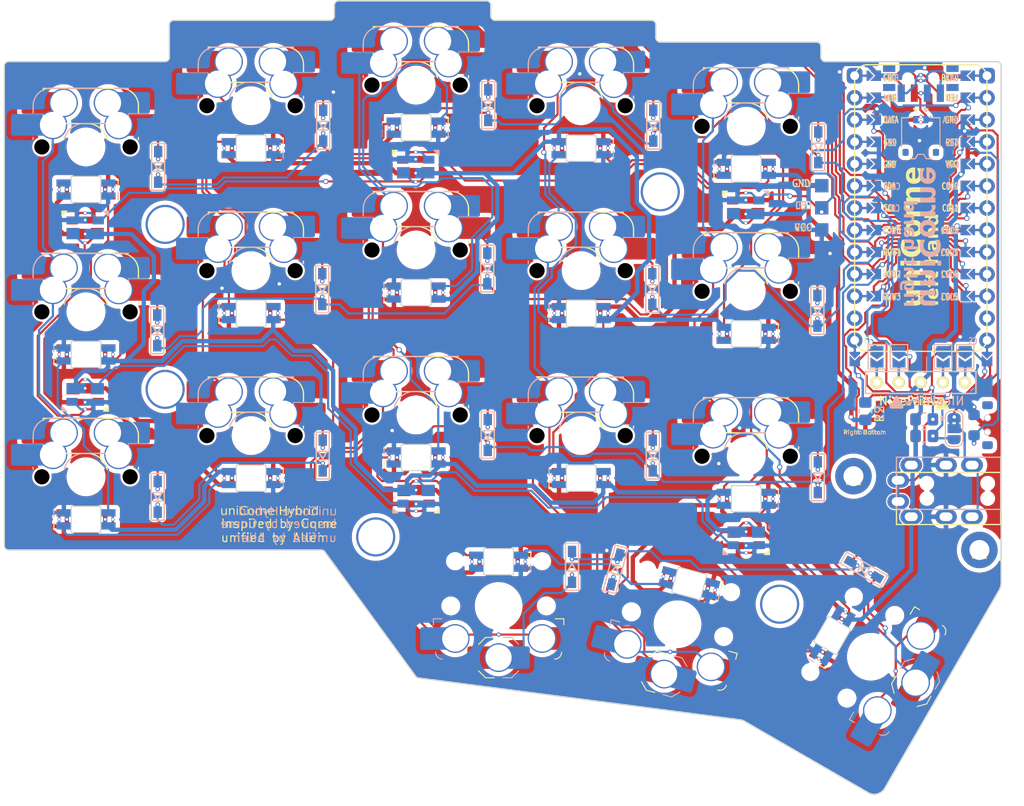
<source format=kicad_pcb>
(kicad_pcb (version 20221018) (generator pcbnew)
  (layers (0 "F.Cu" signal) (31 "B.Cu" signal) (34 "B.Paste" user) (35 "F.Paste" user) (36 "B.SilkS" user "B.Silkscreen") (37 "F.SilkS" user "F.Silkscreen") (38 "B.Mask" user) (39 "F.Mask" user) (44 "Edge.Cuts" user))
  (net 0 "")
  (net 1 "row0")
  (net 2 "Net-(D1-A)")
  (net 3 "Net-(JP9-C)")
  (net 4 "DATA")
  (net 5 "GND")
  (net 6 "VCC")
  (net 7 "CS")
  (net 8 "SCL")
  (net 9 "LED")
  (net 10 "Net-(L1-DIN)")
  (net 11 "Net-(L2-DIN)")
  (net 12 "Net-(L2-DOUT)")
  (net 13 "Net-(L3-DIN)")
  (net 14 "Net-(L10-DOUT)")
  (net 15 "Net-(L11-DIN)")
  (net 16 "Net-(L4-DOUT)")
  (net 17 "Net-(L4-DIN)")
  (net 18 "Net-(L13-DIN)")
  (net 19 "Net-(L14-DOUT)")
  (net 20 "Net-(L15-DIN)")
  (net 21 "Net-(L10-DIN)")
  (net 22 "Net-(L11-DOUT)")
  (net 23 "Net-(L12-DIN)")
  (net 24 "Net-(L13-DOUT)")
  (net 25 "Net-(L14-DIN)")
  (net 26 "Net-(L16-DIN)")
  (net 27 "Net-(L19-DOUT)")
  (net 28 "Net-(L18-DIN)")
  (net 29 "Net-(L19-DIN)")
  (net 30 "Net-(L20-DIN)")
  (net 31 "Net-(L22-DOUT)")
  (net 32 "Net-(L23-DOUT)")
  (net 33 "unconnected-(U1-B3-Pad15)")
  (net 34 "RESET")
  (net 35 "Net-(D2-A)")
  (net 36 "Net-(D3-A)")
  (net 37 "Net-(D4-A)")
  (net 38 "col4")
  (net 39 "Net-(D5-A)")
  (net 40 "Net-(D6-A)")
  (net 41 "Net-(D7-A)")
  (net 42 "Net-(D8-A)")
  (net 43 "Net-(D9-A)")
  (net 44 "Net-(D10-A)")
  (net 45 "Net-(D11-A)")
  (net 46 "Net-(D12-A)")
  (net 47 "Net-(D13-A)")
  (net 48 "Net-(D14-A)")
  (net 49 "Net-(D15-A)")
  (net 50 "Net-(D16-A)")
  (net 51 "Net-(D17-A)")
  (net 52 "Net-(D18-A)")
  (net 53 "BAT+")
  (net 54 "row1")
  (net 55 "row2")
  (net 56 "row3")
  (net 57 "IS_LEFT")
  (net 58 "unconnected-(U1-RAW-Pad24)")
  (net 59 "unconnected-(PSW1-A-Pad1)")
  (net 60 "Net-(J2-Pin_1)")
  (net 61 "Net-(J2-Pin_4)")
  (net 62 "Net-(J2-Pin_2)")
  (net 63 "Net-(J3-Pin_2)")
  (net 64 "Net-(J2-Pin_5)")
  (net 65 "SDA")
  (net 66 "col0")
  (net 67 "col1")
  (net 68 "col2")
  (net 69 "col3")
  (footprint "TB2086_SMD:R_0805_2012Metric_Pad1.20x1.40mm_HandSolder_rev" (layer "F.Cu") (at 185.845 109.305 180)
    (fp_text reference "R3" hide)
    (fp_text value "4.7k")
  )
  (footprint "TB2086_MISC:M2_Hole_TH_Outside" (layer "F.Cu") (at 98.46 105.85)
    (fp_text reference "H6" hide)
    (fp_text value "MountingHole" hide)
  )
  (footprint "TB2086_LED:LED_SK6812MINI-E_rev" (layer "F.Cu") (at 158.8 128.2 -15)
    (fp_text reference "L17")
    (fp_text value "SK6812MINI-E" hide)
    (fp_line (start -1.7 -1.5) (end 1.7 -1.5) (stroke (width 0.12)) (layer "Edge.Cuts"))
    (fp_line (start -1.7 1.5) (end -1.7 -1.5) (stroke (width 0.12)) (layer "Edge.Cuts"))
    (fp_line (start 1.7 -1.5) (end 1.7 1.5) (stroke (width 0.12)) (layer "Edge.Cuts"))
    (fp_line (start 1.7 1.5) (end -1.7 1.5) (stroke (width 0.12)) (layer "Edge.Cuts"))
  )
  (footprint "TB2086_LED:LED_SK6812MINI-E_rev" (layer "F.Cu") (at 136.85 125.7)
    (fp_text reference "L16")
    (fp_text value "SK6812MINI-E" hide)
    (fp_line (start -1.7 -1.5) (end 1.7 -1.5) (stroke (width 0.12)) (layer "Edge.Cuts"))
    (fp_line (start -1.7 1.5) (end -1.7 -1.5) (stroke (width 0.12)) (layer "Edge.Cuts"))
    (fp_line (start 1.7 -1.5) (end 1.7 1.5) (stroke (width 0.12)) (layer "Edge.Cuts"))
    (fp_line (start 1.7 1.5) (end -1.7 1.5) (stroke (width 0.12)) (layer "Edge.Cuts"))
  )
  (footprint "TB2086_LED:LED_SK6812MINI-E_rev" (layer "F.Cu") (at 165.35 99.4496)
    (fp_text reference "L10")
    (fp_text value "SK6812MINI-E" hide)
    (fp_line (start -1.7 -1.5) (end 1.7 -1.5) (stroke (width 0.12)) (layer "Edge.Cuts"))
    (fp_line (start -1.7 1.5) (end -1.7 -1.5) (stroke (width 0.12)) (layer "Edge.Cuts"))
    (fp_line (start 1.7 -1.5) (end 1.7 1.5) (stroke (width 0.12)) (layer "Edge.Cuts"))
    (fp_line (start 1.7 1.5) (end -1.7 1.5) (stroke (width 0.12)) (layer "Edge.Cuts"))
  )
  (footprint "TB2086_LED:LED_SK6812MINI-E_rev" (layer "F.Cu") (at 146.35 97.0746 180)
    (fp_text reference "L9")
    (fp_text value "SK6812MINI-E" hide)
    (fp_line (start -1.7 -1.5) (end 1.7 -1.5) (stroke (width 0.12)) (layer "Edge.Cuts"))
    (fp_line (start -1.7 1.5) (end -1.7 -1.5) (stroke (width 0.12)) (layer "Edge.Cuts"))
    (fp_line (start 1.7 -1.5) (end 1.7 1.5) (stroke (width 0.12)) (layer "Edge.Cuts"))
    (fp_line (start 1.7 1.5) (end -1.7 1.5) (stroke (width 0.12)) (layer "Edge.Cuts"))
  )
  (footprint "TB2086_MISC:M2_Hole_TH_Outside" (layer "F.Cu") (at 122.7 122.85)
    (fp_text reference "H4" hide)
    (fp_text value "MountingHole" hide)
  )
  (footprint "TB2086_LED:LED_SK6812MINI-E_rev" (layer "F.Cu") (at 89.35 120.8246 180)
    (fp_text reference "L11")
    (fp_text value "SK6812MINI-E" hide)
    (fp_line (start -1.7 -1.5) (end 1.7 -1.5) (stroke (width 0.12)) (layer "Edge.Cuts"))
    (fp_line (start -1.7 1.5) (end -1.7 -1.5) (stroke (width 0.12)) (layer "Edge.Cuts"))
    (fp_line (start 1.7 -1.5) (end 1.7 1.5) (stroke (width 0.12)) (layer "Edge.Cuts"))
    (fp_line (start 1.7 1.5) (end -1.7 1.5) (stroke (width 0.12)) (layer "Edge.Cuts"))
  )
  (footprint "Resistor_SMD:R_0805_2012Metric_Pad1.20x1.40mm_HandSolder" (layer "F.Cu") (at 179.07 108.36 90)
    (fp_text reference "R2")
    (fp_text value "10k")
  )
  (footprint "TB2086_MISC:M2_Hole_TH" (layer "F.Cu") (at 177.7 115.85)
    (fp_text reference "H2")
    (fp_text value "MountingHole")
  )
  (footprint "TB2086_MISC:SolderJumper-2_P1.3mm_Open_TrianglePad1.0x1.5mm" (layer "F.Cu") (at 180.4 102.1 -90)
    (fp_text reference "JP1" hide)
    (fp_text value " ")
  )
  (footprint "TB2086_LED:LED_SK6812MINI-E_rev" (layer "F.Cu") (at 165.35 118.4496)
    (fp_text reference "L15")
    (fp_text value "SK6812MINI-E" hide)
    (fp_line (start -1.7 -1.5) (end 1.7 -1.5) (stroke (width 0.12)) (layer "Edge.Cuts"))
    (fp_line (start -1.7 1.5) (end -1.7 -1.5) (stroke (width 0.12)) (layer "Edge.Cuts"))
    (fp_line (start 1.7 -1.5) (end 1.7 1.5) (stroke (width 0.12)) (layer "Edge.Cuts"))
    (fp_line (start 1.7 1.5) (end -1.7 1.5) (stroke (width 0.12)) (layer "Edge.Cuts"))
  )
  (footprint "TB2086_MISC:M2_Hole_TH_Outside" (layer "F.Cu") (at 98.46 86.85)
    (fp_text reference "H7" hide)
    (fp_text value "MountingHole" hide)
  )
  (footprint "TB2086_MISC:Nice!View" (layer "F.Cu") (at 185.45 105.05 180)
    (fp_text reference "J2" hide)
    (fp_text value "Nice!View" hide)
  )
  (footprint "TB2086_MISC:SolderJumper-3_P1.3mm_Bridged2Bar12_RoundedPad1.0x1.5mm_rev" (layer "F.Cu") (at 189.2825 110.38 -90)
    (fp_text reference "JP9" hide)
    (fp_text value "Jumper_3_Bridged12")
  )
  (footprint "TB2086_MISC:SolderJumper-2_P1.3mm_Open_TrianglePad1.0x1.5mm" (layer "F.Cu") (at 190.56 102.1 -90)
    (fp_text reference "JP4" hide)
    (fp_text value " ")
  )
  (footprint "TB2086_LED:LED_SK6812MINI-E_rev" (layer "F.Cu") (at 175.259214 134.2 -120)
    (fp_text reference "L18")
    (fp_text value "SK6812MINI-E" hide)
    (fp_line (start -1.7 -1.5) (end 1.7 -1.5) (stroke (width 0.12)) (layer "Edge.Cuts"))
    (fp_line (start -1.7 1.5) (end -1.7 -1.5) (stroke (width 0.12)) (layer "Edge.Cuts"))
    (fp_line (start 1.7 -1.5) (end 1.7 1.5) (stroke (width 0.12)) (layer "Edge.Cuts"))
    (fp_line (start 1.7 1.5) (end -1.7 1.5) (stroke (width 0.12)) (layer "Edge.Cuts"))
  )
  (footprint "KBD_PARTS:Molex_Pico-EZmate_78171-0002_1x02-1MP_P1.20mm_Vertical_rev" (layer "F.Cu") (at 185.45 76.65)
    (fp_text reference "J3" hide)
    (fp_text value "Conn_01x02")
  )
  (footprint "TB2086_MISC:ProMicro-ish-dn-rev-unrouted_3x5" (layer "F.Cu") (at 185.3 86.28)
    (fp_text reference "U1" hide)
    (fp_text value "ProMicro-ish")
  )
  (footprint "TB2086_LED:LED_SK6812MINI-E_rev" (layer "F.Cu") (at 127.35 113.6996 180)
    (fp_text reference "L13")
    (fp_text value "SK6812MINI-E" hide)
    (fp_line (start -1.7 -1.5) (end 1.7 -1.5) (stroke (width 0.12)) (layer "Edge.Cuts"))
    (fp_line (start -1.7 1.5) (end -1.7 -1.5) (stroke (width 0.12)) (layer "Edge.Cuts"))
    (fp_line (start 1.7 -1.5) (end 1.7 1.5) (stroke (width 0.12)) (layer "Edge.Cuts"))
    (fp_line (start 1.7 1.5) (end -1.7 1.5) (stroke (width 0.12)) (layer "Edge.Cuts"))
  )
  (footprint "TB2086_LED:LED_SK6812MINI-E_rev" (layer "F.Cu") (at 108.35 116.0746)
    (fp_text reference "L12")
    (fp_text value "SK6812MINI-E" hide)
    (fp_line (start -1.7 -1.5) (end 1.7 -1.5) (stroke (width 0.12)) (layer "Edge.Cuts"))
    (fp_line (start -1.7 1.5) (end -1.7 -1.5) (stroke (width 0.12)) (layer "Edge.Cuts"))
    (fp_line (start 1.7 -1.5) (end 1.7 1.5) (stroke (width 0.12)) (layer "Edge.Cuts"))
    (fp_line (start 1.7 1.5) (end -1.7 1.5) (stroke (width 0.12)) (layer "Edge.Cuts"))
  )
  (footprint "TB2086_LED:LED_SK6812MINI-E_rev" (layer "F.Cu") (at 108.35 78.0746)
    (fp_text reference "L2")
    (fp_text value "SK6812MINI-E" hide)
    (fp_line (start -1.7 -1.5) (end 1.7 -1.5) (stroke (width 0.12)) (layer "Edge.Cuts"))
    (fp_line (start -1.7 1.5) (end -1.7 -1.5) (stroke (width 0.12)) (layer "Edge.Cuts"))
    (fp_line (start 1.7 -1.5) (end 1.7 1.5) (stroke (width 0.12)) (layer "Edge.Cuts"))
    (fp_line (start 1.7 1.5) (end -1.7 1.5) (stroke (width 0.12)) (layer "Edge.Cuts"))
  )
  (footprint "TB2086_MISC:M2_Hole_TH_Outside" (layer "F.Cu") (at 169.2 130.6)
    (fp_text reference "H3" hide)
    (fp_text value "MountingHole" hide)
  )
  (footprint "TB2086_LED:LED_SK6812MINI-E_rev" (layer "F.Cu") (at 146.35 78.0746)
    (fp_text reference "L4")
    (fp_text value "SK6812MINI-E" hide)
    (fp_line (start -1.7 -1.5) (end 1.7 -1.5) (stroke (width 0.12)) (layer "Edge.Cuts"))
    (fp_line (start -1.7 1.5) (end -1.7 -1.5) (stroke (width 0.12)) (layer "Edge.Cuts"))
    (fp_line (start 1.7 -1.5) (end 1.7 1.5) (stroke (width 0.12)) (layer "Edge.Cuts"))
    (fp_line (start 1.7 1.5) (end -1.7 1.5) (stroke (width 0.12)) (layer "Edge.Cuts"))
  )
  (footprint "TB2086_LED:LED_SK6812MINI-E_rev" (layer "F.Cu") (at 165.35 80.4496 180)
    (fp_text reference "L5")
    (fp_text value "SK6812MINI-E" hide)
    (fp_line (start -1.7 -1.5) (end 1.7 -1.5) (stroke (width 0.12)) (layer "Edge.Cuts"))
    (fp_line (start -1.7 1.5) (end -1.7 -1.5) (stroke (width 0.12)) (layer "Edge.Cuts"))
    (fp_line (start 1.7 -1.5) (end 1.7 1.5) (stroke (width 0.12)) (layer "Edge.Cuts"))
    (fp_line (start 1.7 1.5) (end -1.7 1.5) (stroke (width 0.12)) (layer "Edge.Cuts"))
  )
  (footprint "TB2086_LED:LED_SK6812MINI-E_rev" (layer "F.Cu") (at 127.35 94.6996 180)
    (fp_text reference "L8")
    (fp_text value "SK6812MINI-E" hide)
    (fp_line (start -1.7 -1.5) (end 1.7 -1.5) (stroke (width 0.12)) (layer "Edge.Cuts"))
    (fp_line (start -1.7 1.5) (end -1.7 -1.5) (stroke (width 0.12)) (layer "Edge.Cuts"))
    (fp_line (start 1.7 -1.5) (end 1.7 1.5) (stroke (width 0.12)) (layer "Edge.Cuts"))
    (fp_line (start 1.7 1.5) (end -1.7 1.5) (stroke (width 0.12)) (layer "Edge.Cuts"))
  )
  (footprint "TB2086_LED:LED_SK6812MINI-E_rev" (layer "F.Cu") (at 108.35 97.0746 180)
    (fp_text reference "L7")
    (fp_text value "SK6812MINI-E" hide)
    (fp_line (start -1.7 -1.5) (end 1.7 -1.5) (stroke (width 0.12)) (layer "Edge.Cuts"))
    (fp_line (start -1.7 1.5) (end -1.7 -1.5) (stroke (width 0.12)) (layer "Edge.Cuts"))
    (fp_line (start 1.7 -1.5) (end 1.7 1.5) (stroke (width 0.12)) (layer "Edge.Cuts"))
    (fp_line (start 1.7 1.5) (end -1.7 1.5) (stroke (width 0.12)) (layer "Edge.Cuts"))
  )
  (footprint "TB2086_MISC:M2_Hole_TH" (layer "F.Cu") (at 192.2 124.35)
    (fp_text reference "H1")
    (fp_text value "MountingHole")
  )
  (footprint "TB2086_SMD:SW_SPDT_PCM12_reversible" (layer "F.Cu") (at 185.45 70.3 180)
    (fp_text reference "PSW1" hide)
    (fp_text value "SW_SPDT" hide)
  )
  (footprint "TB2086_MISC:StripLED_rev" (layer "F.Cu") (at 174.05 82.4)
    (fp_text reference "J4" hide)
    (fp_text value "Conn_01x03" hide)
  )
  (footprint "TB2086_LED:LED_SK6812MINI-E_rev" (layer "F.Cu") (at 146.35 116.0746 180)
    (fp_text reference "L14")
    (fp_text value "SK6812MINI-E" hide)
    (fp_line (start -1.7 -1.5) (end 1.7 -1.5) (stroke (width 0.12)) (layer "Edge.Cuts"))
    (fp_line (start -1.7 1.5) (end -1.7 -1.5) (stroke (width 0.12)) (layer "Edge.Cuts"))
    (fp_line (start 1.7 -1.5) (end 1.7 1.5) (stroke (width 0.12)) (layer "Edge.Cuts"))
    (fp_line (start 1.7 1.5) (end -1.7 1.5) (stroke (width 0.12)) (layer "Edge.Cuts"))
  )
  (footprint "TB2086_MISC:M2_Hole_TH_Outside" (layer "F.Cu") (at 155.46 83.1)
    (fp_text reference "H5" hide)
    (fp_text value "MountingHole" hide)
  )
  (footprint "TB2086_MISC:TRRS-PJ-320A-rev" (layer "F.Cu") (at 194.65 118.42 -90)
    (fp_text reference "J1" hide)
    (fp_text value "MJ-4PP-9" hide)
  )
  (footprint "TB2086_MISC:SolderJumper-2_P1.3mm_Open_TrianglePad1.0x1.5mm" (layer "F.Cu") (at 182.94 102.1 -90)
    (fp_text reference "JP2" hide)
    (fp_text value " ")
  )
  (footprint "TB2086_LED:LED_SK6812MINI-E_rev" (layer "F.Cu") (at 127.35 75.6996)
    (fp_text reference "L3")
    (fp_text value "SK6812MINI-E" hide)
    (fp_line (start -1.7 -1.5) (end 1.7 -1.5) (stroke (width 0.12)) (layer "Edge.Cuts"))
    (fp_line (start -1.7 1.5) (end -1.7 -1.5) (stroke (width 0.12)) (layer "Edge.Cuts"))
    (fp_line (start 1.7 -1.5) (end 1.7 1.5) (stroke (width 0.12)) (layer "Edge.Cuts"))
    (fp_line (start 1.7 1.5) (end -1.7 1.5) (stroke (width 0.12)) (layer "Edge.Cuts"))
  )
  (footprint "TB2086_SMD:R_0805_2012Metric_Pad1.20x1.40mm_HandSolder_rev" (layer "F.Cu") (at 185.85 111.22)
    (fp_text reference "R4" hide)
    (fp_text value "4.7k")
  )
  (footprint "TB2086_LED:LED_SK6812MINI-E_rev" (layer "F.Cu") (at 89.35 82.8246)
    (fp_text reference "L1")
    (fp_text value "SK6812MINI-E" hide)
    (fp_line (start -1.7 -1.5) (end 1.7 -1.5) (stroke (width 0.12)) (layer "Edge.Cuts"))
    (fp_line (start -1.7 1.5) (end -1.7 -1.5) (stroke (width 0.12)) (layer "Edge.Cuts"))
    (fp_line (start 1.7 -1.5) (end 1.7 1.5) (stroke (width 0.12)) (layer "Edge.Cuts"))
    (fp_line (start 1.7 1.5) (end -1.7 1.5) (stroke (width 0.12)) (layer "Edge.Cuts"))
  )
  (footprint "TB2086_MISC:SolderJumper-2_P1.3mm_Open_TrianglePad1.0x1.5mm" (layer "F.Cu") (at 188.02 102.1 -90)
    (fp_text reference "JP3" hide)
    (fp_text value " ")
  )
  (footprint "TB2086_LED:LED_SK6812MINI-E_rev" (layer "F.Cu") (at 89.35 101.8246 180)
    (fp_text reference "L6")
    (fp_text value "SK6812MINI-E" hide)
    (fp_line (start -1.7 -1.5) (end 1.7 -1.5) (stroke (width 0.12)) (layer "Edge.Cuts"))
    (fp_line (start -1.7 1.5) (end -1.7 -1.5) (stroke (width 0.12)) (layer "Edge.Cuts"))
    (fp_line (start 1.7 -1.5) (end 1.7 1.5) (stroke (width 0.12)) (layer "Edge.Cuts"))
    (fp_line (start 1.7 1.5) (end -1.7 1.5) (stroke (width 0.12)) (layer "Edge.Cuts"))
  )
  (footprint "TB2086_SMD:D3_SMD_rev" (layer "B.Cu") (at 178.9 126.6 -30)
    (fp_text reference "D18" hide)
    (fp_text value "D" hide)
  )
  (footprint "TB2086_MISC:SolderJumper-2_P1.3mm_Open_TrianglePad1.0x1.5mm" (layer "B.Cu") (at 182.94 102.1 -90)
    (fp_text reference "JP6" hide)
    (fp_text value " ")
  )
  (footprint "TB2086_SMD:D3_SMD_rev" (layer "B.Cu") (at 97.6 118.225 90)
    (fp_text reference "D11" hide)
    (fp_text value "D" hide)
  )
  (footprint "TB2086_KEYSWITCH:SW_MX_HS_1u_reversible" (layer "B.Cu") (at 127.35 89.7996 180)
    (fp_text reference "SW8")
    (fp_text value "SW_MX_HS" hide)
  )
  (footprint "TB2086_KEYSWITCH:SW_MX_HS_1u_reversible" (layer "B.Cu") (at 89.35 77.9246 180)
    (fp_text reference "SW1")
    (fp_text value "SW_MX_HS" hide)
  )
  (footprint "TB2086_KEYSWITCH:SW_MX_HS_1u_reversible" (layer "B.Cu") (at 165.35 113.5496 180)
    (fp_text reference "SW15")
    (fp_text value "SW_MX_HS" hide)
  )
  (footprint "TB2086_SMD:D3_SMD_rev" (layer "B.Cu") (at 173.65 77.975 90)
    (fp_text reference "D5" hide)
    (fp_text value "D" hide)
  )
  (footprint "TB2086_KEYSWITCH:SW_MX_HS_1u_reversible" (layer "B.Cu") (at 89.35 115.9246 180)
    (fp_text reference "SW11")
    (fp_text value "SW_MX_HS" hide)
  )
  (footprint "TB2086_MISC:SolderJumper-2_P1.3mm_Open_TrianglePad1.0x1.5mm" (layer "B.Cu") (at 180.4 102.1 -90)
    (fp_text reference "JP5" hide)
    (fp_text value " ")
  )
  (footprint "TB2086_KEYSWITCH:SW_MX_HS_1u_reversible" (layer "B.Cu") (at 146.35 92.1746 180)
    (fp_text reference "SW9")
    (fp_text value "SW_MX_HS" hide)
  )
  (footprint "TB2086_SMD:D3_SMD_rev" (layer "B.Cu") (at 145.3 126.3 -90)
    (fp_text reference "D16" hide)
    (fp_text value "D" hide)
  )
  (footprint "TB2086_SMD:D3_SMD_rev" (layer "B.Cu") (at 135.6 111.1 90)
    (fp_text reference "D13" hide)
    (fp_text value "D" hide)
  )
  (footprint "TB2086_KEYSWITCH:SW_MX_HS_1u_reversible" (layer "B.Cu") (at 89.35 96.9246 180)
    (fp_text reference "SW6")
    (fp_text value "SW_MX_HS" hide)
  )
  (footprint "TB2086_SMD:D3_SMD_rev" (layer "B.Cu") (at 154.6 113.475 90)
    (fp_text reference "D14" hide)
    (fp_text value "D" hide)
  )
  (footprint "TB2086_SMD:SMT 2X4X3.5MM Tactile Tact Push Button rev" (layer "B.Cu") (at 193.13 109.975 90)
    (fp_text reference "RSW1" hide)
    (fp_text value "SW_PUSH")
    (fp_circle (center -0.8 0) (end -0.45 0) (stroke (width 0.12)) (fill none) (layer "Edge.Cuts"))
    (fp_circle (center 0.85 0) (end 1.2 0) (stroke (width 0.12)) (fill none) (layer "Edge.Cuts"))
  )
  (footprint "TB2086_LED:LED_SK6812MINI_PLCC4_3.5x3.5mm_P1.75mm_rev_all" (layer "B.Cu") (at 127.3 80.25)
    (fp_text reference "L20" hide)
    (fp_text value "SK6812MINI")
  )
  (footprint "TB2086_KEYSWITCH:SW_MX_HS_1u_reversible" (layer "B.Cu") (at 146.35 73.1746 180)
    (fp_text reference "SW4")
    (fp_text value "SW_MX_HS" hide)
  )
  (footprint "TB2086_KEYSWITCH:SW_MX_HS_1u_reversible" (layer "B.Cu") (at 146.35 111.1746 180)
    (fp_text reference "SW14")
    (fp_text value "SW_MX_HS" hide)
  )
  (footprint "TB2086_SMD:D3_SMD_rev" (layer "B.Cu") (at 116.55 94.3 90)
    (fp_text reference "D7" hide)
    (fp_text value "D" hide)
  )
  (footprint "TB2086_SMD:D3_SMD_rev" (layer "B.Cu") (at 173.6 115.975 90)
    (fp_text reference "D15" hide)
    (fp_text value "D" hide)
  )
  (footprint "TB2086_SMD:D3_SMD_rev" (layer "B.Cu") (at 150.3 126.6 -105)
    (fp_text reference "D17" hide)
    (fp_text value "D" hide)
  )
  (footprint "TB2086_SMD:D3_SMD_rev" (layer "B.Cu") (at 135.65 73.1 90)
    (fp_text reference "D3" hide)
    (fp_text value "D" hide)
  )
  (footprint "TB2086_SMD:D3_SMD_rev" (layer "B.Cu") (at 116.6 113.475 90)
    (fp_text reference "D12" hide)
    (fp_text value "D" hide)
  )
  (footprint "TB2086_KEYSWITCH:SW_choc_v1_v2_HS_1u_reversible" (layer "B.Cu") (at 157.45 132.9 165)
    (fp_text reference "SW17" hide)
    (fp_text value "SW_CHOC_HS" hide)
  )
  (footprint "TB2086_KEYSWITCH:SW_choc_v1_v2_HS_1.5u_reversible" (layer "B.Cu") (at 179.7 136.65 -120)
    (fp_text reference "SW18" hide)
    (fp_text value "SW_CHOC_HS" hide)
  )
  (footprint "TB2086_KEYSWITCH:SW_MX_HS_1u_reversible" (layer "B.Cu") (at 108.35 73.1746 180)
    (fp_text reference "SW2")
    (fp_text value "SW_MX_HS" hide)
  )
  (footprint "TB2086_SMD:D3_SMD_rev" (layer "B.Cu") (at 154.55 94.3 90)
    (fp_text reference "D9" hide)
    (fp_text value "D" hide)
  )
  (footprint "TB2086_KEYSWITCH:SW_MX_HS_1u_reversible" (layer "B.Cu") (at 165.35 75.5496 180)
    (fp_text reference "SW5")
    (fp_text value "SW_MX_HS" hide)
  )
  (footprint "Resistor_SMD:R_0805_2012Metric_Pad1.20x1.40mm_HandSolder" (layer "B.Cu") (at 179.07 108.37 90)
    (fp_text reference "R1")
    (fp_text value "10k")
  )
  (footprint "TB2086_LED:LED_SK6812MINI_PLCC4_3.5x3.5mm_P1.75mm_rev_all" (layer "B.Cu") (at 165.3 84.95)
    (fp_text reference "L21" hide)
    (fp_text value "SK6812MINI")
  )
  (footprint "TB2086_LED:LED_SK6812MINI_PLCC4_3.5x3.5mm_P1.75mm_rev_all" (layer "B.Cu") (at 89.25 87.25)
    (fp_text reference "L19" hide)
    (fp_text value "SK6812MINI")
  )
  (footprint "TB2086_KEYSWITCH:SW_MX_HS_1u_reversible" (layer "B.Cu") (at 127.35 108.7996 180)
    (fp_text reference "SW13")
    (fp_text value "SW_MX_HS" hide)
  )
  (footprint "TB2086_SMD:D3_SMD_rev" (layer "B.Cu") (at 97.55 99.05 90)
    (fp_text reference "D6" hide)
    (fp_text value "D" hide)
  )
  (footprint "TB2086_SMD:D3_SMD_rev" (layer "B.Cu") (at 97.65 80.225 90)
    (fp_text reference "D1" hide)
    (fp_text value "D" hide)
  )
  (footprint "TB2086_SMD:D3_SMD_rev" (layer "B.Cu") (at 116.65 75.475 90)
    (fp_text reference "D2" hide)
    (fp_text value "D" hide)
  )
  (footprint "TB2086_SMD:D3_SMD_rev" (layer "B.Cu") (at 135.55 91.925 90)
    (fp_text reference "D8" hide)
    (fp_text value "D" hide)
  )
  (footprint "TB2086_LED:LED_SK6812MINI_PLCC4_3.5x3.5mm_P1.75mm_rev_all" (layer "B.Cu") (at 127.35 118.15 180)
    (fp_text reference "L23" hide)
    (fp_text value "SK6812MINI")
  )
  (footprint "TB2086_MISC:SolderJumper-2_P1.3mm_Open_TrianglePad1.0x1.5mm" (layer "B.Cu") (at 188.02 102.1 -90)
    (fp_text reference "JP7" hide)
    (fp_text value " ")
  )
  (footprint "TB2086_LED:LED_SK6812MINI_PLCC4_3.5x3.5mm_P1.75mm_rev_all" (layer "B.Cu") (at 89.25 106.43 180)
    (fp_text reference "L22" hide)
    (fp_text value "SK6812MINI")
  )
  (footprint "TB2086_LED:LED_SK6812MINI_PLCC4_3.5x3.5mm_P1.75mm_rev_all" (layer "B.Cu") (at 165.35 122.95 180)
    (fp_text reference "L24" hide)
    (fp_text value "SK6812MINI")
  )
  (footprint "TB2086_SMD:D3_SMD_rev" (layer "B.Cu") (at 154.65 75.475 90)
    (fp_text reference "D4" hide)
    (fp_text value "D" hide)
  )
  (footprint "TB2086_KEYSWITCH:SW_choc_v1_v2_HS_1u_reversible" (layer "B.Cu") (at 136.85 130.7996 180)
    (fp_text reference "SW16" hide)
    (fp_text value "SW_CHOC_HS" hide)
  )
  (footprint "TB2086_KEYSWITCH:SW_MX_HS_1u_reversible" (layer "B.Cu") (at 165.35 94.5496 180)
    (fp_text reference "SW10")
    (fp_text value "SW_MX_HS" hide)
  )
  (footprint "TB2086_KEYSWITCH:SW_MX_HS_1u_reversible" (layer "B.Cu") (at 127.35 70.7996 180)
    (fp_text reference "SW3")
    (fp_text value "SW_MX_HS" hide)
  )
  (footprint "TB2086_KEYSWITCH:SW_MX_HS_1u_reversible" (layer "B.Cu") (at 108.35 92.1746 180)
    (fp_text reference "SW7")
    (fp_text value "SW_MX_HS" hide)
  )
  (footprint "TB2086_MISC:SolderJumper-2_P1.3mm_Open_TrianglePad1.0x1.5mm" (layer "B.Cu") (at 190.56 102.1 -90)
    (fp_text reference "JP8" hide)
    (fp_text value " ")
  )
  (footprint "TB2086_KEYSWITCH:SW_MX_HS_1u_reversible" (layer "B.Cu") (at 108.35 111.1746 180)
    (fp_text reference "SW12")
    (fp_text value "SW_MX_HS" hide)
  )
  (footprint "TB2086_SMD:D3_SMD_rev" (layer "B.Cu") (at 173.55 96.8 90)
    (fp_text reference "D10" hide)
    (fp_text value "D" hide)
  )
  (gr_line (start 173.45 65.85) (end 155.45 65.85) (stroke (width 0.15)) (layer "Edge.Cuts"))
  (gr_line (start 154.95 65.35) (end 154.95 63.85) (stroke (width 0.15)) (layer "Edge.Cuts"))
  (gr_arc (start 127.7 139.1) (mid 127.508658 139.06194) (end 127.346447 138.953553) (stroke (width 0.15)) (layer "Edge.Cuts"))
  (gr_arc (start 194.7 128.075) (mid 194.645218 128.526668) (end 194.472764 128.947696) (stroke (width 0.15)) (layer "Edge.Cuts"))
  (gr_line (start 116.8 124.5) (end 127.35 138.95) (stroke (width 0.15)) (layer "Edge.Cuts"))
  (gr_arc (start 174.45 68.1) (mid 174.096447 67.953553) (end 173.95 67.6) (stroke (width 0.15)) (layer "Edge.Cuts"))
  (gr_line (start 127.7 139.1) (end 164.370556 143.870344) (stroke (width 0.15)) (layer "Edge.Cuts"))
  (gr_line (start 154.45 63.35) (end 136.45 63.35) (stroke (width 0.15)) (layer "Edge.Cuts"))
  (gr_arc (start 136.45 63.35) (mid 136.096447 63.203553) (end 135.95 62.85) (stroke (width 0.15)) (layer "Edge.Cuts"))
  (gr_line (start 165.025 144) (end 179.35 152.275) (stroke (width 0.15)) (layer "Edge.Cuts"))
  (gr_line (start 173.95 66.35) (end 173.95 67.6) (stroke (width 0.15)) (layer "Edge.Cuts"))
  (gr_arc (start 135.45 61.1) (mid 135.803553 61.246447) (end 135.95 61.6) (stroke (width 0.15)) (layer "Edge.Cuts"))
  (gr_line (start 135.95 62.85) (end 135.95 61.6) (stroke (width 0.15)) (layer "Edge.Cuts"))
  (gr_arc (start 98.95 67.6) (mid 98.803553 67.953553) (end 98.45 68.1) (stroke (width 0.15)) (layer "Edge.Cuts"))
  (gr_arc (start 164.370556 143.870344) (mid 164.700953 143.919147) (end 165.025 144) (stroke (width 0.15)) (layer "Edge.Cuts"))
  (gr_arc (start 117.95 62.85) (mid 117.803553 63.203553) (end 117.45 63.35) (stroke (width 0.15)) (layer "Edge.Cuts"))
  (gr_line (start 117.45 63.35) (end 99.45 63.35) (stroke (width 0.15)) (layer "Edge.Cuts"))
  (gr_arc (start 98.95 63.85) (mid 99.096447 63.496447) (end 99.45 63.35) (stroke (width 0.15)) (layer "Edge.Cuts"))
  (gr_arc (start 154.45 63.35) (mid 154.803553 63.496447) (end 154.95 63.85) (stroke (width 0.15)) (layer "Edge.Cuts"))
  (gr_arc (start 194.2 68.1) (mid 194.553553 68.246447) (end 194.7 68.6) (stroke (width 0.15)) (layer "Edge.Cuts"))
  (gr_line (start 135.45 61.1) (end 118.45 61.1) (stroke (width 0.15)) (layer "Edge.Cuts"))
  (gr_line (start 79.95 68.6) (end 79.95 123.85) (stroke (width 0.15)) (layer "Edge.Cuts"))
  (gr_line (start 116.45 124.35) (end 80.45 124.35) (stroke (width 0.15)) (layer "Edge.Cuts"))
  (gr_arc (start 117.95 61.6) (mid 118.096447 61.246447) (end 118.45 61.1) (stroke (width 0.15)) (layer "Edge.Cuts"))
  (gr_line (start 194.7 68.6) (end 194.7 128.075) (stroke (width 0.15)) (layer "Edge.Cuts"))
  (gr_arc (start 80.45 124.35) (mid 80.096447 124.203553) (end 79.95 123.85) (stroke (width 0.15)) (layer "Edge.Cuts"))
  (gr_line (start 98.45 68.1) (end 80.45 68.1) (stroke (width 0.15)) (layer "Edge.Cuts"))
  (gr_arc (start 79.95 68.6) (mid 80.096447 68.246447) (end 80.45 68.1) (stroke (width 0.15)) (layer "Edge.Cuts"))
  (gr_line (start 181.25 151.875) (end 194.475 128.95) (stroke (width 0.15)) (layer "Edge.Cuts"))
  (gr_line (start 194.2 68.1) (end 174.45 68.1) (stroke (width 0.15)) (layer "Edge.Cuts"))
  (gr_line (start 98.95 63.85) (end 98.95 67.6) (stroke (width 0.15)) (layer "Edge.Cuts"))
  (gr_line (start 117.95 61.6) (end 117.95 62.85) (stroke (width 0.15)) (layer "Edge.Cuts"))
  (gr_arc (start 116.45 124.35) (mid 116.641342 124.38806) (end 116.803553 124.496447) (stroke (width 0.15)) (layer "Edge.Cuts"))
  (gr_arc (start 173.45 65.85) (mid 173.803553 65.996447) (end 173.95 66.35) (stroke (width 0.15)) (layer "Edge.Cuts"))
  (gr_arc (start 181.242949 151.878583) (mid 180.377399 152.463216) (end 179.35 152.275) (stroke (width 0.15)) (layer "Edge.Cuts"))
  (gr_arc (start 155.45 65.85) (mid 155.096447 65.703553) (end 154.95 65.35) (stroke (width 0.15)) (layer "Edge.Cuts"))
  (gr_text "▲" (at 183.79 108.1) (layer "B.SilkS") (effects (font (size 1.5 1.5) (thickness 0.3) bold) (justify left bottom mirror)))
  (gr_text "uniCorne" (at 184.974482 96.45 -90) (layer "B.SilkS") (effects (font (size 2.3 2.3) (thickness 0.3) bold italic) (justify left bottom mirror)))
  (gr_text "Inspired by Corne\nunified by Allen" (at 118.3 122.125) (layer "B.SilkS") (effects (font (size 1 1) (thickness 0.125)) (justify left mirror)))
  (gr_text "Left Bottom" (at 178.8 110.79) (layer "B.SilkS") (effects (font (size 0.5 0.5) (thickness 0.075)) (justify mirror)))
  (gr_text "GND" (at 171.94 87.21) (layer "B.SilkS") (effects (font (size 0.8 0.7) (thickness 0.125)) (justify mirror)))
  (gr_text "VCC" (at 171.94 82.13) (layer "B.SilkS") (effects (font (size 0.8 0.7) (thickness 0.125)) (justify mirror)))
  (gr_text "uniCorne Hybrid" (at 118.25 119.95) (layer "B.SilkS") (effects (font (size 1 1) (thickness 0.125)) (justify left mirror)))
  (gr_text "right hand" (at 183.25 96.4 270) (layer "B.SilkS") (effects (font (size 1.5 1.5) (thickness 0.3) bold italic) (justify left bottom mirror)))
  (gr_text "LED" (at 171.94 84.67) (layer "B.SilkS") (effects (font (size 0.8 0.7) (thickness 0.125)) (justify mirror)))
  (gr_text "Right Bottom" (at 179 110.79) (layer "F.SilkS") (effects (font (size 0.5 0.5) (thickness 0.075))))
  (gr_text "VCC" (at 171.94 87.21) (layer "F.SilkS") (effects (font (size 0.8 0.7) (thickness 0.125))))
  (gr_text "left hand" (at 187.706 96.266 90) (layer "F.SilkS") (effects (font (size 1.5 1.5) (thickness 0.3) bold italic) (justify left bottom)))
  (gr_text "GND" (at 171.686 82.13) (layer "F.SilkS") (effects (font (size 0.8 0.7) (thickness 0.125))))
  (gr_text "LED" (at 171.94 84.67) (layer "F.SilkS") (effects (font (size 0.8 0.7) (thickness 0.125))))
  (gr_text "Inspired by Corne\nunified by Allen" (at 104.8 122.125) (layer "F.SilkS") (effects (font (size 1 1) (thickness 0.125)) (justify left)))
  (gr_text "▲" (at 189.04 108.25) (layer "F.SilkS") (effects (font (size 1.5 1.5) (thickness 0.3) bold) (justify left bottom mirror)))
  (gr_text "uniCorne" (at 185.928 96.45 90) (layer "F.SilkS") (effects (font (size 2.3 2.3) (thickness 0.3) bold italic) (justify left bottom)))
  (gr_text "uniCorne Hybrid" (at 104.8 119.9) (layer "F.SilkS") (effects (font (size 1 1) (thickness 0.125)) (justify left)))
  (segment (start 173.464 78.864) (end 173.65 78.864) (width 0.25) (layer "F.Cu") (net 1))
  (segment (start 124.737767 73.9996) (end 125.207367 73.53) (width 0.25) (layer "F.Cu") (net 1))
  (segment (start 164.282672 73.06) (end 166.210531 73.06) (width 0.25) (layer "F.Cu") (net 1))
  (segment (start 117.55 78.75) (end 122.013604 78.75) (width 0.25) (layer "F.Cu") (net 1))
  (segment (start 182.380392 87.65) (end 190.1276 87.65) (width 0.25) (layer "F.Cu") (net 1))
  (segment (start 122.013604 78.75) (end 122.375 78.388604) (width 0.25) (layer "F.Cu") (net 1))
  (segment (start 169.912233 76.7996) (end 171.3996 76.7996) (width 0.25) (layer "F.Cu") (net 1))
  (segment (start 171.3996 76.7996) (end 173.464 78.864) (width 0.25) (layer "F.Cu") (net 1))
  (segment (start 132.242504 73.46) (end 132.771504 73.989) (width 0.25) (layer "F.Cu") (net 1))
  (segment (start 116.65 76.364) (end 116.65 76.675) (width 0.25) (layer "F.Cu") (net 1))
  (segment (start 162.358072 74.9846) (end 164.282672 73.06) (width 0.25) (layer "F.Cu") (net 1))
  (segment (start 123.5 74.8496) (end 123.5 74.1746) (width 0.25) (layer "F.Cu") (net 1))
  (segment (start 123.414004 74.8496) (end 123.5 74.8496) (width 0.25) (layer "F.Cu") (net 1))
  (segment (start 182.252335 87.521943) (end 182.380392 87.65) (width 0.25) (layer "F.Cu") (net 1))
  (segment (start 123.1504 75.113204) (end 123.414004 74.8496) (width 0.25) (layer "F.Cu") (net 1))
  (segment (start 125.207367 73.53) (end 128.552731 73.53) (width 0.25) (layer "F.Cu") (net 1))
  (segment (start 181.468088 87.521943) (end 182.252335 87.521943) (width 0.25) (layer "F.Cu") (net 1))
  (segment (start 162.285399 74.9846) (end 162.358072 74.9846) (width 0.25) (layer "F.Cu") (net 1))
  (segment (start 123.1504 76.649632) (end 123.1504 75.113204) (width 0.25) (layer "F.Cu") (net 1))
  (segment (start 116.65 77.25) (end 116.65 77.85) (width 0.25) (layer "F.Cu") (net 1))
  (segment (start 161.52 75.749999) (end 162.285399 74.9846) (width 0.25) (layer "F.Cu") (net 1))
  (segment (start 132.771504 73.989) (end 135.65 73.989) (width 0.25) (layer "F.Cu") (net 1))
  (segment (start 169.18 76.029469) (end 169.18 76.067367) (width 0.25) (layer "F.Cu") (net 1))
  (segment (start 116.65 76.675) (end 116.65 77.25) (width 0.25) (layer "F.Cu") (net 1))
  (segment (start 158.266237 75.95) (end 159.115837 76.7996) (width 0.25) (layer "F.Cu") (net 1))
  (segment (start 154.65 76.364) (end 155.064 75.95) (width 0.25) (layer "F.Cu") (net 1))
  (segment (start 166.210531 73.06) (end 169.18 76.029469) (width 0.25) (layer "F.Cu") (net 1))
  (segment (start 161.52 76.067367) (end 161.52 75.749999) (width 0.25) (layer "F.Cu") (net 1))
  (segment (start 160.787767 76.7996) (end 161.52 76.067367) (width 0.25) (layer "F.Cu") (net 1))
  (segment (start 122.375 77.425032) (end 123.1504 76.649632) (width 0.25) (layer "F.Cu") (net 1))
  (segment (start 155.064 75.95) (end 158.266237 75.95) (width 0.25) (layer "F.Cu") (net 1))
  (segment (start 123.675 73.9996) (end 124.737767 73.9996) (width 0.25) (layer "F.Cu") (net 1))
  (segment (start 190.1276 87.65) (end 190.2784 87.4992) (width 0.25) (layer "F.Cu") (net 1))
  (segment (start 116.65 77.85) (end 117.55 78.75) (width 0.25) (layer "F.Cu") (net 1))
  (segment (start 123.5 74.1746) (end 123.675 73.9996) (width 0.25) (layer "F.Cu") (net 1))
  (segment (start 122.375 78.388604) (end 122.375 77.425032) (width 0.25) (layer "F.Cu") (net 1))
  (segment (start 159.115837 76.7996) (end 160.787767 76.7996) (width 0.25) (layer "F.Cu") (net 1))
  (segment (start 128.622731 73.46) (end 132.242504 73.46) (width 0.25) (layer "F.Cu") (net 1))
  (segment (start 128.552731 73.53) (end 128.622731 73.46) (width 0.25) (layer "F.Cu") (net 1))
  (segment (start 169.18 76.067367) (end 169.912233 76.7996) (width 0.25) (layer "F.Cu") (net 1))
  (via (at 181.468088 87.521943) (size 0.6) (drill 0.4) (layers "F.Cu" "B.Cu") (net 1))
  (segment (start 173.65 79.75) (end 175.65 79.75) (width 0.25) (layer "B.Cu") (net 1))
  (segment (start 176.4 83.963604) (end 176.15 84.213604) (width 0.25) (layer "B.Cu") (net 1))
  (segment (start 105.213604 81.45) (end 112.45 81.45) (width 0.25) (layer "B.Cu") (net 1))
  (segment (start 175.65 79.75) (end 176.4 80.5) (width 0.25) (layer "B.Cu") (net 1))
  (segment (start 104.413604 82.25) (end 105.213604 81.45) (width 0.25) (layer "B.Cu") (net 1))
  (segment (start 143.9811 72.193369) (end 145.474469 70.7) (width 0.25) (layer "B.Cu") (net 1))
  (segment (start 177.324988 88.7242) (end 179.4014 88.7242) (width 0.25) (layer "B.Cu") (net 1))
  (segment (start 143.455 75.315) (end 143.9811 74.7889) (width 0.25) (layer "B.Cu") (net 1))
  (segment (start 153.801396 77.54) (end 154.36 77.54) (width 0.25) (layer "B.Cu") (net 1))
  (segment (start 137.145 75.315) (end 143.455 75.315) (width 0.25) (layer "B.Cu") (net 1))
  (segment (start 176.15 87.549212) (end 177.324988 88.7242) (width 0.25) (layer "B.Cu") (net 1))
  (segment (start 154.65 77.25) (end 154.65 76.364) (width 0.25) (layer "B.Cu") (net 1))
  (segment (start 143.9811 74.7889) (end 143.9811 72.193369) (width 0.25) (layer "B.Cu") (net 1))
  (segment (start 154.65 76.364) (end 154.65 76.675) (width 0.25) (layer "B.Cu") (net 1))
  (segment (start 150.025 73.353068) (end 150.025 73.763604) (width 0.25) (layer "B.Cu") (net 1))
  (segment (start 145.474469 70.7) (end 147.371932 70.7) (width 0.25) (layer "B.Cu") (net 1))
  (segment (start 181.468088 87.521943) (end 180.649143 87.521943) (width 0.25) (layer "B.Cu") (net 1))
  (segment (start 176.4 80.5) (end 176.4 83.963604) (width 0.25) (layer "B.Cu") (net 1))
  (segment (start 135.65 74.875) (end 136.705 74.875) (width 0.25) (layer "B.Cu") (net 1))
  (segment (start 173.65 78.864) (end 173.65 79.75) (width 0.25) (layer "B.Cu") (net 1))
  (segment (start 150.025 73.763604) (end 153.801396 77.54) (width 0.25) (layer "B.Cu") (net 1))
  (segment (start 179.4014 88.7242) (end 180.6264 87.4992) (width 0.25) (layer "B.Cu") (net 1))
  (segment (start 136.705 74.875) (end 137.145 75.315) (width 0.25) (layer "B.Cu") (net 1))
  (segment (start 112.45 81.45) (end 116.65 77.25) (width 0.25) (layer "B.Cu") (net 1))
  (segment (start 176.15 84.213604) (end 176.15 87.549212) (width 0.25) (layer "B.Cu") (net 1))
  (segment (start 97.9 82.25) (end 104.413604 82.25) (width 0.25) (layer "B.Cu") (net 1))
  (segment (start 147.371932 70.7) (end 150.025 73.353068) (width 0.25) (layer "B.Cu") (net 1))
  (segment (start 97.65 77.209996) (end 97.65 78.45) (width 0.25) (layer "F.Cu") (net 2))
  (segment (start 95.834824 75.39482) (end 97.65 77.209996) (width 0.25) (layer "F.Cu") (net 2))
  (segment (start 190.16712 110.605) (end 190.5 110.93788) (width 0.25) (layer "F.Cu") (net 3))
  (segment (start 189.52 110.18) (end 189.945 110.605) (width 0.25) (layer "F.Cu") (net 3))
  (segment (start 190.5 113.72) (end 191.35 114.57) (width 0.25) (layer "F.Cu") (net 3))
  (segment (start 190.5 110.93788) (end 190.5 113.72) (width 0.25) (layer "F.Cu") (net 3))
  (segment (start 189.945 110.605) (end 190.16712 110.605) (width 0.25) (layer "F.Cu") (net 3))
  (segment (start 189.2525 110.38) (end 189.94212 110.38) (width 0.25) (layer "B.Cu") (net 3))
  (segment (start 190.5 113.72) (end 191.35 114.57) (width 0.25) (layer "B.Cu") (net 3))
  (segment (start 190.5 110.93788) (end 190.5 113.72) (width 0.25) (layer "B.Cu") (net 3))
  (segment (start 192 119.87) (end 192 115.22) (width 0.25) (layer "B.Cu") (net 3))
  (segment (start 189.94212 110.38) (end 190.5 110.93788) (width 0.25) (layer "B.Cu") (net 3))
  (segment (start 188.459 81.235432) (end 189.034 80.660432) (width 0.25) (layer "F.Cu") (net 4))
  (segment (start 189.325 78.291116) (end 189.65 77.966116) (width 0.25) (layer "F.Cu") (net 4))
  (segment (start 181.825 80.618232) (end 183.35 82.143232) (width 0.25) (layer "F.Cu") (net 4))
  (segment (start 189.034 80.660432) (end 189.034 79.187204) (width 0.25) (layer "F.Cu") (net 4))
  (segment (start 187.5 83.444662) (end 188.459 82.485662) (width 0.25) (layer "F.Cu") (net 4))
  (segment (start 189.325 78.808884) (end 189.325 78.291116) (width 0.25) (layer "F.Cu") (net 4))
  (segment (start 190.33024 107.97) (end 194.2974 104.00284) (width 0.25) (layer "F.Cu") (net 4))
  (segment (start 180.6872 76.1) (end 181.1014 76.5142) (width 0.25) (layer "F.Cu") (net 4))
  (segment (start 189.034 79.187204) (end 189.36866 78.852544) (width 0.25) (layer "F.Cu") (net 4))
  (segment (start 180.05 76.1) (end 180.6872 76.1) (width 0.25) (layer "F.Cu") (net 4))
  (segment (start 191.5034 76.0242) (end 190.2784 74.7992) (width 0.25) (layer "F.Cu") (net 4))
  (segment (start 194.2974 76.5974) (end 193.7242 76.0242) (width 0.25) (layer "F.Cu") (net 4))
  (segment (start 189.65 77.966116) (end 189.65 75.4276) (width 0.25) (layer "F.Cu") (net 4))
  (segment (start 183.672057 83.496943) (end 183.975114 83.8) (width 0.25) (layer "F.Cu") (net 4))
  (segment (start 181.825 79.088604) (end 181.825 80.618232) (width 0.25) (layer "F.Cu") (net 4))
  (segment (start 181.1014 76.5142) (end 181.1014 78.365004) (width 0.25) (layer "F.Cu") (net 4))
  (segment (start 187.5 83.8) (end 187.5 83.444662) (width 0.25) (layer "F.Cu") (net 4))
  (segment (start 188.459 82.485662) (end 188.459 81.235432) (width 0.25) (layer "F.Cu") (net 4))
  (segment (start 189.305883 108.394117) (end 189.73 107.97) (width 0.25) (layer "F.Cu") (net 4))
  (segment (start 189.36866 78.852544) (end 189.325 78.808884) (width 0.25) (layer "F.Cu") (net 4))
  (segment (start 183.975114 83.8) (end 187.5 83.8) (width 0.25) (layer "F.Cu") (net 4))
  (segment (start 194.2974 104.00284) (end 194.2974 76.5974) (width 0.25) (layer "F.Cu") (net 4))
  (segment (start 189.73 107.97) (end 190.33024 107.97) (width 0.25) (layer "F.Cu") (net 4))
  (segment (start 193.7242 76.0242) (end 191.5034 76.0242) (width 0.25) (layer "F.Cu") (net 4))
  (segment (start 183.35 83.496943) (end 183.672057 83.496943) (width 0.25) (layer "F.Cu") (net 4))
  (segment (start 189.305883 109.033233) (end 189.305883 108.394117) (width 0.25) (layer "F.Cu") (net 4))
  (segment (start 189.65 75.4276) (end 190.2784 74.7992) (width 0.25) (layer "F.Cu") (net 4))
  (segment (start 183.35 82.143232) (end 183.35 83.496943) (width 0.25) (layer "F.Cu") (net 4))
  (segment (start 181.1014 78.365004) (end 181.825 79.088604) (width 0.25) (layer "F.Cu") (net 4))
  (via (at 180.05 76.1) (size 0.6) (drill 0.4) (layers "F.Cu" "B.Cu") (net 4))
  (via (at 189.305883 109.033233) (size 0.6) (drill 0.4) (layers "F.Cu" "B.Cu") (net 4))
  (segment (start 180.05 76.1) (end 180.05 75.3756) (width 0.25) (layer "B.Cu") (net 4))
  (segment (start 180.05 75.3756) (end 180.6264 74.7992) (width 0.25) (layer "B.Cu") (net 4))
  (segment (start 190.1976 69.8) (end 190.2784 69.7192) (width 0.5) (layer "F.Cu") (net 5))
  (segment (start 180.4 73.55) (end 180.4 74.5728) (width 0.5) (layer "F.Cu") (net 5))
  (segment (start 190.8524 77.9132) (end 190.2784 77.3392) (width 0.5) (layer "F.Cu") (net 5))
  (segment (start 187.8 69.57) (end 188.03 69.8) (width 0.5) (layer "F.Cu") (net 5))
  (segment (start 188.03 69.8) (end 190.1976 69.8) (width 0.5) (layer "F.Cu") (net 5))
  (segment (start 190.2784 79.8792) (end 190.8524 79.3052) (width 0.5) (layer "F.Cu") (net 5))
  (segment (start 187.8 68.8) (end 187.8 69.57) (width 0.5) (layer "F.Cu") (net 5))
  (segment (start 190.8524 79.3052) (end 190.8524 77.9132) (width 0.5) (layer "F.Cu") (net 5))
  (segment (start 185.9 68.8) (end 187.8 68.8) (width 0.5) (layer "F.Cu") (net 5))
  (segment (start 190.5 76.1) (end 190.5 77.1176) (width 0.5) (layer "F.Cu") (net 5))
  (via (at 117.83 71.61) (size 0.6) (drill 0.4) (layers "F.Cu" "B.Cu") (net 5))
  (via (at 124.6 110.6) (size 0.6) (drill 0.4) (layers "F.Cu" "B.Cu") (net 5))
  (via (at 105 94.2) (size 0.6) (drill 0.4) (layers "F.Cu" "B.Cu") (net 5))
  (via (at 185.9 68.8) (size 0.6) (drill 0.4) (layers "F.Cu" "B.Cu") (net 5))
  (via (at 180.4 73.55) (size 0.6) (drill 0.4) (layers "F.Cu" "B.Cu") (net 5))
  (via (at 146.19 69.51) (size 0.6) (drill 0.4) (layers "F.Cu" "B.Cu") (net 5))
  (via (at 189.992 99.8095) (size 0.6) (drill 0.4) (layers "F.Cu" "B.Cu") (net 5))
  (via (at 111.6 93.7) (size 0.6) (drill 0.4) (layers "F.Cu" "B.Cu") (net 5))
  (via (at 164.6 110.3) (size 0.6) (drill 0.4) (layers "F.Cu" "B.Cu") (net 5))
  (via (at 185.5 92.1) (size 0.6) (drill 0.4) (layers "F.Cu" "B.Cu") (net 5))
  (via (at 176.1 69.278808) (size 0.6) (drill 0.4) (layers "F.Cu" "B.Cu") (net 5))
  (via (at 185.3 77.2) (size 0.6) (drill 0.4) (layers "F.Cu" "B.Cu") (net 5))
  (via (at 175 90.2) (size 0.6) (drill 0.4) (layers "F.Cu" "B.Cu") (net 5))
  (via (at 190.5 76.1) (size 0.6) (drill 0.4) (layers "F.Cu" "B.Cu") (net 5))
  (via (at 162.2 114.4) (size 0.6) (drill 0.4) (layers "F.Cu" "B.Cu") (net 5))
  (via (at 149.3 124.4) (size 0.6) (drill 0.4) (layers "F.Cu" "B.Cu") (net 5))
  (segment (start 176.1 68.8) (end 176.5308 68.3692) (width 0.5) (layer "B.Cu") (net 5))
  (segment (start 183.847208 68.8) (end 185.9 68.8) (width 0.5) (layer "B.Cu") (net 5))
  (segment (start 180.6272 69.72) (end 182.927208 69.72) (width 0.5) (layer "B.Cu") (net 5))
  (segment (start 176.5308 68.3692) (end 179.2764 68.3692) (width 0.5) (layer "B.Cu") (net 5))
  (segment (start 189.29 102.058604) (end 189.29 106.5175) (width 0.5) (layer "B.Cu") (net 5))
  (segment (start 182.927208 69.72) (end 183.847208 68.8) (width 0.5) (layer "B.Cu") (net 5))
  (segment (start 189.29 106.5175) (end 191.58 108.8075) (width 0.5) (layer "B.Cu") (net 5))
  (segment (start 190.2784 75.8784) (end 190.5 76.1) (width 0.5) (layer "B.Cu") (net 5))
  (segment (start 179.2764 68.3692) (end 180.6264 69.7192) (width 0.5) (layer "B.Cu") (net 5))
  (segment (start 190.2784 74.7992) (end 190.2784 75.8784) (width 0.5) (layer "B.Cu") (net 5))
  (segment (start 188.02 101.375) (end 188.606396 101.375) (width 0.5) (layer "B.Cu") (net 5))
  (segment (start 180.6264 79.8792) (end 180.6264 77.3392) (width 0.5) (layer "B.Cu") (net 5))
  (segment (start 188.606396 101.375) (end 189.29 102.058604) (width 0.5) (layer "B.Cu") (net 5))
  (segment (start 180.6264 69.7192) (end 180.6272 69.72) (width 0.5) (layer "B.Cu") (net 5))
  (segment (start 176.1 69.278808) (end 176.1 68.8) (width 0.5) (layer "B.Cu") (net 5))
  (segment (start 177.46 109.0005) (end 177.46 105.353172) (width 0.5) (layer "F.Cu") (net 6))
  (segment (start 183.247488 84.521943) (end 182.571943 84.521943) (width 0.5) (layer "F.Cu") (net 6))
  (segment (start 148.9 96.3246) (end 151.470343 96.3246) (width 0.5) (layer "F.Cu") (net 6))
  (segment (start 152.3 127.9) (end 153.4 129) (width 0.5) (layer "F.Cu") (net 6))
  (segment (start 104.6246 116.8246) (end 105.8 116.8246) (width 0.5) (layer "F.Cu") (net 6))
  (segment (start 155.407231 129) (end 156.142775 128.264456) (width 0.5) (layer "F.Cu") (net 6))
  (segment (start 175.925 103.818172) (end 177.46 105.353172) (width 0.5) (layer "F.Cu") (net 6))
  (segment (start 175.925 103.818172) (end 175.925 89.355) (width 0.5) (layer "F.Cu") (net 6))
  (segment (start 128.4 117.45) (end 129.65 117.45) (width 0.5) (layer "F.Cu") (net 6))
  (segment (start 162.6 119.9) (end 162.6 119.3996) (width 0.5) (layer "F.Cu") (net 6))
  (segment (start 175.925 89.355) (end 174.05 87.48) (width 0.5) (layer "F.Cu") (net 6))
  (segment (start 172.53 85.96) (end 174.05 87.48) (width 0.5) (layer "F.Cu") (net 6))
  (segment (start 130.3 125.938078) (end 131.311522 126.9496) (width 0.5) (layer "F.Cu") (net 6))
  (segment (start 169.825 124.775) (end 169.825 124.838172) (width 0.5) (layer "F.Cu") (net 6))
  (segment (start 188.525 83.869231) (end 188.525 84.241743) (width 0.5) (layer "F.Cu") (net 6))
  (segment (start 161.889975 87.37982) (end 162.52018 87.37982) (width 0.5) (layer "F.Cu") (net 6))
  (segment (start 189.484 81.6636) (end 189.484 82.910232) (width 0.5) (layer "F.Cu") (net 6))
  (segment (start 151.470343 96.3246) (end 152.945744 97.8) (width 0.5) (layer "F.Cu") (net 6))
  (segment (start 190.0738 81.0738) (end 189.484 81.6636) (width 0.5) (layer "F.Cu") (net 6))
  (segment (start 166.9 121.4) (end 165.9 120.4) (width 0.5) (layer "F.Cu") (net 6))
  (segment (start 105.8 79.1) (end 106.5246 79.8246) (width 0.5) (layer "F.Cu") (net 6))
  (segment (start 166.4 122.25) (end 167.3 122.25) (width 0.5) (layer "F.Cu") (net 6))
  (segment (start 182.325 84.275) (end 182.325 82.5678) (width 0.5) (layer "F.Cu") (net 6))
  (segment (start 154.613172 97.4) (end 155.9 97.4) (width 0.5) (layer "F.Cu") (net 6))
  (segment (start 133.8004 126.9496) (end 134.3 126.45) (width 0.5) (layer "F.Cu") (net 6))
  (segment (start 175.884695 130.897867) (end 175.884695 131.616635) (width 0.5) (layer "F.Cu") (net 6))
  (segment (start 152.3 125.2) (end 152.3 127.9) (width 0.5) (layer "F.Cu") (net 6))
  (segment (start 90.3 105.73) (end 91.63 105.73) (width 0.5) (layer "F.Cu") (net 6))
  (segment (start 157.1 87.9) (end 157.6 87.4) (width 0.5) (layer "F.Cu") (net 6))
  (segment (start 86.75 87.95) (end 88.2 87.95) (width 0.5) (layer "F.Cu") (net 6))
  (segment (start 189.484 82.910232) (end 188.525 83.869231) (width 0.5) (layer "F.Cu") (net 6))
  (segment (start 169.825 124.838172) (end 175.884695 130.897867) (width 0.5) (layer "F.Cu") (net 6))
  (segment (start 129.65 117.45) (end 130.3 118.1) (width 0.5) (layer "F.Cu") (net 6))
  (segment (start 106.5246 79.8246) (end 110.153553 79.8246) (width 0.5) (layer "F.Cu") (net 6))
  (segment (start 161.869795 87.4) (end 161.889975 87.37982) (width 0.5) (layer "F.Cu") (net 6))
  (segment (start 180.6264 80.8692) (end 180.6264 79.8792) (width 0.5) (layer "F.Cu") (net 6))
  (segment (start 130.3 118.1) (end 130.3 125.938078) (width 0.5) (layer "F.Cu") (net 6))
  (segment (start 163.1 120.4) (end 162.6 119.9) (width 0.5) (layer "F.Cu") (net 6))
  (segment (start 152.945744 97.8) (end 154.213172 97.8) (width 0.5) (layer "F.Cu") (net 6))
  (segment (start 131.311522 126.9496) (end 133.8004 126.9496) (width 0.5) (layer "F.Cu") (net 6))
  (segment (start 166.9 121.75) (end 166.9 121.4) (width 0.5) (layer "F.Cu") (net 6))
  (segment (start 86 87.2) (end 86.75 87.95) (width 0.5) (layer "F.Cu") (net 6))
  (segment (start 125.05 80.95) (end 126.25 80.95) (width 0.5) (layer "F.Cu") (net 6))
  (segment (start 182.325 82.5678) (end 180.6264 80.8692) (width 0.5) (layer "F.Cu") (net 6))
  (segment (start 165.9 120.4) (end 163.1 120.4) (width 0.5) (layer "F.Cu") (net 6))
  (segment (start 153.4 129) (end 155.407231 129) (width 0.5) (layer "F.Cu") (net 6))
  (segment (start 123.9 79.8) (end 125.05 80.95) (width 0.5) (layer "F.Cu") (net 6))
  (segment (start 110.178153 79.8) (end 123.9 79.8) (width 0.5) (layer "F.Cu") (net 6))
  (segment (start 184.85 111.02) (end 184.85 114.07) (width 0.5) (layer "F.Cu") (net 6))
  (segment (start 157.6 87.4) (end 161.869795 87.4) (width 0.5) (layer "F.Cu") (net 6))
  (segment (start 184.845 109.105) (end 184.845 111.015) (width 0.5) (layer "F.Cu") (net 6))
  (segment (start 95.4 109.5) (end 97.3 109.5) (width 0.5) (layer "F.Cu") (net 6))
  (segment (start 155.9 97.4) (end 157.1 96.2) (width 0.5) (layer "F.Cu") (net 6))
  (segment (start 166.4 122.25) (end 166.9 121.75) (width 0.5) (layer "F.Cu") (net 6))
  (segment (start 123.4 77.8496) (end 123.4 79.3) (width 0.5) (layer "F.Cu") (net 6))
  (segment (start 182.571943 84.521943) (end 182.325 84.275) (width 0.5) (layer "F.Cu") (net 6))
  (segment (start 123.4 79.3) (end 125.05 80.95) (width 0.5) (layer "F.Cu") (net 6))
  (segment (start 86.8 83.5746) (end 86 84.3746) (width 0.5) (layer "F.Cu") (net 6))
  (segment (start 183.550545 84.825) (end 183.247488 84.521943) (width 0.5) (layer "F.Cu") (net 6))
  (segment (start 162.6 119.3996) (end 162.8 119.1996) (width 0.5) (layer "F.Cu") (net 6))
  (segment (start 97.3 109.5) (end 104.6246 116.8246) (width 0.5) (layer "F.Cu") (net 6))
  (segment (start 158.3004 119.1996) (end 152.3 125.2) (width 0.5) (layer "F.Cu") (net 6))
  (segment (start 91.63 105.73) (end 95.4 109.5) (width 0.5) (layer "F.Cu") (net 6))
  (segment (start 86 84.3746) (end 86 87.2) (width 0.5) (layer "F.Cu") (net 6))
  (segment (start 188.525 84.241743) (end 187.941744 84.825) (width 0.5) (layer "F.Cu") (net 6))
  (segment (start 162.52018 87.37982) (end 164.25 85.65) (width 0.5) (layer "F.Cu") (net 6))
  (segment (start 177.4205 109.04) (end 177.46 109.0005) (width 0.5) (layer "F.Cu") (net 6))
  (segment (start 162.8 119.1996) (end 158.3004 119.1996) (width 0.5) (layer "F.Cu") (net 6))
  (segment (start 105.8 78.8246) (end 105.8 79.1) (width 0.5) (layer "F.Cu") (net 6))
  (segment (start 157.1 96.2) (end 157.1 87.9) (width 0.5) (layer "F.Cu") (net 6))
  (segment (start 167.3 122.25) (end 169.825 124.775) (width 0.5) (layer "F.Cu") (net 6))
  (segment (start 187.941744 84.825) (end 183.550545 84.825) (width 0.5) (layer "F.Cu") (net 6))
  (segment (start 172.53 84.8) (end 172.53 85.96) (width 0.5) (layer "F.Cu") (net 6))
  (segment (start 124.8 76.4496) (end 123.4 77.8496) (width 0.5) (layer "F.Cu") (net 6))
  (segment (start 110.153553 79.8246) (end 110.178153 79.8) (width 0.5) (layer "F.Cu") (net 6))
  (segment (start 154.213172 97.8) (end 154.613172 97.4) (width 0.5) (layer "F.Cu") (net 6))
  (via (at 172.53 84.8) (size 0.6) (drill 0.4) (layers "F.Cu" "B.Cu") (net 6))
  (via (at 177.4205 109.04) (size 0.6) (drill 0.4) (layers "F.Cu" "B.Cu") (net 6))
  (via (at 190.0738 81.0738) (size 0.6) (drill 0.4) (layers "F.Cu" "B.Cu") (net 6))
  (segment (start 142.204739 77.3246) (end 143.8 77.3246) (width 0.5) (layer "B.Cu") (net 6))
  (segment (start 164.125 122.075) (end 162.175 122.075) (width 0.5) (layer "B.Cu") (net 6))
  (segment (start 88.2 104.6) (end 89.1 103.7) (width 0.5) (layer "B.Cu") (net 6))
  (segment (start 190.0738 81.0738) (end 190.2784 80.8692) (width 0.5) (layer "B.Cu") (net 6))
  (segment (start 117.8 107.8) (end 120.4 110.4) (width 0.5) (layer "B.Cu") (net 6))
  (segment (start 134 80.95) (end 138.579339 80.95) (width 0.5) (layer "B.Cu") (net 6))
  (segment (start 166.35 85.65) (end 171.68 85.65) (width 0.5) (layer "B.Cu") (net 6))
  (segment (start 187.01 100.23) (end 186.4 100.84) (width 0.5) (layer "B.Cu") (net 6))
  (segment (start 138.579339 80.95) (end 142.204739 77.3246) (width 0.5) (layer "B.Cu") (net 6))
  (segment (start 96 100.6) (end 94.0254 102.5746) (width 0.5) (layer "B.Cu") (net 6))
  (segment (start 143.8 77.3246) (end 143.8 76.2) (width 0.5) (layer "B.Cu") (net 6))
  (segment (start 131.825 114.4496) (end 134.325 116.9496) (width 0.5) (layer "B.Cu") (net 6))
  (segment (start 91.9 103.3) (end 91.9 102.5746) (width 0.5) (layer "B.Cu") (net 6))
  (segment (start 171.125001 81.155) (end 172.165 82.195) (width 0.5) (layer "B.Cu") (net 6))
  (segment (start 190.0738 81.0738) (end 190.0712 81.0738) (width 0.5) (layer "B.Cu") (net 6))
  (segment (start 89.1 103.7) (end 91.5 103.7) (width 0.5) (layer "B.Cu") (net 6))
  (segment (start 123.663172 117.45) (end 126.3 117.45) (width 0.5) (layer "B.Cu") (net 6))
  (segment (start 185.45 105.05) (end 185.45 108.5) (width 0.5) (layer "B.Cu") (net 6))
  (segment (start 182.03 106.41) (end 184.09 106.41) (width 0.5) (layer "B.Cu") (net 6))
  (segment (start 189.484 81.661) (end 189.484 86.109737) (width 0.5) (layer "B.Cu") (net 6))
  (segment (start 98.1254 102.5746) (end 100.4 100.3) (width 0.5) (layer "B.Cu") (net 6))
  (segment (start 189.484 87.941263) (end 189.484 99.06) (width 0.5) (layer "B.Cu") (net 6))
  (segment (start 129.9 95.4496) (end 131.25 95.4496) (width 0.5) (layer "B.Cu") (net 6))
  (segment (start 190.0712 81.0738) (end 189.484 81.661) (width 0.5) (layer "B.Cu") (net 6))
  (segment (start 142.813172 118.9) (end 147.8 118.9) (width 0.5) (layer "B.Cu") (net 6))
  (segment (start 97.165 93.335) (end 96 94.5) (width 0.5) (layer "B.Cu") (net 6))
  (segment (start 148.9 97.8246) (end 161.925 97.8246) (width 0.5) (layer "B.Cu") (net 6))
  (segment (start 171.68 85.65) (end 172.53 84.8) (width 0.5) (layer "B.Cu") (net 6))
  (segment (start 136.7 82.4) (end 135.25 80.95) (width 0.5) (layer "B.Cu") (net 6))
  (segment (start 149.7246 116.8246) (end 150.5996 117.6996) (width 0.5) (layer "B.Cu") (net 6))
  (segment (start 184.85 111.02) (end 184.85 109.11) (width 0.5) (layer "B.Cu") (net 6))
  (segment (start 150.5996 117.6996) (end 162.8 117.6996) (width 0.5) (layer "B.Cu") (net 6))
  (segment (start 172.165 82.195) (end 172.29 82.32) (width 0.5) (layer "B.Cu") (net 6))
  (segment (start 128.925 115.775) (end 126.825 115.775) (width 0.5) (layer "B.Cu") (net 6))
  (segment (start 154.165 85.765) (end 154.165 90.935) (width 0.5) (layer "B.Cu") (net 6))
  (segment (start 188.878898 86.714839) (end 188.878898 87.336161) (width 0.5) (layer "B.Cu") (net 6))
  (segment (start 91.5 103.7) (end 91.9 103.3) (width 0.5) (layer "B.Cu") (net 6))
  (segment (start 128.35 80.95) (end 134 80.95) (width 0.5) (layer "B.Cu") (net 6))
  (segment (start 140.862772 116.9496) (end 142.813172 118.9) (width 0.5) (layer "B.Cu") (net 6))
  (segment (start 184.86 114.06) (end 184.86 111.03) (width 0.5) (layer "B.Cu") (net 6))
  (segment (start 136.7 86.25) (end 136.7 82.4) (width 0.5) (layer "B.Cu") (net 6))
  (segment (start 99.688172 122.025) (end 102.975 118.738172) (width 0.5) (layer "B.Cu") (net 6))
  (segment (start 172.53 82.56) (end 172.165 82.195) (width 0.5) (layer "B.Cu") (net 6))
  (segment (start 177.4205 109.04) (end 177.7505 109.37) (width 0.5) (layer "B.Cu") (net 6))
  (segment (start 134.4 92.2996) (end 134.4 88.55) (width 0.5) (layer "B.Cu") (net 6))
  (segment (start 152.805 94.695) (end 149.6754 97.8246) (width 0.5) (layer "B.Cu") (net 6))
  (segment (start 91.9 102.5746) (end 98.1254 102.5746) (width 0.5) (layer "B.Cu") (net 6))
  (segment (start 135.25 80.95) (end 134 80.95) (width 0.5) (layer "B.Cu") (net 6))
  (segment (start 186.4 100.84) (end 186.4 104.1) (width 0.5) (layer "B.Cu") (net 6))
  (segment (start 149.6754 97.8246) (end 148.9 97.8246) (width 0.5) (layer "B.Cu") (net 6))
  (segment (start 100.4 100.3) (end 109.5 100.3) (width 0.5) (layer "B.Cu") (net 6))
  (segment (start 90.3 87.95) (end 94.560349 87.95) (width 0.5) (layer "B.Cu") (net 6))
  (segment (start 148.9 116.8246) (end 149.7246 116.8246) (width 0.5) (layer "B.Cu") (net 6))
  (segment (start 104.6754 115.3246) (end 105.8 115.3246) (width 0.5) (layer "B.Cu") (net 6))
  (segment (start 184.35 120.52) (end 184.35 126.65) (width 0.5) (layer "B.Cu") (net 6))
  (segment (start 149.6354 75.9) (end 152.76 79.0246) (width 0.5) (layer "B.Cu") (net 6))
  (segment (start 110.9 99) (end 113.3 101.4) (width 0.5) (layer "B.Cu") (net 6))
  (segment (start 147.8 118.9) (end 148.9 117.8) (width 0.5) (layer "B.Cu") (net 6))
  (segment (start 148.9 117.8) (end 148.9 116.8246) (width 0.5) (layer "B.Cu") (net 6))
  (segment (start 113.3 101.4) (end 115.5 101.4) (width 0.5) (layer "B.Cu") (net 6))
  (segment (start 154.165 90.935) (end 152.805 92.295) (width 0.5) (layer "B.Cu") (net 6))
  (segment (start 162.175 122.075) (end 160.9 120.8) (width 0.5) (layer "B.Cu") (net 6))
  (segment (start 96 94.5) (end 96 100.6) (width 0.5) (layer "B.Cu") (net 6))
  (segment (start 131.25 95.4496) (end 134.4 92.2996) (width 0.5) (layer "B.Cu") (net 6))
  (segment (start 184.35 126.65) (end 178.633365 132.366635) (width 0.5) (layer "B.Cu") (net 6))
  (segment (start 97.165 90.554651) (end 97.165 93.335) (width 0.5) (layer "B.Cu") (net 6))
  (segment (start 152.805 92.295) (end 152.805 94.695) (width 0.5) (layer "B.Cu") (net 6))
  (segment (start 161.925 97.8246) (end 162.8 98.6996) (width 0.5) (layer "B.Cu") (net 6))
  (segment (start 94.0254 102.5746) (end 91.9 102.5746) (width 0.5) (layer "B.Cu") (net 6))
  (segment (start 109.5 100.3) (end 110.9 98.9) (width 0.5) (layer "B.Cu") (net 6))
  (segment (start 172.29 82.32) (end 174.05 82.32) (width 0.5) (layer "B.Cu") (net 6))
  (segment (start 115.5 101.4) (end 117.8 103.7) (width 0.5) (layer "B.Cu") (net 6))
  (segment (start 188.314 100.23) (end 187.01 100.23) (width 0.5) (layer "B.Cu") (net 6))
  (segment (start 129.9 114.4496) (end 131.825 114.4496) (width 0.5) (layer "B.Cu") (net 6))
  (segment (start 189.484 86.109737) (end 188.878898 86.714839) (width 0.5) (layer "B.Cu") (net 6))
  (segment (start 120.4 110.4) (end 120.4 114.186828) (width 0.5) (layer "B.Cu") (net 6))
  (segment (start 190.2784 80.8692) (end 190.2784 79.8792) (width 0.5) (layer "B.Cu") (net 6))
  (segment (start 91.9 121.5746) (end 92.3504 122.025) (width 0.5) (layer "B.Cu") (net 6))
  (segment (start 143.8 76.2) (end 144.1 75.9) (width 0.5) (layer "B.Cu") (net 6))
  (segment (start 92.3504 122.025) (end 99.688172 122.025) (width 0.5) (layer "B.Cu") (net 6))
  (segment (start 120.4 114.186828) (end 123.663172 117.45) (width 0.5) (layer "B.Cu") (net 6))
  (segment (start 177.7505 109.37) (end 179.07 109.37) (width 0.5) (layer "B.Cu") (net 6))
  (segment (start 152.76 84.36) (end 154.165 85.765) (width 0.5) (layer "B.Cu") (net 6))
  (segment (start 102.975 118.738172) (end 102.975 117.025) (width 0.5) (layer "B.Cu") (net 6))
  (segment (start 102.975 117.025) (end 104.6754 115.3246) (width 0.5) (layer "B.Cu") (net 6))
  (segment (start 189.484 99.06) (end 188.314 100.23) (width 0.5) (layer "B.Cu") (net 6))
  (segment (start 160.9 120.8) (end 160.9 118.5996) (width 0.5) (layer "B.Cu") (net 6))
  (segment (start 186.4 104.1) (end 185.45 105.05) (width 0.5) (layer "B.Cu") (net 6))
  (segment (start 88.2 105.73) (end 88.2 104.6) (width 0.5) (layer "B.Cu") (net 6))
  (segment (start 129.9 114.4496) (end 129.9 114.8) (width 0.5) (layer "B.Cu") (net 6))
  (segment (start 152.76 79.0246) (end 152.76 84.36) (width 0.5) (layer "B.Cu") (net 6))
  (segment (start 161.8 117.6996) (end 162.8 117.6996) (width 0.5) (layer "B.Cu") (net 6))
  (segment (start 144.1 75.9) (end 149.6354 75.9) (width 0.5) (layer "B.Cu") (net 6))
  (segment (start 126.3 116.3) (end 126.3 117.45) (width 0.5) (layer "B.Cu") (net 6))
  (segment (start 94.560349 87.95) (end 97.165 90.554651) (width 0.5) (layer "B.Cu") (net 6))
  (segment (start 178.633365 132.366635) (end 177.183733 132.366635) (width 0.5) (layer "B.Cu") (net 6))
  (segment (start 167.9446 81.155) (end 171.125001 81.155) (width 0.5) (layer "B.Cu") (net 6))
  (segment (start 110.9 98.9) (end 110.9 97.8246) (width 0.5) (layer "B.Cu") (net 6))
  (segment (start 184.5 120.37) (end 184.5 114.72) (width 0.5) (layer "B.Cu") (net 6))
  (segment (start 172.53 84.8) (end 172.53 82.56) (width 0.5) (layer "B.Cu") (net 6))
  (segment (start 134.325 116.9496) (end 140.862772 116.9496) (width 0.5) (layer "B.Cu") (net 6))
  (segment (start 129.9 114.8) (end 128.925 115.775) (width 0.5) (layer "B.Cu") (net 6))
  (segment (start 188.878898 87.336161) (end 189.484 87.941263) (width 0.5) (layer "B.Cu") (net 6))
  (segment (start 160.9 118.5996) (end 161.8 117.6996) (width 0.5) (layer "B.Cu") (net 6))
  (segment (start 179.07 109.37) (end 182.03 106.41) (width 0.5) (layer "B.Cu") (net 6))
  (segment (start 126.825 115.775) (end 126.3 116.3) (width 0.5) (layer "B.Cu") (net 6))
  (segment (start 134.4 88.55) (end 136.7 86.25) (width 0.5) (layer "B.Cu") (net 6))
  (segment (start 110.9 97.8246) (end 110.9 99) (width 0.5) (layer "B.Cu") (net 6))
  (segment (start 185.45 108.5) (end 184.845 109.105) (width 0.5) (layer "B.Cu") (net 6))
  (segment (start 184.09 106.41) (end 185.45 105.05) (width 0.5) (layer "B.Cu") (net 6))
  (segment (start 117.8 103.7) (end 117.8 107.8) (width 0.5) (layer "B.Cu") (net 6))
  (segment (start 184.467208 107.07) (end 189.957448 107.07) (width 0.25) (layer "F.Cu") (net 7))
  (segment (start 184.027208 106.63) (end 184.467208 107.07) (width 0.25) (layer "F.Cu") (net 7))
  (segment (start 182.406156 106.63) (end 184.027208 106.63) (width 0.25) (layer "F.Cu") (net 7))
  (segment (start 179.4252 101.375) (end 180.4 101.375) (width 0.25) (layer "F.Cu") (net 7))
  (segment (start 192.8 104.227448) (end 192.8 103.8) (width 0.25) (layer "F.Cu") (net 7))
  (segment (start 179.22 104.3046) (end 179.22 105.347448) (width 0.25) (layer "F.Cu") (net 7))
  (segment (start 179.22 105.347448) (end 179.946052 106.0735) (width 0.25) (layer "F.Cu") (net 7))
  (segment (start 179.946052 106.0735) (end 181.849656 106.0735) (width 0.25) (layer "F.Cu") (net 7))
  (segment (start 177.8578 102.9424) (end 179.22 104.3046) (width 0.25) (layer "F.Cu") (net 7))
  (segment (start 189.957448 107.07) (end 192.8 104.227448) (width 0.25) (layer "F.Cu") (net 7))
  (segment (start 177.8578 102.9424) (end 179.4252 101.375) (width 0.25) (layer "F.Cu") (net 7))
  (segment (start 181.849656 106.0735) (end 182.406156 106.63) (width 0.25) (layer "F.Cu") (net 7))
  (via (at 192.8 103.8) (size 0.6) (drill 0.4) (layers "F.Cu" "B.Cu") (net 7))
  (segment (start 192.9424 102.9424) (end 191.375 101.375) (width 0.25) (layer "B.Cu") (net 7))
  (segment (start 192.8 103.2148) (end 193.0724 102.9424) (width 0.25) (layer "B.Cu") (net 7))
  (segment (start 192.8 103.8) (end 192.8 103.2148) (width 0.25) (layer "B.Cu") (net 7))
  (segment (start 191.375 101.375) (end 190.96962 101.375) (width 0.25) (layer "B.Cu") (net 7))
  (segment (start 184.84 106.17) (end 186.227448 106.17) (width 0.25) (layer "F.Cu") (net 8))
  (segment (start 184.72 116.32) (end 185.875 115.165) (width 0.25) (layer "F.Cu") (net 8))
  (segment (start 184.182835 102.093669) (end 184.17 102.106504) (width 0.25) (layer "F.Cu") (net 8))
  (segment (start 184.17 102.106504) (end 184.17 105.5) (width 0.25) (layer "F.Cu") (net 8))
  (segment (start 182.85 116.32) (end 184.72 116.32) (width 0.25) (layer "F.Cu") (net 8))
  (segment (start 186.227448 106.17) (end 186.73 105.667448) (width 0.25) (layer "F.Cu") (net 8))
  (segment (start 181.176906 85.822443) (end 181.351406 85.996943) (width 0.25) (layer "F.Cu") (net 8))
  (segment (start 185.875 110.075) (end 186.845 109.105) (width 0.25) (layer "F.Cu") (net 8))
  (segment (start 185.875 115.165) (end 185.875 110.075) (width 0.25) (layer "F.Cu") (net 8))
  (segment (start 188.552708 86.3) (end 189.152708 85.7) (width 0.25) (layer "F.Cu") (net 8))
  (segment (start 182.93958 86.3) (end 188.552708 86.3) (width 0.25) (layer "F.Cu") (net 8))
  (segment (start 186.73 105.667448) (end 186.73 102.25538) (width 0.25) (layer "F.Cu") (net 8))
  (segment (start 186.73 102.25538) (end 187.61038 101.375) (width 0.25) (layer "F.Cu") (net 8))
  (segment (start 189.152708 85.7) (end 189.95 85.7) (width 0.25) (layer "F.Cu") (net 8))
  (segment (start 182.636523 85.996943) (end 182.93958 86.3) (width 0.25) (layer "F.Cu") (net 8))
  (segment (start 189.95 85.7) (end 190.2784 85.3716) (width 0.25) (layer "F.Cu") (net 8))
  (segment (start 181.351406 85.996943) (end 182.636523 85.996943) (width 0.25) (layer "F.Cu") (net 8))
  (segment (start 184.17 105.5) (end 184.84 106.17) (width 0.25) (layer "F.Cu") (net 8))
  (via (at 184.182835 102.093669) (size 0.6) (drill 0.4) (layers "F.Cu" "B.Cu") (net 8))
  (via (at 186.73 105.667448) (size 0.6) (drill 0.4) (layers "F.Cu" "B.Cu") (net 8))
  (via (at 186.845 109.305) (size 0.6) (drill 0.4) (layers "F.Cu" "B.Cu") (net 8))
  (via (at 181.176906 85.822443) (size 0.6) (drill 0.4) (layers "F.Cu" "B.Cu") (net 8))
  (segment (start 182.85 118.77) (end 182.85 116.32) (width 0.25) (layer "B.Cu") (net 8))
  (segment (start 180.662451 100.275) (end 179.875 99.48755) (width 0.25) (layer "B.Cu") (net 8))
  (segment (start 182.051776 100.875) (end 181.451776 100.275) (width 0.25) (layer "B.Cu") (net 8))
  (segment (start 180.138604 96.975) (end 180.883773 96.975) (width 0.25) (layer "B.Cu") (net 8))
  (segment (start 180.883773 96.975) (end 181.65 96.208773) (width 0.25) (layer "B.Cu") (net 8))
  (segment (start 182.252512 93.578765) (end 182.15 93.476253) (width 0.25) (layer "B.Cu") (net 8))
  (segment (start 181.65 96.208773) (end 181.65 95.071837) (width 0.25) (layer "B.Cu") (net 8))
  (segment (start 181.176906 85.509706) (end 180.6264 84.9592) (width 0.25) (layer "B.Cu") (net 8))
  (segment (start 184.182835 102.093669) (end 184.129546 102.04038) (width 0.25) (layer "B.Cu") (net 8))
  (segment (start 186.845 105.782448) (end 186.73 105.667448) (width 0.25) (layer "B.Cu") (net 8))
  (segment (start 184.129546 102.04038) (end 184.015 102.04038) (width 0.25) (layer "B.Cu") (net 8))
  (segment (start 182.15 88.360311) (end 182.543088 87.967223) (width 0.25) (layer "B.Cu") (net 8))
  (segment (start 184.015 102.04038) (end 183.82462 101.85) (width 0.25) (layer "B.Cu") (net 8))
  (segment (start 181.176906 85.822443) (end 181.176906 85.509706) (width 0.25) (layer "B.Cu") (net 8))
  (segment (start 181.451776 100.275) (end 180.662451 100.275) (width 0.25) (layer "B.Cu") (net 8))
  (segment (start 182.543088 86.806693) (end 181.558838 85.822443) (width 0.25) (layer "B.Cu") (net 8))
  (segment (start 183.415 101.85) (end 182.44 100.875) (width 0.25) (layer "B.Cu") (net 8))
  (segment (start 182.252512 94.469325) (end 182.252512 93.578765) (width 0.25) (layer "B.Cu") (net 8))
  (segment (start 179.875 99.48755) (end 179.875 97.238604) (width 0.25) (layer "B.Cu") (net 8))
  (segment (start 182.15 93.476253) (end 182.15 88.360311) (width 0.25) (layer "B.Cu") (net 8))
  (segment (start 181.65 95.071837) (end 182.252512 94.469325) (width 0.25) (layer "B.Cu") (net 8))
  (segment (start 183.82462 101.85) (end 183.415 101.85) (width 0.25) (layer "B.Cu") (net 8))
  (segment (start 186.845 109.305) (end 186.845 105.782448) (width 0.25) (layer "B.Cu") (net 8))
  (segment (start 182.44 100.875) (end 182.051776 100.875) (width 0.25) (layer "B.Cu") (net 8))
  (segment (start 181.558838 85.822443) (end 181.176906 85.822443) (width 0.25) (layer "B.Cu") (net 8))
  (segment (start 179.875 97.238604) (end 180.138604 96.975) (width 0.25) (layer "B.Cu") (net 8))
  (segment (start 182.543088 87.967223) (end 182.543088 86.806693) (width 0.25) (layer "B.Cu") (net 8))
  (segment (start 170.4 83.6) (end 172.213884 83.6) (width 0.25) (layer "F.Cu") (net 9))
  (segment (start 172.213884 83.6) (end 173.553884 84.94) (width 0.25) (layer "F.Cu") (net 9))
  (segment (start 164.675 83.225) (end 163.8 84.1) (width 0.25) (layer "F.Cu") (net 9))
  (segment (start 189.484 73.15) (end 190.2784 72.3556) (width 0.25) (layer "F.Cu") (net 9))
  (segment (start 165.3 83.225) (end 164.675 83.225) (width 0.25) (layer "F.Cu") (net 9))
  (via (at 189.484 73.15) (size 0.6) (drill 0.4) (layers "F.Cu" "B.Cu") (net 9))
  (via (at 170.4 83.6) (size 0.6) (drill 0.4) (layers "F.Cu" "B.Cu") (net 9))
  (via (at 174.04 85.42) (size 0.6) (drill 0.4) (layers "F.Cu" "B.Cu") (net 9))
  (segment (start 165.925 83.225) (end 165.3 83.225) (width 0.25) (layer "B.Cu") (net 9))
  (segment (start 175.4 81.576) (end 175.4 83.59) (width 0.25) (layer "B.Cu") (net 9))
  (segment (start 166.8 84.1) (end 165.925 83.225) (width 0.25) (layer "B.Cu") (net 9))
  (segment (start 183.308884 73.325) (end 182.791116 73.325) (width 0.25) (layer "B.Cu") (net 9))
  (segment (start 173.336 78.289) (end 172.85 78.775) (width 0.25) (layer "B.Cu") (net 9))
  (segment (start 181.666116 72.2) (end 180.6856 72.2) (width 0.25) (layer "B.Cu") (net 9))
  (segment (start 179.3114 73.5742) (end 177.324988 73.5742) (width 0.25) (layer "B.Cu") (net 9))
  (segment (start 183.483884 73.15) (end 183.308884 73.325) (width 0.25) (layer "B.Cu") (net 9))
  (segment (start 174.814 80.99) (end 175.4 81.576) (width 0.25) (layer "B.Cu") (net 9))
  (segment (start 173.115 80.99) (end 174.814 80.99) (width 0.25) (layer "B.Cu") (net 9))
  (segment (start 167.5 83.4) (end 166.8 84.1) (width 0.25) (layer "B.Cu") (net 9))
  (segment (start 176.6074 74.291788) (end 176.6074 77.0926) (width 0.25) (layer "B.Cu") (net 9))
  (segment (start 176.6074 77.0926) (end 175.411 78.289) (width 0.25) (layer "B.Cu") (net 9))
  (segment (start 182.791116 73.325) (end 181.666116 72.2) (width 0.25) (layer "B.Cu") (net 9))
  (segment (start 189.484 73.15) (end 183.483884 73.15) (width 0.25) (layer "B.Cu") (net 9))
  (segment (start 170.4 83.6) (end 170.2 83.4) (width 0.25) (layer "B.Cu") (net 9))
  (segment (start 175.411 78.289) (end 173.336 78.289) (width 0.25) (layer "B.Cu") (net 9))
  (segment (start 180.6264 72.2592) (end 179.3114 73.5742) (width 0.25) (layer "B.Cu") (net 9))
  (segment (start 175.4 83.59) (end 174.05 84.94) (width 0.25) (layer "B.Cu") (net 9))
  (segment (start 172.85 78.775) (end 172.85 80.725) (width 0.25) (layer "B.Cu") (net 9))
  (segment (start 172.85 80.725) (end 173.115 80.99) (width 0.25) (layer "B.Cu") (net 9))
  (segment (start 177.324988 73.5742) (end 176.6074 74.291788) (width 0.25) (layer "B.Cu") (net 9))
  (segment (start 170.2 83.4) (end 167.5 83.4) (width 0.25) (layer "B.Cu") (net 9))
  (segment (start 89.915 90.685) (end 89.915 94.177367) (width 0.25) (layer "F.Cu") (net 10))
  (segment (start 91.7189 95.943369) (end 91.7189 96.2189) (width 0.25) (layer "F.Cu") (net 10))
  (segment (start 90.331231 94.5557) (end 91.7189 95.943369) (width 0.25) (layer "F.Cu") (net 10))
  (segment (start 90.293333 94.5557) (end 90.331231 94.5557) (width 0.25) (layer "F.Cu") (net 10))
  (segment (start 91.9 83.5746) (end 91.9 88.7) (width 0.25) (layer "F.Cu") (net 10))
  (segment (start 91.7189 96.2189) (end 93.3 97.8) (width 0.25) (layer "F.Cu") (net 10))
  (segment (start 93.3 97.8) (end 93.3 101.9) (width 0.25) (layer "F.Cu") (net 10))
  (segment (start 93.3 101.9) (end 92.6254 102.5746) (width 0.25) (layer "F.Cu") (net 10))
  (segment (start 89.915 94.177367) (end 90.293333 94.5557) (width 0.25) (layer "F.Cu") (net 10))
  (segment (start 91.9 88.7) (end 89.915 90.685) (width 0.25) (layer "F.Cu") (net 10))
  (segment (start 123.6004 75.2996) (end 123.6004 76.836028) (width 0.25) (layer "F.Cu") (net 11))
  (segment (start 124.275 75.2996) (end 123.6004 75.2996) (width 0.25) (layer "F.Cu") (net 11))
  (segment (start 122.825 77.611428) (end 122.825 78.575) (width 0.25) (layer "F.Cu") (net 11))
  (segment (start 111.3004 79.225) (end 110.9 78.8246) (width 0.25) (layer "F.Cu") (net 11))
  (segment (start 123.6004 76.836028) (end 122.825 77.611428) (width 0.25) (layer "F.Cu") (net 11))
  (segment (start 122.825 78.575) (end 122.175 79.225) (width 0.25) (layer "F.Cu") (net 11))
  (segment (start 122.175 79.225) (end 111.3004 79.225) (width 0.25) (layer "F.Cu") (net 11))
  (segment (start 106.577896 85.12982) (end 107.734824 86.286748) (width 0.25) (layer "F.Cu") (net 12))
  (segment (start 105.8 91.167672) (end 105.8 96.3246) (width 0.25) (layer "F.Cu") (net 12))
  (segment (start 103.2 82.9) (end 104.713604 84.413604) (width 0.25) (layer "F.Cu") (net 12))
  (segment (start 103.2 78.4) (end 103.2 82.9) (width 0.25) (layer "F.Cu") (net 12))
  (segment (start 105.8 77.3246) (end 104.2754 77.3246) (width 0.25) (layer "F.Cu") (net 12))
  (segment (start 107.734824 88.165176) (end 106.515 89.385) (width 0.25) (layer "F.Cu") (net 12))
  (segment (start 104.92982 85.12982) (end 106.577896 85.12982) (width 0.25) (layer "F.Cu") (net 12))
  (segment (start 104.2754 77.3246) (end 103.2 78.4) (width 0.25) (layer "F.Cu") (net 12))
  (segment (start 107.734824 86.286748) (end 107.734824 88.165176) (width 0.25) (layer "F.Cu") (net 12))
  (segment (start 104.713604 84.413604) (end 104.713604 84.913604) (width 0.25) (layer "F.Cu") (net 12))
  (segment (start 106.515 90.452672) (end 105.8 91.167672) (width 0.25) (layer "F.Cu") (net 12))
  (segment (start 104.713604 84.913604) (end 104.92982 85.12982) (width 0.25) (layer "F.Cu") (net 12))
  (segment (start 106.515 89.385) (end 106.515 90.452672) (width 0.25) (layer "F.Cu") (net 12))
  (segment (start 128.331231 68.4307) (end 130.9 70.999469) (width 0.25) (layer "B.Cu") (net 13))
  (segment (start 130.9 73.9496) (end 129.9 74.9496) (width 0.25) (layer "B.Cu") (net 13))
  (segment (start 126.368769 68.4307) (end 128.331231 68.4307) (width 0.25) (layer "B.Cu") (net 13))
  (segment (start 133.8 92.086428) (end 133.8 88.336828) (width 0.25) (layer "B.Cu") (net 13))
  (segment (start 130.9 70.999469) (end 130.9 73.9496) (width 0.25) (layer "B.Cu") (net 13))
  (segment (start 128.017463 82) (end 127.517463 82.5) (width 0.25) (layer "B.Cu") (net 13))
  (segment (start 127.517463 82.5) (end 123.523224 82.5) (width 0.25) (layer "B.Cu") (net 13))
  (segment (start 123.523224 82.5) (end 121.265 80.241776) (width 0.25) (layer "B.Cu") (net 13))
  (segment (start 122.787767 72.0496) (end 124.9811 69.856267) (width 0.25) (layer "B.Cu") (net 13))
  (segment (start 135.011828 81.525) (end 130.291528 81.525) (width 0.25) (layer "B.Cu") (net 13))
  (segment (start 136.125 86.011828) (end 136.125 82.638172) (width 0.25) (layer "B.Cu") (net 13))
  (segment (start 121.7504 72.0496) (end 122.787767 72.0496) (width 0.25) (layer "B.Cu") (net 13))
  (segment (start 130.291528 81.525) (end 129.816528 82) (width 0.25) (layer "B.Cu") (net 13))
  (segment (start 124.9811 69.818369) (end 126.368769 68.4307) (width 0.25) (layer "B.Cu") (net 13))
  (segment (start 136.125 82.638172) (end 135.011828 81.525) (width 0.25) (layer "B.Cu") (net 13))
  (segment (start 124.9811 69.856267) (end 124.9811 69.818369) (width 0.25) (layer "B.Cu") (net 13))
  (segment (start 121.265 80.241776) (end 121.265 72.535) (width 0.25) (layer "B.Cu") (net 13))
  (segment (start 121.265 72.535) (end 121.7504 72.0496) (width 0.25) (layer "B.Cu") (net 13))
  (segment (start 133.8 88.336828) (end 136.125 86.011828) (width 0.25) (layer "B.Cu") (net 13))
  (segment (start 129.816528 82) (end 128.017463 82) (width 0.25) (layer "B.Cu") (net 13))
  (segment (start 131.936828 93.9496) (end 133.8 92.086428) (width 0.25) (layer "B.Cu") (net 13))
  (segment (start 129.9 93.9496) (end 131.936828 93.9496) (width 0.25) (layer "B.Cu") (net 13))
  (segment (start 169.6 84.6) (end 169.6 79.4896) (width 0.25) (layer "F.Cu") (net 14))
  (segment (start 168.8104 78.7) (end 163.1396 78.7) (width 0.25) (layer "F.Cu") (net 14))
  (segment (start 165.915 88.285) (end 169.6 84.6) (width 0.25) (layer "F.Cu") (net 14))
  (segment (start 162.8 98.6996) (end 162.8 93.749469) (width 0.25) (layer "F.Cu") (net 14))
  (segment (start 165.915 90.634469) (end 165.915 88.285) (width 0.25) (layer "F.Cu") (net 14))
  (segment (start 169.6 79.4896) (end 168.8104 78.7) (width 0.25) (layer "F.Cu") (net 14))
  (segment (start 162.8 93.749469) (end 165.915 90.634469) (width 0.25) (layer "F.Cu") (net 14))
  (segment (start 163.1396 78.7) (end 162.8 79.0396) (width 0.25) (layer "F.Cu") (net 14))
  (segment (start 162.8 79.0396) (end 162.8 79.6996) (width 0.25) (layer "F.Cu") (net 14))
  (segment (start 99.926344 122.6) (end 103.55 118.976344) (width 0.25) (layer "B.Cu") (net 15))
  (segment (start 87.1654 122.6) (end 99.926344 122.6) (width 0.25) (layer "B.Cu") (net 15))
  (segment (start 86.8 121.5746) (end 86.8 122.2346) (width 0.25) (layer "B.Cu") (net 15))
  (segment (start 103.55 118.976344) (end 103.55 117.45) (width 0.25) (layer "B.Cu") (net 15))
  (segment (start 103.55 117.45) (end 104.1754 116.8246) (width 0.25) (layer "B.Cu") (net 15))
  (segment (start 104.1754 116.8246) (end 105.8 116.8246) (width 0.25) (layer "B.Cu") (net 15))
  (segment (start 86.8 122.2346) (end 87.1654 122.6) (width 0.25) (layer "B.Cu") (net 15))
  (segment (start 142.97 92.878763) (end 141.45 94.398764) (width 0.25) (layer "B.Cu") (net 16))
  (segment (start 142.675 79.9496) (end 142.675 83.226924) (width 0.25) (layer "B.Cu") (net 16))
  (segment (start 141.45 94.398764) (end 141.45 96.85) (width 0.25) (layer "B.Cu") (net 16))
  (segment (start 145.734824 89.232848) (end 142.97 91.997672) (width 0.25) (layer "B.Cu") (net 16))
  (segment (start 143.8 78.8246) (end 142.675 79.9496) (width 0.25) (layer "B.Cu") (net 16))
  (segment (start 145.734824 86.286748) (end 145.734824 89.232848) (width 0.25) (layer "B.Cu") (net 16))
  (segment (start 142.97 91.997672) (end 142.97 92.878763) (width 0.25) (layer "B.Cu") (net 16))
  (segment (start 142.675 83.226924) (end 145.734824 86.286748) (width 0.25) (layer "B.Cu") (net 16))
  (segment (start 141.45 96.85) (end 142.4246 97.8246) (width 0.25) (layer "B.Cu") (net 16))
  (segment (start 142.4246 97.8246) (end 143.8 97.8246) (width 0.25) (layer "B.Cu") (net 16))
  (segment (start 149.8754 79.8) (end 148.9 78.8246) (width 0.25) (layer "F.Cu") (net 17))
  (segment (start 167.9 81.1996) (end 167.9 81.8596) (width 0.25) (layer "F.Cu") (net 17))
  (segment (start 167.5596 82.2) (end 161 82.2) (width 0.25) (layer "F.Cu") (net 17))
  (segment (start 159.4 80.6) (end 158.8 80.6) (width 0.25) (layer "F.Cu") (net 17))
  (segment (start 152.232004 79.45) (end 151.882004 79.8) (width 0.25) (layer "F.Cu") (net 17))
  (segment (start 151.882004 79.8) (end 149.8754 79.8) (width 0.25) (layer "F.Cu") (net 17))
  (segment (start 161 82.2) (end 159.4 80.6) (width 0.25) (layer "F.Cu") (net 17))
  (segment (start 158.8 80.6) (end 157.65 79.45) (width 0.25) (layer "F.Cu") (net 17))
  (segment (start 157.65 79.45) (end 152.232004 79.45) (width 0.25) (layer "F.Cu") (net 17))
  (segment (start 167.9 81.8596) (end 167.5596 82.2) (width 0.25) (layer "F.Cu") (net 17))
  (segment (start 133.15 124.95) (end 132.5 124.3) (width 0.25) (layer "F.Cu") (net 18))
  (segment (start 122.9004 114.1996) (end 123.4004 113.6996) (width 0.25) (layer "F.Cu") (net 18))
  (segment (start 134.3 124.95) (end 133.15 124.95) (width 0.25) (layer "F.Cu") (net 18))
  (segment (start 126.413604 116.4) (end 123.4 116.4) (width 0.25) (layer "F.Cu") (net 18))
  (segment (start 127.567463 115.9) (end 126.913604 115.9) (width 0.25) (layer "F.Cu") (net 18))
  (segment (start 126.913604 115.9) (end 126.413604 116.4) (width 0.25) (layer "F.Cu") (net 18))
  (segment (start 130.875 117.575) (end 129.7 116.4) (width 0.25) (layer "F.Cu") (net 18))
  (segment (start 127.875 116.4) (end 127.875 116.207537) (width 0.25) (layer "F.Cu") (net 18))
  (segment (start 130.875 123.775) (end 130.875 117.575) (width 0.25) (layer "F.Cu") (net 18))
  (segment (start 132.5 124.3) (end 131.4 124.3) (width 0.25) (layer "F.Cu") (net 18))
  (segment (start 123.4 116.4) (end 122.9004 115.9004) (width 0.25) (layer "F.Cu") (net 18))
  (segment (start 123.4004 113.6996) (end 124.275 113.6996) (width 0.25) (layer "F.Cu") (net 18))
  (segment (start 127.875 116.207537) (end 127.567463 115.9) (width 0.25) (layer "F.Cu") (net 18))
  (segment (start 131.4 124.3) (end 130.875 123.775) (width 0.25) (layer "F.Cu") (net 18))
  (segment (start 129.7 116.4) (end 127.875 116.4) (width 0.25) (layer "F.Cu") (net 18))
  (segment (start 122.9004 115.9004) (end 122.9004 114.1996) (width 0.25) (layer "F.Cu") (net 18))
  (segment (start 150.792643 128.407357) (end 150.792643 129.13541) (width 0.25) (layer "F.Cu") (net 19))
  (segment (start 151.275919 132.803127) (end 153.481009 132.803127) (width 0.25) (layer "F.Cu") (net 19))
  (segment (start 160.430407 130.223023) (end 161.068997 129.584433) (width 0.25) (layer "F.Cu") (net 19))
  (segment (start 160.071506 130.223023) (end 160.430407 130.223023) (width 0.25) (layer "F.Cu") (net 19))
  (segment (start 150.792643 129.13541) (end 149.8 130.128053) (width 0.25) (layer "F.Cu") (net 19))
  (segment (start 149.8 131.327208) (end 151.275919 132.803127) (width 0.25) (layer "F.Cu") (net 19))
  (segment (start 148.9 120.3) (end 151.711451 123.111451) (width 0.25) (layer "F.Cu") (net 19))
  (segment (start 159.127571 130.025) (end 159.402571 130.3) (width 0.25) (layer "F.Cu") (net 19))
  (segment (start 151.711451 127.488549) (end 150.792643 128.407357) (width 0.25) (layer "F.Cu") (net 19))
  (segment (start 148.9 116.8246) (end 148.9 120.3) (width 0.25) (layer "F.Cu") (net 19))
  (segment (start 153.481009 132.803127) (end 156.259136 130.025) (width 0.25) (layer "F.Cu") (net 19))
  (segment (start 156.259136 130.025) (end 159.127571 130.025) (width 0.25) (layer "F.Cu") (net 19))
  (segment (start 149.8 130.128053) (end 149.8 131.327208) (width 0.25) (layer "F.Cu") (net 19))
  (segment (start 151.711451 123.111451) (end 151.711451 127.488549) (width 0.25) (layer "F.Cu") (net 19))
  (segment (start 159.402571 130.3) (end 159.994529 130.3) (width 0.25) (layer "F.Cu") (net 19))
  (segment (start 159.994529 130.3) (end 160.071506 130.223023) (width 0.25) (layer "F.Cu") (net 19))
  (segment (start 177.183733 132.366635) (end 177.183733 131.144861) (width 0.25) (layer "F.Cu") (net 20))
  (segment (start 170.4 124.536828) (end 167.825 121.961828) (width 0.25) (layer "F.Cu") (net 20))
  (segment (start 177.183733 131.144861) (end 170.5757 124.536828) (width 0.25) (layer "F.Cu") (net 20))
  (segment (start 167.825 121.325) (end 167.1 120.6) (width 0.25) (layer "F.Cu") (net 20))
  (segment (start 167.1 120.6) (end 167.1 120.076377) (width 0.25) (layer "F.Cu") (net 20))
  (segment (start 167.1 120.076377) (end 167.9 119.276377) (width 0.25) (layer "F.Cu") (net 20))
  (segment (start 167.825 121.961828) (end 167.825 121.325) (width 0.25) (layer "F.Cu") (net 20))
  (segment (start 170.5757 124.536828) (end 170.4 124.536828) (width 0.25) (layer "F.Cu") (net 20))
  (segment (start 167.7189 112.568369) (end 167.7189 114.5811) (width 0.25) (layer "F.Cu") (net 21))
  (segment (start 165.915 110.764469) (end 167.7189 112.568369) (width 0.25) (layer "F.Cu") (net 21))
  (segment (start 167.7189 114.5811) (end 165.8 116.5) (width 0.25) (layer "F.Cu") (net 21))
  (segment (start 167.9 100.8596) (end 165.915 102.8446) (width 0.25) (layer "F.Cu") (net 21))
  (segment (start 165.8 116.5) (end 163.3396 116.5) (width 0.25) (layer "F.Cu") (net 21))
  (segment (start 167.9 100.1996) (end 167.9 100.8596) (width 0.25) (layer "F.Cu") (net 21))
  (segment (start 165.915 102.8446) (end 165.915 110.764469) (width 0.25) (layer "F.Cu") (net 21))
  (segment (start 163.3396 116.5) (end 162.8 117.0396) (width 0.25) (layer "F.Cu") (net 21))
  (segment (start 162.8 117.0396) (end 162.8 117.6996) (width 0.25) (layer "F.Cu") (net 21))
  (segment (start 89.1 110.401924) (end 89.1 112.324469) (width 0.25) (layer "B.Cu") (net 22))
  (segment (start 86.8 102.5746) (end 86.1 103.2746) (width 0.25) (layer "B.Cu") (net 22))
  (segment (start 86.1 103.2746) (end 86.1 107.7) (width 0.25) (layer "B.Cu") (net 22))
  (segment (start 89.1 112.324469) (end 91.9 115.124469) (width 0.25) (layer "B.Cu") (net 22))
  (segment (start 87.577896 108.87982) (end 89.1 110.401924) (width 0.25) (layer "B.Cu") (net 22))
  (segment (start 87.27982 108.87982) (end 87.577896 108.87982) (width 0.25) (layer "B.Cu") (net 22))
  (segment (start 86.1 107.7) (end 87.27982 108.87982) (width 0.25) (layer "B.Cu") (net 22))
  (segment (start 91.9 115.124469) (end 91.9 120.0746) (width 0.25) (layer "B.Cu") (net 22))
  (segment (start 110.9 97.8246) (end 113.4246 97.8246) (width 0.25) (layer "F.Cu") (net 23))
  (segment (start 117.8 102.2) (end 117.8 112.9) (width 0.25) (layer "F.Cu") (net 23))
  (segment (start 115.25 114.264431) (end 115.25 115.35) (width 0.25) (layer "F.Cu") (net 23))
  (segment (start 113.4246 97.8246) (end 117.8 102.2) (width 0.25) (layer "F.Cu") (net 23))
  (segment (start 117.361 113.339) (end 116.175431 113.339) (width 0.25) (layer "F.Cu") (net 23))
  (segment (start 116.175431 113.339) (end 115.25 114.264431) (width 0.25) (layer "F.Cu") (net 23))
  (segment (start 117.8 112.9) (end 117.361 113.339) (width 0.25) (layer "F.Cu") (net 23))
  (segment (start 113.7754 116.8246) (end 110.9 116.8246) (width 0.25) (layer "F.Cu") (net 23))
  (segment (start 115.25 115.35) (end 113.7754 116.8246) (width 0.25) (layer "F.Cu") (net 23))
  (segment (start 123.186796 93.9496) (end 124.8 93.9496) (width 0.25) (layer "F.Cu") (net 24))
  (segment (start 122.35 94.786396) (end 123.186796 93.9496) (width 0.25) (layer "F.Cu") (net 24))
  (segment (start 125.4 101.3) (end 122.35 98.25) (width 0.25) (layer "F.Cu") (net 24))
  (segment (start 122.35 98.25) (end 122.35 94.786396) (width 0.25) (layer "F.Cu") (net 24))
  (via (at 125.4 101.3) (size 0.6) (drill 0.4) (layers "F.Cu" "B.Cu") (net 24))
  (segment (start 125.4 101.3) (end 126.734824 102.634824) (width 0.25) (layer "B.Cu") (net 24))
  (segment (start 126.734824 104.687892) (end 129.9 107.853068) (width 0.25) (layer "B.Cu") (net 24))
  (segment (start 129.9 107.853068) (end 129.9 112.9496) (width 0.25) (layer "B.Cu") (net 24))
  (segment (start 126.734824 102.634824) (end 126.734824 104.687892) (width 0.25) (layer "B.Cu") (net 24))
  (segment (start 142.45 114.142998) (end 142.45 115.1) (width 0.25) (layer "F.Cu") (net 25))
  (segment (start 148.9 103.291528) (end 145.734824 106.456704) (width 0.25) (layer "F.Cu") (net 25))
  (segment (start 142.45 115.1) (end 142.6746 115.3246) (width 0.25) (layer "F.Cu") (net 25))
  (segment (start 143.15 110.817672) (end 143.15 113.442998) (width 0.25) (layer "F.Cu") (net 25))
  (segment (start 143.15 113.442998) (end 142.45 114.142998) (width 0.25) (layer "F.Cu") (net 25))
  (segment (start 142.6746 115.3246) (end 143.8 115.3246) (width 0.25) (layer "F.Cu") (net 25))
  (segment (start 145.734824 107.152411) (end 144.515 108.372235) (width 0.25) (layer "F.Cu") (net 25))
  (segment (start 144.515 108.372235) (end 144.515 109.452672) (width 0.25) (layer "F.Cu") (net 25))
  (segment (start 145.734824 106.456704) (end 145.734824 107.152411) (width 0.25) (layer "F.Cu") (net 25))
  (segment (start 148.9 97.8246) (end 148.9 103.291528) (width 0.25) (layer "F.Cu") (net 25))
  (segment (start 144.515 109.452672) (end 143.15 110.817672) (width 0.25) (layer "F.Cu") (net 25))
  (segment (start 152.103456 128.264456) (end 149.825 125.986) (width 0.25) (layer "B.Cu") (net 26))
  (segment (start 156.142775 128.264456) (end 152.103456 128.264456) (width 0.25) (layer "B.Cu") (net 26))
  (segment (start 143.886 125.986) (end 142.3 124.4) (width 0.25) (layer "B.Cu") (net 26))
  (segment (start 149.825 125.986) (end 143.886 125.986) (width 0.25) (layer "B.Cu") (net 26))
  (segment (start 139.95 124.4) (end 139.4 124.95) (width 0.25) (layer "B.Cu") (net 26))
  (segment (start 142.3 124.4) (end 139.95 124.4) (width 0.25) (layer "B.Cu") (net 26))
  (segment (start 88.605 108.8) (end 89.35 108.055) (width 0.25) (layer "F.Cu") (net 27))
  (segment (start 86.07982 108.87982) (end 87.577896 108.87982) (width 0.25) (layer "F.Cu") (net 27))
  (segment (start 89.2 93.724469) (end 86.611927 96.312542) (width 0.25) (layer "F.Cu") (net 27))
  (segment (start 83.8 106.6) (end 86.07982 108.87982) (width 0.25) (layer "F.Cu") (net 27))
  (segment (start 87.577896 108.87982) (end 87.657716 108.8) (width 0.25) (layer "F.Cu") (net 27))
  (segment (start 89.2 89.025) (end 89.2 93.724469) (width 0.25) (layer "F.Cu") (net 27))
  (segment (start 90.65 87.9) (end 89.575 88.975) (width 0.25) (layer "F.Cu") (net 27))
  (segment (start 90.75 107.28) (end 89.875 108.155) (width 0.25) (layer "F.Cu") (net 27))
  (segment (start 86.611927 96.312542) (end 86.611927 96.888073) (width 0.25) (layer "F.Cu") (net 27))
  (segment (start 87.657716 108.8) (end 88.605 108.8) (width 0.25) (layer "F.Cu") (net 27))
  (segment (start 89.875 108.155) (end 89.25 108.155) (width 0.25) (layer "F.Cu") (net 27))
  (segment (start 83.8 99.7) (end 83.8 106.6) (width 0.25) (layer "F.Cu") (net 27))
  (segment (start 86.611927 96.888073) (end 83.8 99.7) (width 0.25) (layer "F.Cu") (net 27))
  (segment (start 89.575 88.975) (end 89.25 88.975) (width 0.25) (layer "F.Cu") (net 27))
  (segment (start 90.425 88.125) (end 89.575 88.975) (width 0.25) (layer "F.Cu") (net 27))
  (segment (start 87.85 87.9) (end 88.925 88.975) (width 0.25) (layer "B.Cu") (net 27))
  (segment (start 88.755 108.155) (end 89.25 108.155) (width 0.25) (layer "B.Cu") (net 27))
  (segment (start 88.925 88.975) (end 89.25 88.975) (width 0.25) (layer "B.Cu") (net 27))
  (segment (start 87.88 107.28) (end 88.755 108.155) (width 0.25) (layer "B.Cu") (net 27))
  (segment (start 173.334695 136.033365) (end 169.433365 136.033365) (width 0.25) (layer "F.Cu") (net 28))
  (segment (start 161.6 123.3) (end 162.6 122.3) (width 0.25) (layer "F.Cu") (net 28))
  (segment (start 161.6 124.7) (end 161.6 123.3) (width 0.25) (layer "F.Cu") (net 28))
  (segment (start 166.1 129.2) (end 161.6 124.7) (width 0.25) (layer "F.Cu") (net 28))
  (segment (start 166.1 132.7) (end 166.1 129.2) (width 0.25) (layer "F.Cu") (net 28))
  (segment (start 165.025 121.225) (end 165.35 121.225) (width 0.25) (layer "F.Cu") (net 28))
  (segment (start 162.6 122.3) (end 163.85 122.3) (width 0.25) (layer "F.Cu") (net 28))
  (segment (start 163.95 122.3) (end 165.025 121.225) (width 0.25) (layer "F.Cu") (net 28))
  (segment (start 169.433365 136.033365) (end 166.1 132.7) (width 0.25) (layer "F.Cu") (net 28))
  (segment (start 165.675 121.225) (end 166.75 122.3) (width 0.25) (layer "B.Cu") (net 28))
  (segment (start 165.35 121.225) (end 165.675 121.225) (width 0.25) (layer "B.Cu") (net 28))
  (segment (start 116.95 81.9) (end 127.8 81.9) (width 0.25) (layer "F.Cu") (net 29))
  (segment (start 88.625 85.525) (end 89.25 85.525) (width 0.25) (layer "F.Cu") (net 29))
  (segment (start 127.8 81.9) (end 128.35 81.35) (width 0.25) (layer "F.Cu") (net 29))
  (segment (start 87.75 86.4) (end 88.625 85.525) (width 0.25) (layer "F.Cu") (net 29))
  (via (at 116.95 81.9) (size 0.6) (drill 0.4) (layers "F.Cu" "B.Cu") (net 29))
  (segment (start 105.4 81.9) (end 104.6 82.7) (width 0.25) (layer "B.Cu") (net 29))
  (segment (start 116.95 81.9) (end 105.4 81.9) (width 0.25) (layer "B.Cu") (net 29))
  (segment (start 98.725 82.7) (end 98.225 83.2) (width 0.25) (layer "B.Cu") (net 29))
  (segment (start 125.9 80.9) (end 126.975 81.975) (width 0.25) (layer "B.Cu") (net 29))
  (segment (start 89.25 85.525) (end 89.875 85.525) (width 0.25) (layer "B.Cu") (net 29))
  (segment (start 126.975 81.975) (end 127.3 81.975) (width 0.25) (layer "B.Cu") (net 29))
  (segment (start 94.3 83.2) (end 91.15 86.35) (width 0.25) (layer "B.Cu") (net 29))
  (segment (start 104.6 82.7) (end 98.725 82.7) (width 0.25) (layer "B.Cu") (net 29))
  (segment (start 89.875 85.525) (end 90.75 86.4) (width 0.25) (layer "B.Cu") (net 29))
  (segment (start 98.225 83.2) (end 94.3 83.2) (width 0.25) (layer "B.Cu") (net 29))
  (segment (start 157.463604 79.9) (end 158.613604 81.05) (width 0.25) (layer "F.Cu") (net 30))
  (segment (start 169.15 84.413604) (end 167.963604 85.6) (width 0.25) (layer "F.Cu") (net 30))
  (segment (start 129.725 78.525) (end 133 81.8) (width 0.25) (layer "F.Cu") (net 30))
  (segment (start 125.8 79.4) (end 126.675 78.525) (width 0.25) (layer "F.Cu") (net 30))
  (segment (start 152.4184 79.9) (end 157.463604 79.9) (width 0.25) (layer "F.Cu") (net 30))
  (segment (start 167.745996 82.65) (end 167.995996 82.4) (width 0.25) (layer "F.Cu") (net 30))
  (segment (start 165.625 86.675) (end 166.7 85.6) (width 0.25) (layer "F.Cu") (net 30))
  (segment (start 165.3 86.675) (end 165.625 86.675) (width 0.25) (layer "F.Cu") (net 30))
  (segment (start 127.3 78.525) (end 129.725 78.525) (width 0.25) (layer "F.Cu") (net 30))
  (segment (start 126.675 78.525) (end 127.3 78.525) (width 0.25) (layer "F.Cu") (net 30))
  (segment (start 150.5184 81.8) (end 152.4184 79.9) (width 0.25) (layer "F.Cu") (net 30))
  (segment (start 158.613604 81.05) (end 159.213604 81.05) (width 0.25) (layer "F.Cu") (net 30))
  (segment (start 167.995996 82.4) (end 169 82.4) (width 0.25) (layer "F.Cu") (net 30))
  (segment (start 133 81.8) (end 150.5184 81.8) (width 0.25) (layer "F.Cu") (net 30))
  (segment (start 160.813604 82.65) (end 167.745996 82.65) (width 0.25) (layer "F.Cu") (net 30))
  (segment (start 159.213604 81.05) (end 160.813604 82.65) (width 0.25) (layer "F.Cu") (net 30))
  (segment (start 169.15 82.55) (end 169.15 84.413604) (width 0.25) (layer "F.Cu") (net 30))
  (segment (start 169 82.4) (end 169.15 82.55) (width 0.25) (layer "F.Cu") (net 30))
  (segment (start 167.963604 85.6) (end 166.7 85.6) (width 0.25) (layer "F.Cu") (net 30))
  (segment (start 127.925 78.525) (end 128.8 79.4) (width 0.25) (layer "B.Cu") (net 30))
  (segment (start 127.3 78.525) (end 127.925 78.525) (width 0.25) (layer "B.Cu") (net 30))
  (segment (start 163.9 85.6) (end 164.975 86.675) (width 0.25) (layer "B.Cu") (net 30))
  (segment (start 164.975 86.675) (end 165.3 86.675) (width 0.25) (layer "B.Cu") (net 30))
  (segment (start 127.975 119.875) (end 128.85 119) (width 0.25) (layer "F.Cu") (net 31))
  (segment (start 127.35 119.875) (end 127.975 119.875) (width 0.25) (layer "F.Cu") (net 31))
  (segment (start 87.85 105.78) (end 88.925 104.705) (width 0.25) (layer "F.Cu") (net 31))
  (segment (start 88.925 104.705) (end 89.25 104.705) (width 0.25) (layer "F.Cu") (net 31))
  (segment (start 115.261828 101.975) (end 117.225 103.938172) (width 0.25) (layer "B.Cu") (net 31))
  (segment (start 91 105.555) (end 91 105) (width 0.25) (layer "B.Cu") (net 31))
  (segment (start 119.825 110.638172) (end 119.825 114.425) (width 0.25) (layer "B.Cu") (net 31))
  (segment (start 109.738172 100.875) (end 110.513172 100.1) (width 0.25) (layer "B.Cu") (net 31))
  (segment (start 117.225 108.038173) (end 119.825 110.638172) (width 0.25) (layer "B.Cu") (net 31))
  (segment (start 91.725 104.275) (end 91.738172 104.275) (width 0.25) (layer "B.Cu") (net 31))
  (segment (start 111.186828 100.1) (end 113.061827 101.975) (width 0.25) (layer "B.Cu") (net 31))
  (segment (start 119.825 114.425) (end 124.425 119.025) (width 0.25) (layer "B.Cu") (net 31))
  (segment (start 93.235 103.1496) (end 98.363572 103.1496) (width 0.25) (layer "B.Cu") (net 31))
  (segment (start 98.363572 103.1496) (end 100.638172 100.875) (width 0.25) (layer "B.Cu") (net 31))
  (segment (start 126.725 119.875) (end 127.35 119.875) (width 0.25) (layer "B.Cu") (net 31))
  (segment (start 117.225 103.938172) (end 117.225 108.038173) (width 0.25) (layer "B.Cu") (net 31))
  (segment (start 110.513172 100.1) (end 111.186828 100.1) (width 0.25) (layer "B.Cu") (net 31))
  (segment (start 91.738172 104.275) (end 92.703572 103.3096) (width 0.25) (layer "B.Cu") (net 31))
  (segment (start 124.425 119.025) (end 125.6 119.025) (width 0.25) (layer "B.Cu") (net 31))
  (segment (start 90.65 105.78) (end 89.575 104.705) (width 0.25) (layer "B.Cu") (net 31))
  (segment (start 93.075 103.3096) (end 93.235 103.1496) (width 0.25) (layer "B.Cu") (net 31))
  (segment (start 100.638172 100.875) (end 109.738172 100.875) (width 0.25) (layer "B.Cu") (net 31))
  (segment (start 92.703572 103.3096) (end 93.075 103.3096) (width 0.25) (layer "B.Cu") (net 31))
  (segment (start 91 105) (end 91.725 104.275) (width 0.25) (layer "B.Cu") (net 31))
  (segment (start 113.061827 101.975) (end 115.261828 101.975) (width 0.25) (layer "B.Cu") (net 31))
  (segment (start 125.85 119) (end 126.725 119.875) (width 0.25) (layer "B.Cu") (net 31))
  (segment (start 89.575 104.705) (end 89.25 104.705) (width 0.25) (layer "B.Cu") (net 31))
  (segment (start 125.95 117.5) (end 127.025 116.425) (width 0.25) (layer "F.Cu") (net 32))
  (segment (start 127.025 116.425) (end 127.35 116.425) (width 0.25) (layer "F.Cu") (net 32))
  (segment (start 166.85 123.8) (end 165.975 124.675) (width 0.25) (layer "F.Cu") (net 32))
  (segment (start 165.975 124.675) (end 165.35 124.675) (width 0.25) (layer "F.Cu") (net 32))
  (segment (start 164.725 124.675) (end 163.85 123.8) (width 0.25) (layer "B.Cu") (net 32))
  (segment (start 131.962228 115.4) (end 134.086828 117.5246) (width 0.25) (layer "B.Cu") (net 32))
  (segment (start 129.163173 116.35) (end 130.113173 115.4) (width 0.25) (layer "B.Cu") (net 32))
  (segment (start 148.038172 119.475) (end 149.238572 118.2746) (width 0.25) (layer "B.Cu") (net 32))
  (segment (start 149.238572 118.2746) (end 159.4746 118.2746) (width 0.25) (layer "B.Cu") (net 32))
  (segment (start 127.35 116.425) (end 127.675 116.425) (width 0.25) (layer "B.Cu") (net 32))
  (segment (start 162.425 122.65) (end 163.6 123.825) (width 0.25) (layer "B.Cu") (net 32))
  (segment (start 127.35 116.425) (end 127.625 116.425) (width 0.25) (layer "B.Cu") (net 32))
  (segment (start 142.575 119.475) (end 148.038172 119.475) (width 0.25) (layer "B.Cu") (net 32))
  (segment (start 140.6246 117.5246) (end 142.575 119.475) (width 0.25) (layer "B.Cu") (net 32))
  (segment (start 127.35 116.425) (end 127.425 116.35) (width 0.25) (layer "B.Cu") (net 32))
  (segment (start 159.4746 118.2746) (end 160.325 119.125) (width 0.25) (layer "B.Cu") (net 32))
  (segment (start 127.675 116.425) (end 128.75 117.5) (width 0.25) (layer "B.Cu") (net 32))
  (segment (start 160.325 119.125) (end 160.325 121.038173) (width 0.25) (layer "B.Cu") (net 32))
  (segment (start 134.086828 117.5246) (end 140.6246 117.5246) (width 0.25) (layer "B.Cu") (net 32))
  (segment (start 161.936828 122.65) (end 162.425 122.65) (width 0.25) (layer "B.Cu") (net 32))
  (segment (start 160.325 121.038173) (end 161.936828 122.65) (width 0.25) (layer "B.Cu") (net 32))
  (segment (start 127.425 116.35) (end 129.163173 116.35) (width 0.25) (layer "B.Cu") (net 32))
  (segment (start 165.35 124.675) (end 164.725 124.675) (width 0.25) (layer "B.Cu") (net 32))
  (segment (start 130.113173 115.4) (end 131.962228 115.4) (width 0.25) (layer "B.Cu") (net 32))
  (segment (start 180.645094 93.4042) (end 180.05 93.999294) (width 0.25) (layer "F.Cu") (net 33))
  (segment (start 182.15 90.2) (end 182.15 91.088392) (width 0.25) (layer "F.Cu") (net 33))
  (segment (start 190.65 93.9) (end 190.2992 93.9) (width 0.25) (layer "F.Cu") (net 33))
  (segment (start 189.55 93.1508) (end 189.55 92.487196) (width 0.25) (layer "F.Cu") (net 33))
  (segment (start 181.648912 92.856688) (end 181.1014 93.4042) (width 0.25) (layer "F.Cu") (net 33))
  (segment (start 188.386396 89.9) (end 182.45 89.9) (width 0.25) (layer "F.Cu") (net 33))
  (segment (start 189.55 92.487196) (end 188.9034 91.840596) (width 0.25) (layer "F.Cu") (net 33))
  (segment (start 188.9034 90.417004) (end 188.386396 89.9) (width 0.25) (layer "F.Cu") (net 33))
  (segment (start 182.45 89.9) (end 182.15 90.2) (width 0.25) (layer "F.Cu") (net 33))
  (segment (start 180.05 93.999294) (end 180.05 94.5428) (width 0.25) (layer "F.Cu") (net 33))
  (segment (start 188.9034 91.840596) (end 188.9034 90.417004) (width 0.25) (layer "F.Cu") (net 33))
  (segment (start 190.2992 93.9) (end 189.55 93.1508) (width 0.25) (layer "F.Cu") (net 33))
  (segment (start 181.648912 91.58948) (end 181.648912 92.856688) (width 0.25) (layer "F.Cu") (net 33))
  (segment (start 180.05 94.5428) (end 180.6264 95.1192) (width 0.25) (layer "F.Cu") (net 33))
  (segment (start 182.15 91.088392) (end 181.648912 91.58948) (width 0.25) (layer "F.Cu") (net 33))
  (segment (start 181.1014 93.4042) (end 180.645094 93.4042) (width 0.25) (layer "F.Cu") (net 33))
  (via (at 190.65 93.9) (size 0.6) (drill 0.4) (layers "F.Cu" "B.Cu") (net 33))
  (segment (start 190.65 93.9) (end 190.65 94.7476) (width 0.25) (layer "B.Cu") (net 33))
  (segment (start 187.95 83.631058) (end 187.949999 84.003572) (width 0.25) (layer "F.Cu") (net 34))
  (segment (start 187.949999 84.003572) (end 187.703571 84.25) (width 0.25) (layer "F.Cu") (net 34))
  (segment (start 183.788718 84.25) (end 183.485661 83.946943) (width 0.25) (layer "F.Cu") (net 34))
  (segment (start 189.95 78.9076) (end 189.484 79.3736) (width 0.25) (layer "F.Cu") (net 34))
  (segment (start 189.484 79.3736) (end 189.484 80.846828) (width 0.25) (layer "F.Cu") (net 34))
  (segment (start 181.375 79.275) (end 180.6264 78.5264) (width 0.25) (layer "F.Cu") (net 34))
  (segment (start 189.95 78.55) (end 189.95 78.9076) (width 0.25) (layer "F.Cu") (net 34))
  (segment (start 181.375 80.804628) (end 181.375 79.275) (width 0.25) (layer "F.Cu") (net 34))
  (segment (start 182.9 83.946943) (end 182.9 82.329628) (width 0.25) (layer "F.Cu") (net 34))
  (segment (start 187.703571 84.25) (end 183.788718 84.25) (width 0.25) (layer "F.Cu") (net 34))
  (segment (start 182.9 82.329628) (end 181.375 80.804628) (width 0.25) (layer "F.Cu") (net 34))
  (segment (start 180.6264 78.5264) (end 180.6264 77.3392) (width 0.25) (layer "F.Cu") (net 34))
  (segment (start 189.484 80.846828) (end 188.909 81.421828) (width 0.25) (layer "F.Cu") (net 34))
  (segment (start 188.909 82.672059) (end 187.95 83.631058) (width 0.25) (layer "F.Cu") (net 34))
  (segment (start 188.909 81.421828) (end 188.909 82.672059) (width 0.25) (layer "F.Cu") (net 34))
  (segment (start 183.485661 83.946943) (end 182.9 83.946943) (width 0.25) (layer "F.Cu") (net 34))
  (via (at 189.95 78.55) (size 0.6) (drill 0.4) (layers "F.Cu" "B.Cu") (net 34))
  (segment (start 194.35 109.35) (end 194.35 79.424388) (width 0.25) (layer "B.Cu") (net 34))
  (segment (start 189.95 78.55) (end 190.2784 78.2216) (width 0.25) (layer "B.Cu") (net 34))
  (segment (start 190.2784 78.2216) (end 190.2784 77.3392) (width 0.25) (layer "B.Cu") (net 34))
  (segment (start 192.2 78.6) (end 191.7642 78.1642) (width 0.25) (layer "B.Cu") (net 34))
  (segment (start 193.75 109.95) (end 194.35 109.35) (width 0.25) (layer "B.Cu") (net 34))
  (segment (start 193.525612 78.6) (end 192.2 78.6) (width 0.25) (layer "B.Cu") (net 34))
  (segment (start 194.35 79.424388) (end 193.525612 78.6) (width 0.25) (layer "B.Cu") (net 34))
  (segment (start 191.58 111.1425) (end 192.7725 109.95) (width 0.25) (layer "B.Cu") (net 34))
  (segment (start 191.7642 78.1642) (end 191.1034 78.1642) (width 0.25) (layer "B.Cu") (net 34))
  (segment (start 192.7725 109.95) (end 193.75 109.95) (width 0.25) (layer "B.Cu") (net 34))
  (segment (start 191.1034 78.1642) (end 190.2784 77.3392) (width 0.25) (layer "B.Cu") (net 34))
  (segment (start 114.834824 70.64482) (end 116.65 72.459996) (width 0.25) (layer "F.Cu") (net 35))
  (segment (start 116.65 72.459996) (end 116.65 73.7) (width 0.25) (layer "F.Cu") (net 35))
  (segment (start 135.65 70.084996) (end 135.65 71.325) (width 0.25) (layer "F.Cu") (net 36))
  (segment (start 133.834824 68.26982) (end 135.65 70.084996) (width 0.25) (layer "F.Cu") (net 36))
  (segment (start 154.65 72.459996) (end 154.65 73.7) (width 0.25) (layer "F.Cu") (net 37))
  (segment (start 152.834824 70.64482) (end 154.65 72.459996) (width 0.25) (layer "F.Cu") (net 37))
  (segment (start 180.0064 91.622328) (end 180.0064 91.9592) (width 0.25) (layer "F.Cu") (net 38))
  (segment (start 159.4 98.073604) (end 159.4 105.119996) (width 0.25) (layer "F.Cu") (net 38))
  (segment (start 177.414988 91.3542) (end 179.4014 91.3542) (width 0.25) (layer "F.Cu") (net 38))
  (segment (start 189.8034 90.9534) (end 189.8034 90.044212) (width 0.25) (layer "F.Cu") (net 38))
  (segment (start 170.538204 117.938204) (end 175.6 123) (width 0.25) (layer "F.Cu") (net 38))
  (segment (start 159.4 105.119996) (end 162.759824 108.47982) (width 0.25) (layer "F.Cu") (net 38))
  (segment (start 175.6 123) (end 175.6 125.943203) (width 0.25) (layer "F.Cu") (net 38))
  (segment (start 178.914969 129.258172) (end 178.914969 131.799105) (width 0.25) (layer "F.Cu") (net 38))
  (segment (start 175.2574 83.5758) (end 175.6 83.9184) (width 0.25) (layer "F.Cu") (net 38))
  (segment (start 175.2574 81.582196) (end 175.2574 83.5758) (width 0.25) (layer "F.Cu") (net 38))
  (segment (start 160.034824 70.47982) (end 160.034824 69.085176) (width 0.25) (layer "F.Cu") (net 38))
  (segment (start 176.5 90.439212) (end 177.414988 91.3542) (width 0.25) (layer "F.Cu") (net 38))
  (segment (start 189.8034 90.044212) (end 188.759188 89) (width 0.25) (layer "F.Cu") (net 38))
  (segment (start 185.447595 134.194873) (end 183.905127 134.194873) (width 0.25) (layer "F.Cu") (net 38))
  (segment (start 160.034824 69.085176) (end 161.26 67.86) (width 0.25) (layer "F.Cu") (net 38))
  (segment (start 182.557884 139.642116) (end 182.557884 138.3) (width 0.25) (layer "F.Cu") (net 38))
  (segment (start 182.575 135.459136) (end 182.575 138.282884) (width 0.25) (layer "F.Cu") (net 38))
  (segment (start 181.25 90.7156) (end 181.1019 90.8637) (width 0.25) (layer "F.Cu") (net 38))
  (segment (start 174.78 71.388276) (end 174.78 81.104796) (width 0.25) (layer "F.Cu") (net 38))
  (segment (start 161.54 95.933604) (end 159.4 98.073604) (width 0.25) (layer "F.Cu") (net 38))
  (segment (start 182.557884 137.85798) (end 182.557884 138.3) (width 0.25) (layer "F.Cu") (net 38))
  (segment (start 172.018313 68.018313) (end 172.018313 68.626589) (width 0.25) (layer "F.Cu") (net 38))
  (segment (start 175.6 125.943203) (end 178.914969 129.258172) (width 0.25) (layer "F.Cu") (net 38))
  (segment (start 182.077208 89) (end 181.25 89.827208) (width 0.25) (layer "F.Cu") (net 38))
  (segment (start 176.1 88.136396) (end 176.5 88.536396) (width 0.25) (layer "F.Cu") (net 38))
  (segment (start 188.759188 89) (end 182.077208 89) (width 0.25) (layer "F.Cu") (net 38))
  (segment (start 175.6 85.732004) (end 176.1 86.232004) (width 0.25) (layer "F.Cu") (net 38))
  (segment (start 180.0064 91.9592) (end 180.6264 92.5792) (width 0.25) (layer "F.Cu") (net 38))
  (segment (start 161.26 67.86) (end 171.86 67.86) (width 0.25) (layer "F.Cu") (net 38))
  (segment (start 182.575 135.525) (end 182.575 137.840864) (width 0.25) (layer "F.Cu") (net 38))
  (segment (start 172.018313 68.626589) (end 174.78 71.388276) (width 0.25) (layer "F.Cu") (net 38))
  (segment (start 171.86 67.86) (end 172.018313 68.018313) (width 0.25) (layer "F.Cu") (net 38))
  (segment (start 161.54 92.0096) (end 161.54 95.933604) (width 0.25) (layer "F.Cu") (net 38))
  (segment (start 180.447595 141.752405) (end 182.557884 139.642116) (width 0.25) (layer "F.Cu") (net 38))
  (segment (start 174.78 81.104796) (end 175.2574 81.582196) (width 0.25) (layer "F.Cu") (net 38))
  (segment (start 169.2 114.8) (end 169.2 115.9) (width 0.25) (layer "F.Cu") (net 38))
  (segment (start 179.4014 91.3542) (end 180.6264 92.5792) (width 0.25) (layer "F.Cu") (net 38))
  (segment (start 176.1 86.232004) (end 176.1 88.136396) (width 0.25) (layer "F.Cu") (net 38))
  (segment (start 175.6 83.9184) (end 175.6 85.732004) (width 0.25) (layer "F.Cu") (net 38))
  (segment (start 181.1019 90.8637) (end 180.765028 90.8637) (width 0.25) (layer "F.Cu") (net 38))
  (segment (start 181.25 89.827208) (end 181.25 90.7156) (width 0.25) (layer "F.Cu") (net 38))
  (segment (start 176.5 88.536396) (end 176.5 90.439212) (width 0.25) (layer "F.Cu") (net 38))
  (segment (start 169.2 115.9) (end 170.538204 117.238204) (width 0.25) (layer "F.Cu") (net 38))
  (segment (start 178.914969 131.799105) (end 182.575 135.459136) (width 0.25) (layer "F.Cu") (net 38))
  (segment (start 170.538204 117.238204) (end 170.538204 117.938204) (width 0.25) (layer "F.Cu") (net 38))
  (segment (start 182.575 137.840864) (end 182.557884 137.85798) (width 0.25) (layer "F.Cu") (net 38))
  (segment (start 183.905127 134.194873) (end 182.575 135.525) (width 0.25) (layer "F.Cu") (net 38))
  (segment (start 180.765028 90.8637) (end 180.0064 91.622328) (width 0.25) (layer "F.Cu") (net 38))
  (segment (start 190.25 91.4) (end 189.8034 90.9534) (width 0.25) (layer "F.Cu") (net 38))
  (via (at 190.25 91.4) (size 0.6) (drill 0.4) (layers "F.Cu" "B.Cu") (net 38))
  (via (at 169.2 114.8) (size 0.6) (drill 0.4) (layers "F.Cu" "B.Cu") (net 38))
  (segment (start 160.4 87.119996) (end 162.759824 89.47982) (width 0.25) (layer "B.Cu") (net 38))
  (segment (start 190.25 91.4) (end 190.25 92.5508) (width 0.25) (layer "B.Cu") (net 38))
  (segment (start 161.52 76.067367) (end 160.4 77.187367) (width 0.25) (layer "B.Cu") (net 38))
  (segment (start 158.81 73.0146) (end 161.52 73.0146) (width 0.25) (layer "B.Cu") (net 38))
  (segment (start 160.4 77.187367) (end 160.4 87.119996) (width 0.25) (layer "B.Cu") (net 38))
  (segment (start 166.160131 111.0096) (end 161.54 111.0096) (width 0.25) (layer "B.Cu") (net 38))
  (segment (start 169.2 114.049469) (end 166.160131 111.0096) (width 0.25) (layer "B.Cu") (net 38))
  (segment (start 169.2 114.8) (end 169.2 114.049469) (width 0.25) (layer "B.Cu") (net 38))
  (segment (start 161.52 73.0146) (end 161.52 76.067367) (width 0.25) (layer "B.Cu") (net 38))
  (segment (start 162.759824 89.47982) (end 160.235044 92.0046) (width 0.25) (layer "B.Cu") (net 38))
  (segment (start 173.65 74.834996) (end 173.65 76.2) (width 0.25) (layer "F.Cu") (net 39))
  (segment (start 171.834824 73.01982) (end 173.65 74.834996) (width 0.25) (layer "F.Cu") (net 39))
  (segment (start 95.834824 94.39482) (end 97.55 96.109996) (width 0.25) (layer "F.Cu") (net 40))
  (segment (start 97.55 96.109996) (end 97.55 97.275) (width 0.25) (layer "F.Cu") (net 40))
  (segment (start 114.834824 89.64482) (end 116.55 91.359996) (width 0.25) (layer "F.Cu") (net 41))
  (segment (start 116.55 91.359996) (end 116.55 92.525) (width 0.25) (layer "F.Cu") (net 41))
  (segment (start 135.55 88.984996) (end 135.55 90.15) (width 0.25) (layer "F.Cu") (net 42))
  (segment (start 133.834824 87.26982) (end 135.55 88.984996) (width 0.25) (layer "F.Cu") (net 42))
  (segment (start 152.834824 89.64482) (end 154.55 91.359996) (width 0.25) (layer "F.Cu") (net 43))
  (segment (start 154.55 91.359996) (end 154.55 92.525) (width 0.25) (layer "F.Cu") (net 43))
  (segment (start 173.55 93.734996) (end 173.55 95.025) (width 0.25) (layer "F.Cu") (net 44))
  (segment (start 171.834824 92.01982) (end 173.55 93.734996) (width 0.25) (layer "F.Cu") (net 44))
  (segment (start 95.834824 113.39482) (end 97.6 115.159996) (width 0.25) (layer "F.Cu") (net 45))
  (segment (start 97.6 115.159996) (end 97.6 116.45) (width 0.25) (layer "F.Cu") (net 45))
  (segment (start 116.6 110.409996) (end 116.6 111.7) (width 0.25) (layer "F.Cu") (net 46))
  (segment (start 114.834824 108.64482) (end 116.6 110.409996) (width 0.25) (layer "F.Cu") (net 46))
  (segment (start 135.6 108.034996) (end 135.6 109.325) (width 0.25) (layer "F.Cu") (net 47))
  (segment (start 133.834824 106.26982) (end 135.6 108.034996) (width 0.25) (layer "F.Cu") (net 47))
  (segment (start 152.834824 108.64482) (end 154.6 110.409996) (width 0.25) (layer "F.Cu") (net 48))
  (segment (start 154.6 110.409996) (end 154.6 111.7) (width 0.25) (layer "F.Cu") (net 48))
  (segment (start 171.834824 111.01982) (end 173.6 112.784996) (width 0.25) (layer "F.Cu") (net 49))
  (segment (start 173.6 112.784996) (end 173.6 115.086) (width 0.25) (layer "F.Cu") (net 49))
  (segment (start 144.075 129.3) (end 142.117188 129.3) (width 0.25) (layer "B.Cu") (net 50))
  (segment (start 142.117188 129.3) (end 139.725 131.692188) (width 0.25) (layer "B.Cu") (net 50))
  (segment (start 139.725 131.692188) (end 139.725 135.9196) (width 0.25) (layer "B.Cu") (net 50))
  (segment (start 145.3 128.075) (end 144.075 129.3) (width 0.25) (layer "B.Cu") (net 50))
  (segment (start 153.5 136.237232) (end 155.910027 138.647259) (width 0.25) (layer "F.Cu") (net 51))
  (segment (start 149.35 128.805114) (end 149.35 131.513604) (width 0.25) (layer "F.Cu") (net 51))
  (segment (start 151.089523 133.253127) (end 152.467871 133.253127) (width 0.25) (layer "F.Cu") (net 51))
  (segment (start 152.467871 133.253127) (end 153.624799 134.410055) (width 0.25) (layer "F.Cu") (net 51))
  (segment (start 153.5 136.170998) (end 153.5 136.237232) (width 0.25) (layer "F.Cu") (net 51))
  (segment (start 149.35 131.513604) (end 151.089523 133.253127) (width 0.25) (layer "F.Cu") (net 51))
  (segment (start 153.624799 136.046199) (end 153.5 136.170998) (width 0.25) (layer "F.Cu") (net 51))
  (segment (start 149.840596 128.314518) (end 149.35 128.805114) (width 0.25) (layer "F.Cu") (net 51))
  (segment (start 153.624799 134.410055) (end 153.624799 136.046199) (width 0.25) (layer "F.Cu") (net 51))
  (segment (start 181.349521 133.350479) (end 179.4 131.400958) (width 0.25) (layer "F.Cu") (net 52))
  (segment (start 179.4 131.400958) (end 179.4 128.524695) (width 0.25) (layer "F.Cu") (net 52))
  (segment (start 179.4 128.524695) (end 180.437195 127.4875) (width 0.25) (layer "F.Cu") (net 52))
  (via (at 181.349521 133.350479) (size 0.6) (drill 0.4) (layers "F.Cu" "B.Cu") (net 52))
  (segment (start 182.575 136.975) (end 184.852851 139.252851) (width 0.25) (layer "B.Cu") (net 52))
  (segment (start 182.575 135.459136) (end 182.575 136.975) (width 0.25) (layer "B.Cu") (net 52))
  (segment (start 181.349521 133.350479) (end 181.349521 134.233657) (width 0.25) (layer "B.Cu") (net 52))
  (segment (start 181.349521 134.233657) (end 182.575 135.459136) (width 0.25) (layer "B.Cu") (net 52))
  (segment (start 185.096447 70.3) (end 184.8 70.003553) (width 0.25) (layer "F.Cu") (net 53))
  (segment (start 183.105 69.195) (end 182.5808 69.7192) (width 0.25) (layer "F.Cu") (net 53))
  (segment (start 184.8 70.003553) (end 184.8 69.723984) (width 0.25) (layer "F.Cu") (net 53))
  (segment (start 184.271016 69.195) (end 183.105 69.195) (width 0.25) (layer "F.Cu") (net 53))
  (segment (start 183.2 70.73) (end 183.2 71.73) (width 0.25) (layer "F.Cu") (net 53))
  (segment (start 184.8 69.723984) (end 184.271016 69.195) (width 0.25) (layer "F.Cu") (net 53))
  (segment (start 182.5808 69.7192) (end 182.1892 69.7192) (width 0.25) (layer "F.Cu") (net 53))
  (segment (start 185.45 70.3) (end 185.096447 70.3) (width 0.25) (layer "F.Cu") (net 53))
  (segment (start 182.1892 69.7192) (end 183.2 70.73) (width 0.25) (layer "F.Cu") (net 53))
  (segment (start 180.6264 69.7192) (end 182.1892 69.7192) (width 0.25) (layer "F.Cu") (net 53))
  (segment (start 185.45 70.3) (end 185.9 70.3) (width 0.25) (layer "B.Cu") (net 53))
  (segment (start 188.3808 69.7192) (end 187.725 70.375) (width 0.25) (layer "B.Cu") (net 53))
  (segment (start 186.175 69.648984) (end 186.628984 69.195) (width 0.25) (layer "B.Cu") (net 53))
  (segment (start 186.628984 69.195) (end 187.8566 69.195) (width 0.25) (layer "B.Cu") (net 53))
  (segment (start 190.2784 69.7192) (end 188.3808 69.7192) (width 0.25) (layer "B.Cu") (net 53))
  (segment (start 187.725 70.375) (end 187.725 71.705) (width 0.25) (layer "B.Cu") (net 53))
  (segment (start 187.8566 69.195) (end 188.3808 69.7192) (width 0.25) (layer "B.Cu") (net 53))
  (segment (start 186.175 70.025) (end 186.175 69.648984) (width 0.25) (layer "B.Cu") (net 53))
  (segment (start 185.9 70.3) (end 186.175 70.025) (width 0.25) (layer "B.Cu") (net 53))
  (segment (start 180.948876 88.984302) (end 181.45651 88.984302) (width 0.25) (layer "F.Cu") (net 54))
  (segment (start 137.2996 95.4496) (end 151.408516 95.4496) (width 0.25) (layer "F.Cu") (net 54))
  (segment (start 181.45651 88.984302) (end 181.890812 88.55) (width 0.25) (layer "F.Cu") (net 54))
  (segment (start 151.408516 95.4496) (end 153.183916 97.225) (width 0.25) (layer "F.Cu") (net 54))
  (segment (start 153.975 97.225) (end 154.55 96.65) (width 0.25) (layer "F.Cu") (net 54))
  (segment (start 181.890812 88.55) (end 188.945584 88.55) (width 0.25) (layer "F.Cu") (net 54))
  (segment (start 154.55 96.65) (end 154.55 96.075) (width 0.25) (layer "F.Cu") (net 54))
  (segment (start 135.55 93.7) (end 137.2996 95.4496) (width 0.25) (layer "F.Cu") (net 54))
  (segment (start 153.183916 97.225) (end 153.975 97.225) (width 0.25) (layer "F.Cu") (net 54))
  (segment (start 188.945584 88.55) (end 190.2784 89.882816) (width 0.25) (layer "F.Cu") (net 54))
  (via (at 180.948876 88.984302) (size 0.6) (drill 0.4) (layers "F.Cu" "B.Cu") (net 54))
  (segment (start 118.525 96.075) (end 119.55 97.1) (width 0.25) (layer "B.Cu") (net 54))
  (segment (start 177.414988 91.2642) (end 179.4014 91.2642) (width 0.25) (layer "B.Cu") (net 54))
  (segment (start 166.331231 92.1807) (end 169.18 95.029469) (width 0.25) (layer "B.Cu") (net 54))
  (segment (start 133.85 93.85) (end 135.4 93.85) (width 0.25) (layer "B.Cu") (net 54))
  (segment (start 103.9 95.4) (end 116.339 95.4) (width 0.25) (layer "B.Cu") (net 54))
  (segment (start 176.05 96.49) (end 176.05 94.532792) (width 0.25) (layer "B.Cu") (net 54))
  (segment (start 169.18 95.07) (end 172.685 98.575) (width 0.25) (layer "B.Cu") (net 54))
  (segment (start 102.075 99.725) (end 102.8 99) (width 0.25) (layer "B.Cu") (net 54))
  (segment (start 116.55 95.189) (end 116.55 96.075) (width 0.25) (layer "B.Cu") (net 54))
  (segment (start 161.262331 97.2496) (end 162.9811 95.530831) (width 0.25) (layer "B.Cu") (net 54))
  (segment (start 169.18 95.029469) (end 169.18 95.07) (width 0.25) (layer "B.Cu") (net 54))
  (segment (start 102.8 96.5) (end 103.9 95.4) (width 0.25) (layer "B.Cu") (net 54))
  (segment (start 130.6 97.1) (end 133.85 93.85) (width 0.25) (layer "B.Cu") (net 54))
  (segment (start 97.55 100.825) (end 97.55 99.939) (width 0.25) (layer "B.Cu") (net 54))
  (segment (start 173.965 98.575) (end 176.05 96.49) (width 0.25) (layer "B.Cu") (net 54))
  (segment (start 180.948876 89.716724) (end 180.6264 90.0392) (width 0.25) (layer "B.Cu") (net 54))
  (segment (start 176.05 94.532792) (end 176.6 93.982792) (width 0.25) (layer "B.Cu") (net 54))
  (segment (start 162.9811 95.530831) (end 162.9811 93.568369) (width 0.25) (layer "B.Cu") (net 54))
  (segment (start 102.8 99) (end 102.8 96.5) (width 0.25) (layer "B.Cu") (net 54))
  (segment (start 154.9 96.425) (end 155.7246 97.2496) (width 0.25) (layer "B.Cu") (net 54))
  (segment (start 116.339 95.4) (end 116.55 95.189) (width 0.25) (layer "B.Cu") (net 54))
  (segment (start 98.786827 101.1) (end 100.161827 99.725) (width 0.25) (layer "B.Cu") (net 54))
  (segment (start 179.4014 91.2642) (end 180.6264 90.0392) (width 0.25) (layer "B.Cu") (net 54))
  (segment (start 176.6 93.982792) (end 176.6 92.079188) (width 0.25) (layer "B.Cu") (net 54))
  (segment (start 176.6 92.079188) (end 177.414988 91.2642) (width 0.25) (layer "B.Cu") (net 54))
  (segment (start 119.55 97.1) (end 130.6 97.1) (width 0.25) (layer "B.Cu") (net 54))
  (segment (start 97.55 101.1) (end 98.786827 101.1) (width 0.25) (layer "B.Cu") (net 54))
  (segment (start 116.55 96.075) (end 118.525 96.075) (width 0.25) (layer "B.Cu") (net 54))
  (segment (start 162.9811 93.568369) (end 164.368769 92.1807) (width 0.25) (layer "B.Cu") (net 54))
  (segment (start 164.368769 92.1807) (end 166.331231 92.1807) (width 0.25) (layer "B.Cu") (net 54))
  (segment (start 155.7246 97.2496) (end 161.262331 97.2496) (width 0.25) (layer "B.Cu") (net 54))
  (segment (start 172.685 98.575) (end 173.55 98.575) (width 0.25) (layer "B.Cu") (net 54))
  (segment (start 100.161827 99.725) (end 102.075 99.725) (width 0.25) (layer "B.Cu") (net 54))
  (segment (start 173.55 98.575) (end 173.965 98.575) (width 0.25) (layer "B.Cu") (net 54))
  (segment (start 180.948876 88.984302) (end 180.948876 89.716724) (width 0.25) (layer "B.Cu") (net 54))
  (segment (start 97.55 99.939) (end 97.55 101.1) (width 0.25) (layer "B.Cu") (net 54))
  (segment (start 122.923763 110.55) (end 123.573763 109.9) (width 0.25) (layer "F.Cu") (net 55))
  (segment (start 125.100269 109.9) (end 126.368769 111.1685) (width 0.25) (layer "F.Cu") (net 55))
  (segment (start 134.1106 110.4996) (end 135.6 111.989) (width 0.25) (layer "F.Cu") (net 55))
  (segment (start 128.331231 111.1685) (end 129.399731 110.1) (width 0.25) (layer "F.Cu") (net 55))
  (segment (start 118.922792 113.05) (end 120.33 113.05) (width 0.25) (layer "F.Cu") (net 55))
  (segment (start 182.263604 89.45) (end 188.572792 89.45) (width 0.25) (layer "F.Cu") (net 55))
  (segment (start 122.83 110.55) (end 122.923763 110.55) (width 0.25) (layer "F.Cu") (net 55))
  (segment (start 130.832504 110.1) (end 131.232104 110.4996) (width 0.25) (layer "F.Cu") (net 55))
  (segment (start 116.6 115.25) (end 117.611 114.239) (width 0.25) (layer "F.Cu") (net 55))
  (segment (start 181.7 90.013604) (end 182.263604 89.45) (width 0.25) (layer "F.Cu") (net 55))
  (segment (start 117.733792 114.239) (end 118.922792 113.05) (width 0.25) (layer "F.Cu") (net 55))
  (segment (start 123.573763 109.9) (end 125.100269 109.9) (width 0.25) (layer "F.Cu") (net 55))
  (segment (start 117.611 114.239) (end 117.733792 114.239) (width 0.25) (layer "F.Cu") (net 55))
  (segment (start 189.3534 91.6542) (end 190.2784 92.5792) (width 0.25) (layer "F.Cu") (net 55))
  (segment (start 181.113296 91.4887) (end 181.7 90.901996) (width 0.25) (layer "F.Cu") (net 55))
  (segment (start 189.3534 90.230608) (end 189.3534 91.6542) (width 0.25) (layer "F.Cu") (net 55))
  (segment (start 120.33 113.05) (end 122.83 110.55) (width 0.25) (layer "F.Cu") (net 55))
  (segment (start 181.023912 91.4887) (end 181.113296 91.4887) (width 0.25) (layer "F.Cu") (net 55))
  (segment (start 188.572792 89.45) (end 189.3534 90.230608) (width 0.25) (layer "F.Cu") (net 55))
  (segment (start 126.368769 111.1685) (end 128.331231 111.1685) (width 0.25) (layer "F.Cu") (net 55))
  (segment (start 129.399731 110.1) (end 130.832504 110.1) (width 0.25) (layer "F.Cu") (net 55))
  (segment (start 131.232104 110.4996) (end 134.1106 110.4996) (width 0.25) (layer "F.Cu") (net 55))
  (segment (start 181.7 90.901996) (end 181.7 90.013604) (width 0.25) (layer "F.Cu") (net 55))
  (via (at 181.023912 91.4887) (size 0.6) (drill 0.4) (layers "F.Cu" "B.Cu") (net 55))
  (segment (start 97.6 120.9) (end 98.15 121.45) (width 0.25) (layer "B.Cu") (net 55))
  (segment (start 180.8113 91.4887) (end 180.4 91.9) (width 0.25) (layer "B.Cu") (net 55))
  (segment (start 155.85 116.5) (end 173.236 116.5) (width 0.25) (layer "B.Cu") (net 55))
  (segment (start 104.5504 114.7496) (end 105 114.3) (width 0.25) (layer "B.Cu") (net 55))
  (segment (start 104.437228 114.7496) (end 104.5504 114.7496) (width 0.25) (layer "B.Cu") (net 55))
  (segment (start 173.236 116.5) (end 173.6 116.864) (width 0.25) (layer "B.Cu") (net 55))
  (segment (start 97.6 120) (end 97.6 120.9) (width 0.25) (layer "B.Cu") (net 55))
  (segment (start 176.5 106.247773) (end 176.5 94.719188) (width 0.25) (layer "B.Cu") (net 55))
  (segment (start 174.8 107.947773) (end 176.5 106.247773) (width 0.25) (layer "B.Cu") (net 55))
  (segment (start 144.325269 112.5) (end 145.368769 113.5435) (width 0.25) (layer "B.Cu") (net 55))
  (segment (start 99.45 121.45) (end 102.4 118.5) (width 0.25) (layer "B.Cu") (net 55))
  (segment (start 102.4 118.5) (end 102.4 116.786828) (width 0.25) (layer "B.Cu") (net 55))
  (segment (start 176.5 94.719188) (end 177.414988 93.8042) (width 0.25) (layer "B.Cu") (net 55))
  (segment (start 135.6 112.875) (end 135.975 112.5) (width 0.25) (layer "B.Cu") (net 55))
  (segment (start 174.8 115.664) (end 174.8 107.947773) (width 0.25) (layer "B.Cu") (net 55))
  (segment (start 181.023912 91.4887) (end 180.8113 91.4887) (width 0.25) (layer "B.Cu") (net 55))
  (segment (start 116.6 114.364) (end 116.6 115.25) (width 0.25) (layer "B.Cu") (net 55))
  (segment (start 98.15 121.45) (end 99.45 121.45) (width 0.25) (layer "B.Cu") (net 55))
  (segment (start 135.975 112.5) (end 140.191237 112.5) (width 0.25) (layer "B.Cu") (net 55))
  (segment (start 154.6 115.25) (end 155.85 116.5) (width 0.25) (layer "B.Cu") (net 55))
  (segment (start 147.624731 113.25) (end 152.6 113.25) (width 0.25) (layer "B.Cu") (net 55))
  (segment (start 102.4 116.786828) (end 104.437228 114.7496) (width 0.25) (layer "B.Cu") (net 55))
  (segment (start 177.414988 93.8042) (end 179.4014 93.8042) (width 0.25) (layer "B.Cu") (net 55))
  (segment (start 105 114.3) (end 116.536 114.3) (width 0.25) (layer "B.Cu") (net 55))
  (segment (start 180.4 91.9) (end 180.4 92.3528) (width 0.25) (layer "B.Cu") (net 55))
  (segment (start 179.4014 93.8042) (end 180.6264 92.5792) (width 0.25) (layer "B.Cu") (net 55))
  (segment (start 147.331231 113.5435) (end 147.624731 113.25) (width 0.25) (layer "B.Cu") (net 55))
  (segment (start 173.6 116.864) (end 174.8 115.664) (width 0.25) (layer "B.Cu") (net 55))
  (segment (start 141.974163 112.8746) (end 142.348763 112.5) (width 0.25) (layer "B.Cu") (net 55))
  (segment (start 145.368769 113.5435) (end 147.331231 113.5435) (width 0.25) (layer "B.Cu") (net 55))
  (segment (start 152.6 113.25) (end 154.6 115.25) (width 0.25) (layer "B.Cu") (net 55))
  (segment (start 173.6 116.864) (end 173.6 117.75) (width 0.25) (layer "B.Cu") (net 55))
  (segment (start 140.191237 112.5) (end 140.565837 112.8746) (width 0.25) (layer "B.Cu") (net 55))
  (segment (start 142.348763 112.5) (end 144.325269 112.5) (width 0.25) (layer "B.Cu") (net 55))
  (segment (start 140.565837 112.8746) (end 141.974163 112.8746) (width 0.25) (layer "B.Cu") (net 55))
  (segment (start 178.32 105.83) (end 178.32 106.496827) (width 0.25) (layer "F.Cu") (net 56))
  (segment (start 177.324988 98.9742) (end 176.6074 99.691788) (width 0.25) (layer "F.Cu") (net 56))
  (segment (start 188.2 90.35) (end 188.4534 90.6034) (width 0.25) (layer "F.Cu") (net 56))
  (segment (start 190.2784 94.515596) (end 190.2784 95.1192) (width 0.25) (layer "F.Cu") (net 56))
  (segment (start 177.39 104.47) (end 178.04 105.12) (width 0.25) (layer "F.Cu") (net 56))
  (segment (start 182.6 91.274788) (end 182.6 90.45) (width 0.25) (layer "F.Cu") (net 56))
  (segment (start 176.6074 99.691788) (end 176.6074 100.706612) (width 0.25) (layer "F.Cu") (net 56))
  (segment (start 182.6 90.45) (end 182.7 90.35) (width 0.25) (layer "F.Cu") (net 56))
  (segment (start 179.0574 97.0426) (end 179.0574 98.166612) (width 0.25) (layer "F.Cu") (net 56))
  (segment (start 181.177512 93.964484) (end 182.098912 93.043084) (width 0.25) (layer "F.Cu") (net 56))
  (segment (start 181.3 96.2) (end 179.9 96.2) (width 0.25) (layer "F.Cu") (net 56))
  (segment (start 188.4534 90.6034) (end 188.4534 92.026992) (width 0.25) (layer "F.Cu") (net 56))
  (segment (start 178.249812 98.9742) (end 177.324988 98.9742) (width 0.25) (layer "F.Cu") (net 56))
  (segment (start 178.04 105.12) (end 178.04 105.55) (width 0.25) (layer "F.Cu") (net 56))
  (segment (start 182.098912 91.775876) (end 182.6 91.274788) (width 0.25) (layer "F.Cu") (net 56))
  (segment (start 182.098912 93.043084) (end 182.098912 91.775876) (width 0.25) (layer "F.Cu") (net 56))
  (segment (start 182.7 90.35) (end 188.2 90.35) (width 0.25) (layer "F.Cu") (net 56))
  (segment (start 181.177512 94.024045) (end 181.177512 93.964484) (width 0.25) (layer "F.Cu") (net 56))
  (segment (start 189.1 92.673592) (end 189.1 93.337196) (width 0.25) (layer "F.Cu") (net 56))
  (segment (start 181.3 94.146533) (end 181.3 96.2) (width 0.25) (layer "F.Cu") (net 56))
  (segment (start 178 125.1) (end 177.975305 125.1) (width 0.25) (layer "F.Cu") (net 56))
  (segment (start 189.1 93.337196) (end 190.2784 94.515596) (width 0.25) (layer "F.Cu") (net 56))
  (segment (start 176.6074 100.706612) (end 176.86 100.959212) (width 0.25) (layer "F.Cu") (net 56))
  (segment (start 179.0574 98.166612) (end 178.249812 98.9742) (width 0.25) (layer "F.Cu") (net 56))
  (segment (start 181.177512 94.024045) (end 181.3 94.146533) (width 0.25) (layer "F.Cu") (net 56))
  (segment (start 176.86 103.39) (end 177.39 103.92) (width 0.25) (layer "F.Cu") (net 56))
  (segment (start 177.975305 125.1) (end 177.362805 125.7125) (width 0.25) (layer "F.Cu") (net 56))
  (segment (start 178.045 110.884384) (end 180.55 113.389384) (width 0.25) (layer "F.Cu") (net 56))
  (segment (start 180.55 122.55) (end 178 125.1) (width 0.25) (layer "F.Cu") (net 56))
  (segment (start 179.9 96.2) (end 179.0574 97.0426) (width 0.25) (layer "F.Cu") (net 56))
  (segment (start 178.045 106.771827) (end 178.045 110.884384) (width 0.25) (layer "F.Cu") (net 56))
  (segment (start 176.86 100.959212) (end 176.86 103.39) (width 0.25) (layer "F.Cu") (net 56))
  (segment (start 178.32 106.496827) (end 178.045 106.771827) (width 0.25) (layer "F.Cu") (net 56))
  (segment (start 180.55 113.389384) (end 180.55 122.55) (width 0.25) (layer "F.Cu") (net 56))
  (segment (start 178.04 105.55) (end 178.32 105.83) (width 0.25) (layer "F.Cu") (net 56))
  (segment (start 188.4534 92.026992) (end 189.1 92.673592) (width 0.25) (layer "F.Cu") (net 56))
  (segment (start 177.39 103.92) (end 177.39 104.47) (width 0.25) (layer "F.Cu") (net 56))
  (via (at 181.177512 94.024045) (size 0.6) (drill 0.4) (layers "F.Cu" "B.Cu") (net 56))
  (segment (start 154.4 124.5) (end 151.771382 124.5) (width 0.25) (layer "B.Cu") (net 56))
  (segment (start 150.199798 125.411) (end 150.53009 125.741292) (width 0.25) (layer "B.Cu") (net 56))
  (segment (start 158.926851 125.6) (end 155.5 125.6) (width 0.25) (layer "B.Cu") (net 56))
  (segment (start 145.3 125.411) (end 150.199798 125.411) (width 0.25) (layer "B.Cu") (net 56))
  (segment (start 178.130103 126.1555) (end 177.685603 126.6) (width 0.25) (layer "B.Cu") (net 56))
  (segment (start 151.771382 124.5) (end 150.53009 125.741292) (width 0.25) (layer "B.Cu") (net 56))
  (segment (start 180.6264 94.575157) (end 180.6264 95.1192) (width 0.25) (layer "B.Cu") (net 56))
  (segment (start 159.926851 126.6) (end 158.926851 125.6) (width 0.25) (layer "B.Cu") (net 56))
  (segment (start 177.685603 126.6) (end 159.926851 126.6) (width 0.25) (layer "B.Cu") (net 56))
  (segment (start 155.5 125.6) (end 154.4 124.5) (width 0.25) (layer "B.Cu") (net 56))
  (segment (start 181.177512 94.024045) (end 180.6264 94.575157) (width 0.25) (layer "B.Cu") (net 56))
  (segment (start 178.77 104.778389) (end 178.77 107.06) (width 0.25) (layer "F.Cu") (net 57))
  (segment (start 190.143844 107.52) (end 184.280812 107.52) (width 0.25) (layer "F.Cu") (net 57))
  (segment (start 183.840812 107.08) (end 182.21976 107.08) (width 0.25) (layer "F.Cu") (net 57))
  (segment (start 184.280812 107.52) (end 183.840812 107.08) (width 0.25) (layer "F.Cu") (net 57))
  (segment (start 178.2755 104.283889) (end 178.77 104.778389) (width 0.25) (layer "F.Cu") (net 57))
  (segment (start 182.21976 107.08) (end 181.66326 106.5235) (width 0.25) (layer "F.Cu") (net 57))
  (segment (start 179.9065 106.5235) (end 179.4565 106.9735) (width 0.25) (layer "F.Cu") (net 57))
  (segment (start 193.0724 102.9424) (end 193.425 103.295) (width 0.25) (layer "F.Cu") (net 57))
  (segment (start 193.425 104.238844) (end 190.143844 107.52) (width 0.25) (layer "F.Cu") (net 57))
  (segment (start 181.66326 106.5235) (end 179.9065 106.5235) (width 0.25) (layer "F.Cu") (net 57))
  (segment (start 193.425 103.295) (end 193.425 104.238844) (width 0.25) (layer "F.Cu") (net 57))
  (via (at 178.2755 104.283889) (size 0.6) (drill 0.4) (layers "F.Cu" "B.Cu") (net 57))
  (segment (start 177.8578 103.866189) (end 177.8578 102.9424) (width 0.25) (layer "B.Cu") (net 57))
  (segment (start 178.2755 104.283889) (end 178.77 104.778389) (width 0.25) (layer "B.Cu") (net 57))
  (segment (start 178.77 104.778389) (end 178.77 107.07) (width 0.25) (layer "B.Cu") (net 57))
  (segment (start 178.2755 104.283889) (end 177.8578 103.866189) (width 0.25) (layer "B.Cu") (net 57))
  (segment (start 181.35 76.126404) (end 181.35 72.9828) (width 0.25) (layer "F.Cu") (net 58))
  (segment (start 188.009 81.049036) (end 188.009 82.299268) (width 0.25) (layer "F.Cu") (net 58))
  (segment (start 190.93 73.2587) (end 190.5287 73.66) (width 0.25) (layer "F.Cu") (net 58))
  (segment (start 181.35 72.9828) (end 180.6264 72.2592) (width 0.25) (layer "F.Cu") (net 58))
  (segment (start 188.875 78.709808) (end 188.584 79.000808) (width 0.25) (layer "F.Cu") (net 58))
  (segment (start 182.275 80.431836) (end 182.275 78.902208) (width 0.25) (layer "F.Cu") (net 58))
  (segment (start 183.8 82.98849) (end 183.8 81.956836) (width 0.25) (layer "F.Cu") (net 58))
  (segment (start 189.2 77.77972) (end 188.875 78.10472) (width 0.25) (layer "F.Cu") (net 58))
  (segment (start 188.584 80.474036) (end 188.009 81.049036) (width 0.25) (layer "F.Cu") (net 58))
  (segment (start 181.5514 76.327804) (end 181.35 76.126404) (width 0.25) (layer "F.Cu") (net 58))
  (segment (start 186.958268 83.35) (end 184.16151 83.35) (width 0.25) (layer "F.Cu") (net 58))
  (segment (start 189.65 74.1276) (end 189.65 74.791204) (width 0.25) (layer "F.Cu") (net 58))
  (segment (start 190.5287 73.66) (end 190.1176 73.66) (width 0.25) (layer "F.Cu") (net 58))
  (segment (start 189.65 74.791204) (end 189.2 75.241204) (width 0.25) (layer "F.Cu") (net 58))
  (segment (start 190.1176 73.66) (end 189.65 74.1276) (width 0.25) (layer "F.Cu") (net 58))
  (segment (start 184.16151 83.35) (end 183.8 82.98849) (width 0.25) (layer "F.Cu") (net 58))
  (segment (start 188.584 79.000808) (end 188.584 80.474036) (width 0.25) (layer "F.Cu") (net 58))
  (segment (start 181.5514 78.178608) (end 181.5514 76.327804) (width 0.25) (layer "F.Cu") (net 58))
  (segment (start 189.2 75.241204) (end 189.2 77.77972) (width 0.25) (layer "F.Cu") (net 58))
  (segment (start 183.8 81.956836) (end 182.275 80.431836) (width 0.25) (layer "F.Cu") (net 58))
  (segment (start 188.875 78.10472) (end 188.875 78.709808) (width 0.25) (layer "F.Cu") (net 58))
  (segment (start 182.275 78.902208) (end 181.5514 78.178608) (width 0.25) (layer "F.Cu") (net 58))
  (segment (start 188.009 82.299268) (end 186.958268 83.35) (width 0.25) (layer "F.Cu") (net 58))
  (via (at 190.93 73.4) (size 0.6) (drill 0.4) (layers "F.Cu" "B.Cu") (net 58))
  (segment (start 190.93 73.2587) (end 190.93 73.23) (width 0.25) (layer "B.Cu") (net 58))
  (segment (start 190.93 73.23) (end 190.2784 72.5784) (width 0.25) (layer "B.Cu") (net 58))
  (segment (start 186.175 70.375) (end 187.53 71.73) (width 0.25) (layer "F.Cu") (net 59))
  (segment (start 185.803553 69.65) (end 186.175 70.021447) (width 0.25) (layer "F.Cu") (net 59))
  (segment (start 185.45 69.65) (end 185.803553 69.65) (width 0.25) (layer "F.Cu") (net 59))
  (segment (start 186.175 70.021447) (end 186.175 70.375) (width 0.25) (layer "F.Cu") (net 59))
  (segment (start 184.875 70.025) (end 185.25 69.65) (width 0.25) (layer "B.Cu") (net 59))
  (segment (start 183.2 71.73) (end 183.85 71.73) (width 0.25) (layer "B.Cu") (net 59))
  (segment (start 185.25 69.65) (end 185.45 69.65) (width 0.25) (layer "B.Cu") (net 59))
  (segment (start 183.85 71.73) (end 184.875 70.705) (width 0.25) (layer "B.Cu") (net 59))
  (segment (start 184.875 70.705) (end 184.875 70.025) (width 0.25) (layer "B.Cu") (net 59))
  (segment (start 190.56 102.825) (end 190.56 105.02) (width 0.25) (layer "F.Cu") (net 60))
  (segment (start 190.56 102.825) (end 190.56 105.02) (width 0.25) (layer "B.Cu") (net 60))
  (segment (start 182.91 105.05) (end 182.91 102.855) (width 0.25) (layer "F.Cu") (net 61))
  (segment (start 182.94 102.825) (end 182.94 105.02) (width 0.25) (layer "B.Cu") (net 61))
  (segment (start 187.99 105.05) (end 187.99 102.855) (width 0.25) (layer "F.Cu") (net 62))
  (segment (start 188.02 102.825) (end 188.02 105.02) (width 0.25) (layer "B.Cu") (net 62))
  (segment (start 185.4 73.657537) (end 185.4 72.43) (width 0.25) (layer "F.Cu") (net 63))
  (segment (start 185.4 72.43) (end 184.7 71.73) (width 0.25) (layer "F.Cu") (net 63))
  (segment (start 186.05 74.307537) (end 185.4 73.657537) (width 0.25) (layer "F.Cu") (net 63))
  (segment (start 186.05 74.775) (end 186.05 74.307537) (width 0.25) (layer "F.Cu") (net 63))
  (segment (start 180.37 105.05) (end 180.37 102.855) (width 0.25) (layer "F.Cu") (net 64))
  (segment (start 180.4 102.825) (end 180.4 105.02) (width 0.25) (layer "B.Cu") (net 64))
  (segment (start 181.341589 83.258411) (end 181.75 83.666822) (width 0.25) (layer "F.Cu") (net 65))
  (segment (start 188.779916 84.8) (end 189.05 84.8) (width 0.25) (layer "F.Cu") (net 65))
  (segment (start 182.592552 106.18) (end 181.475 105.062448) (width 0.25) (layer "F.Cu") (net 65))
  (segment (start 189.76038 101.375) (end 190.56 101.375) (width 0.25) (layer "F.Cu") (net 65))
  (segment (start 181.475 100.74038) (end 181.23462 100.5) (width 0.25) (layer "F.Cu") (net 65))
  (segment (start 189.05 84.8) (end 189.1 84.75) (width 0.25) (layer "F.Cu") (net 65))
  (segment (start 181.23462 100.5) (end 179.82679 100.5) (width 0.25) (layer "F.Cu") (net 65))
  (segment (start 189.757404 83.45) (end 189.9 83.45) (width 0.25) (layer "F.Cu") (net 65))
  (segment (start 189.1 84.75) (end 189.1 84.107404) (width 0.25) (layer "F.Cu") (net 65))
  (segment (start 189.27 105.7055) (end 189.27 101.86538) (width 0.25) (layer "F.Cu") (net 65))
  (segment (start 181.75 84.875257) (end 181.971686 85.096943) (width 0.25) (layer "F.Cu") (net 65))
  (segment (start 179.82679 100.5) (end 179.70229 100.3755) (width 0.25) (layer "F.Cu") (net 65))
  (segment (start 188.179916 85.4) (end 188.779916 84.8) (width 0.25) (layer "F.Cu") (net 65))
  (segment (start 183.009315 85.096943) (end 183.312372 85.4) (width 0.25) (layer "F.Cu") (net 65))
  (segment (start 188.53 106.4455) (end 189.27 105.7055) (width 0.25) (layer "F.Cu") (net 65))
  (segment (start 190.2784 83.0716) (end 190.2784 82.4192) (width 0.25) (layer "F.Cu") (net 65))
  (segment (start 187.31 111.48) (end 189.2825 111.48) (width 0.25) (layer "F.Cu") (net 65))
  (segment (start 181.971686 85.096943) (end 183.009315 85.096943) (width 0.25) (layer "F.Cu") (net 65))
  (segment (start 183.312372 85.4) (end 188.179916 85.4) (width 0.25) (layer "F.Cu") (net 65))
  (segment (start 181.75 83.666822) (end 181.75 84.875257) (width 0.25) (layer "F.Cu") (net 65))
  (segment (start 188.53 106.4455) (end 188.3555 106.62) (width 0.25) (layer "F.Cu") (net 65))
  (segment (start 184.213604 106.18) (end 182.592552 106.18) (width 0.25) (layer "F.Cu") (net 65))
  (segment (start 184.653604 106.62) (end 184.213604 106.18) (width 0.25) (layer "F.Cu") (net 65))
  (segment (start 189.27 101.86538) (end 189.76038 101.375) (width 0.25) (layer "F.Cu") (net 65))
  (segment (start 188.3555 106.62) (end 184.653604 106.62) (width 0.25) (layer "F.Cu") (net 65))
  (segment (start 189.9 83.45) (end 190.2784 83.0716) (width 0.25) (layer "F.Cu") (net 65))
  (segment (start 181.475 105.062448) (end 181.475 100.74038) (width 0.25) (layer "F.Cu") (net 65))
  (segment (start 189.1 84.107404) (end 189.757404 83.45) (width 0.25) (layer "F.Cu") (net 65))
  (via (at 186.85 111.22) (size 0.6) (drill 0.4) (layers "F.Cu" "B.Cu") (net 65))
  (via (at 188.53 106.4455) (size 0.6) (drill 0.4) (layers "F.Cu" "B.Cu") (net 65))
  (via (at 181.341589 83.258411) (size 0.6) (drill 0.4) (layers "F.Cu" "B.Cu") (net 65))
  (via (at 179.70229 100.3755) (size 0.6) (drill 0.4) (layers "F.Cu" "B.Cu") (net 65))
  (segment (start 176.6 84.4) (end 177.3558 83.6442) (width 0.25) (layer "B.Cu") (net 65))
  (segment (start 181.802512 93.765161) (end 181.7 93.662649) (width 0.25) (layer "B.Cu") (net 65))
  (segment (start 179.70229 100.3755) (end 180.4 101.07321) (width 0.25) (layer "B.Cu") (net 65))
  (segment (start 181.7 88.173915) (end 182.093088 87.780827) (width 0.25) (layer "B.Cu") (net 65))
  (segment (start 181.341589 83.258411) (end 181.341589 83.134389) (width 0.25) (layer "B.Cu") (net 65))
  (segment (start 180.6456 96.4) (end 181.2 95.8456) (width 0.25) (layer "B.Cu") (net 65))
  (segment (start 181.2 94.885441) (end 181.802512 94.282929) (width 0.25) (layer "B.Cu") (net 65))
  (segment (start 181.7 93.662649) (end 181.7 88.173915) (width 0.25) (layer "B.Cu") (net 65))
  (segment (start 186.85 111.02) (end 187.93 109.94) (width 0.25) (layer "B.Cu") (net 65))
  (segment (start 178.6842 86.1842) (end 177.324988 86.1842) (width 0.25) (layer "B.Cu") (net 65))
  (segment (start 179.4014 83.6442) (end 180.6264 82.4192) (width 0.25) (layer "B.Cu") (net 65))
  (segment (start 179.3 96.8) (end 179.7 96.4) (width 0.25) (layer "B.Cu") (net 65))
  (segment (start 181.2 95.8456) (end 181.2 94.885441) (width 0.25) (layer "B.Cu") (net 65))
  (segment (start 181.802512 94.282929) (end 181.802512 93.765161) (width 0.25) (layer "B.Cu") (net 65))
  (segment (start 182.093088 86.993089) (end 181.547442 86.447443) (width 0.25) (layer "B.Cu") (net 65))
  (segment (start 178.947443 86.447443) (end 178.6842 86.1842) (width 0.25) (layer "B.Cu") (net 65))
  (segment (start 176.6 85.459212) (end 176.6 84.4) (width 0.25) (layer "B.Cu") (net 65))
  (segment (start 179.7 96.4) (end 180.6456 96.4) (width 0.25) (layer "B.Cu") (net 65))
  (segment (start 179.70229 100.3755) (end 179.3 99.97321) (width 0.25) (layer "B.Cu") (net 65))
  (segment (start 187.31 111.48) (end 189.0525 111.48) (width 0.25) (layer "B.Cu") (net 65))
  (segment (start 179.3 99.97321) (end 179.3 96.8) (width 0.25) (layer "B.Cu") (net 65))
  (segment (start 177.3558 83.6442) (end 179.4014 83.6442) (width 0.25) (layer "B.Cu") (net 65))
  (segment (start 187.93 107.0455) (end 188.53 106.4455) (width 0.25) (layer "B.Cu") (net 65))
  (segment (start 182.093088 87.780827) (end 182.093088 86.993089) (width 0.25) (layer "B.Cu") (net 65))
  (segment (start 187.93 109.94) (end 187.93 107.0455) (width 0.25) (layer "B.Cu") (net 65))
  (segment (start 181.341589 83.134389) (end 180.6264 82.4192) (width 0.25) (layer "B.Cu") (net 65))
  (segment (start 177.324988 86.1842) (end 176.6 85.459212) (width 0.25) (layer "B.Cu") (net 65))
  (segment (start 181.547442 86.447443) (end 178.947443 86.447443) (width 0.25) (layer "B.Cu") (net 65))
  (segment (start 99.081687 64.078313) (end 99.54 63.62) (width 0.25) (layer "F.Cu") (net 66))
  (segment (start 99.54 63.62) (end 117.56793 63.62) (width 0.25) (layer "F.Cu") (net 66))
  (segment (start 135.822696 63.110626) (end 136.28207 63.57) (width 0.25) (layer "F.Cu") (net 66))
  (segment (start 84.034824 72.85482) (end 84.034824 70.425176) (width 0.25) (layer "F.Cu") (net 66))
  (segment (start 155.27207 66.06) (end 173.31 66.06) (width 0.25) (layer "F.Cu") (net 66))
  (segment (start 190.6 83.9) (end 189.9438 83.9) (width 0.25) (layer "F.Cu") (net 66))
  (segment (start 176.58 80.359212) (end 177.370788 81.15) (width 0.25) (layer "F.Cu") (net 66))
  (segment (start 189.3 85.25) (end 188.966312 85.25) (width 0.25) (layer "F.Cu") (net 66))
  (segment (start 189.55 85) (end 189.3 85.25) (width 0.25) (layer "F.Cu") (net 66))
  (segment (start 118.081687 61.698313) (end 118.44 61.34) (width 0.25) (layer "F.Cu") (net 66))
  (segment (start 135.822696 61.702696) (end 135.822696 63.110626) (width 0.25) (layer "F.Cu") (net 66))
  (segment (start 189.9438 83.9) (end 189.55 84.2938) (width 0.25) (layer "F.Cu") (net 66))
  (segment (start 84.034824 70.425176) (end 85.97 68.49) (width 0.25) (layer "F.Cu") (net 66))
  (segment (start 189.55 84.2938) (end 189.55 85) (width 0.25) (layer "F.Cu") (net 66))
  (segment (start 176.58 70.642692) (end 176.58 80.359212) (width 0.25) (layer "F.Cu") (net 66))
  (segment (start 188.366312 85.85) (end 183.125976 85.85) (width 0.25) (layer "F.Cu") (net 66))
  (segment (start 98.44793 68.49) (end 99.081687 67.856243) (width 0.25) (layer "F.Cu") (net 66))
  (segment (start 136.28207 63.57) (end 154.44 63.57) (width 0.25) (layer "F.Cu") (net 66))
  (segment (start 154.44 63.57) (end 154.822696 63.952696) (width 0.25) (layer "F.Cu") (net 66))
  (segment (start 118.44 61.34) (end 135.46 61.34) (width 0.25) (layer "F.Cu") (net 66))
  (segment (start 180.1228 82.9228) (end 180.6264 82.4192) (width 0.25) (layer "F.Cu") (net 66))
  (segment (start 190.85 83.65) (end 190.6 83.9) (width 0.25) (layer "F.Cu") (net 66))
  (segment (start 177.370788 81.15) (end 179.3572 81.15) (width 0.25) (layer "F.Cu") (net 66))
  (segment (start 154.822696 63.952696) (end 154.822696 65.610626) (width 0.25) (layer "F.Cu") (net 66))
  (segment (start 181.3 84.1) (end 180.1228 82.9228) (width 0.25) (layer "F.Cu") (net 66))
  (segment (start 173.818313 67.881005) (end 176.58 70.642692) (width 0.25) (layer "F.Cu") (net 66))
  (segment (start 179.3572 81.15) (end 180.6264 82.4192) (width 0.25) (layer "F.Cu") (net 66))
  (segment (start 135.46 61.34) (end 135.822696 61.702696) (width 0.25) (layer "F.Cu") (net 66))
  (segment (start 118.081687 63.106243) (end 118.081687 61.698313) (width 0.25) (layer "F.Cu") (net 66))
  (segment (start 85.97 68.49) (end 98.44793 68.49) (width 0.25) (layer "F.Cu") (net 66))
  (segment (start 181.78529 85.546943) (end 181.3 85.061653) (width 0.25) (layer "F.Cu") (net 66))
  (segment (start 117.56793 63.62) (end 118.081687 63.106243) (width 0.25) (layer "F.Cu") (net 66))
  (segment (start 182.822919 85.546943) (end 181.78529 85.546943) (width 0.25) (layer "F.Cu") (net 66))
  (segment (start 188.966312 85.25) (end 188.366312 85.85) (width 0.25) (layer "F.Cu") (net 66))
  (segment (start 99.081687 67.856243) (end 99.081687 64.078313) (width 0.25) (layer "F.Cu") (net 66))
  (segment (start 154.822696 65.610626) (end 155.27207 66.06) (width 0.25) (layer "F.Cu") (net 66))
  (segment (start 173.818313 66.568313) (end 173.818313 67.881005) (width 0.25) (layer "F.Cu") (net 66))
  (segment (start 173.31 66.06) (end 173.818313 66.568313) (width 0.25) (layer "F.Cu") (net 66))
  (segment (start 181.3 85.061653) (end 181.3 84.1) (width 0.25) (layer "F.Cu") (net 66))
  (segment (start 183.125976 85.85) (end 182.822919 85.546943) (width 0.25) (layer "F.Cu") (net 66))
  (via (at 190.85 83.65) (size 0.6) (drill 0.4) (layers "F.Cu" "B.Cu") (net 66))
  (segment (start 84.4 89.494996) (end 86.759824 91.85482) (width 0.25) (layer "B.Cu") (net 66))
  (segment (start 86.759824 109.859824) (end 86.759824 109.159824) (width 0.25) (layer "B.Cu") (net 66))
  (segment (start 83.95 99.012367) (end 85.54 97.422367) (width 0.25) (layer "B.Cu") (net 66))
  (segment (start 85.52 75.4046) (end 85.52 78.442367) (width 0.25) (layer "B.Cu") (net 66))
  (segment (start 190.85 82.9908) (end 190.2784 82.4192) (width 0.25) (layer "B.Cu") (net 66))
  (segment (start 85.54 97.422367) (end 85.54 94.3846) (width 0.25) (layer "B.Cu") (net 66))
  (segment (start 86.759824 109.159824) (end 83.95 106.35) (width 0.25) (layer "B.Cu") (net 66))
  (segment (start 85.52 78.442367) (end 84.4 79.562367) (width 0.25) (layer "B.Cu") (net 66))
  (segment (start 83.95 106.35) (end 83.95 99.012367) (width 0.25) (layer "B.Cu") (net 66))
  (segment (start 84.4 79.562367) (end 84.4 89.494996) (width 0.25) (layer "B.Cu") (net 66))
  (segment (start 190.85 83.65) (end 190.85 82.9908) (width 0.25) (layer "B.Cu") (net 66))
  (segment (start 154.372696 64.139092) (end 154.372696 65.797022) (width 0.25) (layer "F.Cu") (net 67))
  (segment (start 173.368313 66.754709) (end 173.368313 68.067401) (width 0.25) (layer "F.Cu") (net 67))
  (segment (start 190.75 86.15) (end 189.339104 86.15) (width 0.25) (layer "F.Cu") (net 67))
  (segment (start 118.531687 61.884709) (end 118.626396 61.79) (width 0.25) (layer "F.Cu") (net 67))
  (segment (start 188.739104 86.75) (end 182.753184 86.75) (width 0.25) (layer "F.Cu") (net 67))
  (segment (start 117.754326 64.07) (end 118.531687 63.292639) (width 0.25) (layer "F.Cu") (net 67))
  (segment (start 118.531687 63.292639) (end 118.531687 61.884709) (width 0.25) (layer "F.Cu") (net 67))
  (segment (start 135.19 61.79) (end 135.372696 61.972696) (width 0.25) (layer "F.Cu") (net 67))
  (segment (start 135.372696 63.297022) (end 136.095674 64.02) (width 0.25) (layer "F.Cu") (net 67))
  (segment (start 176.6074 81.023008) (end 176.6074 83.016612) (width 0.25) (layer "F.Cu") (net 67))
  (segment (start 104.263604 84.6) (end 104.263604 85.1) (width 0.25) (layer "F.Cu") (net 67))
  (segment (start 135.372696 61.972696) (end 135.372696 63.297022) (width 0.25) (layer "F.Cu") (net 67))
  (segment (start 154.253604 64.02) (end 154.372696 64.139092) (width 0.25) (layer "F.Cu") (net 67))
  (segment (start 154.372696 65.797022) (end 155.085674 66.51) (width 0.25) (layer "F.Cu") (net 67))
  (segment (start 180.696943 86.446943) (end 180.551906 86.301906) (width 0.25) (layer "F.Cu") (net 67))
  (segment (start 173.368313 68.067401) (end 176.13 70.829088) (width 0.25) (layer "F.Cu") (net 67))
  (segment (start 103.034824 68.10482) (end 104.9 69.969996) (width 0.25) (layer "F.Cu") (net 67))
  (segment (start 180.6264 84.2764) (end 180.6264 84.9592) (width 0.25) (layer "F.Cu") (net 67))
  (segment (start 105.525 75.375) (end 102.75 78.15) (width 0.25) (layer "F.Cu") (net 67))
  (segment (start 176.13 80.545608) (end 176.6074 81.023008) (width 0.25) (layer "F.Cu") (net 67))
  (segment (start 102.8 95.5) (end 102.8 103.144996) (width 0.25) (layer "F.Cu") (net 67))
  (segment (start 105.525 72.941116) (end 105.525 75.375) (width 0.25) (layer "F.Cu") (net 67))
  (segment (start 180.551906 86.301906) (end 180.551906 85.033694) (width 0.25) (layer "F.Cu") (net 67))
  (segment (start 104.263604 85.1) (end 104.743424 85.57982) (width 0.25) (layer "F.Cu") (net 67))
  (segment (start 136.095674 64.02) (end 154.253604 64.02) (width 0.25) (layer "F.Cu") (net 67))
  (segment (start 105.243424 85.57982) (end 105.759824 86.09622) (width 0.25) (layer "F.Cu") (net 67))
  (segment (start 173.123604 66.51) (end 173.368313 66.754709) (width 0.25) (layer "F.Cu") (net 67))
  (segment (start 102.75 83.086396) (end 104.263604 84.6) (width 0.25) (layer "F.Cu") (net 67))
  (segment (start 104.9 72.316116) (end 105.525 72.941116) (width 0.25) (layer "F.Cu") (net 67))
  (segment (start 105.3 90.838073) (end 105.3 93) (width 0.25) (layer "F.Cu") (net 67))
  (segment (start 102.040002 67.109998) (end 105.08 64.07) (width 0.25) (layer "F.Cu") (net 67))
  (segment (start 102.8 103.144996) (end 105.759824 106.10482) (width 0.25) (layer "F.Cu") (net 67))
  (segment (start 176.6074 83.016612) (end 177.324988 83.7342) (width 0.25) (layer "F.Cu") (net 67))
  (segment (start 182.450127 86.446943) (end 180.696943 86.446943) (width 0.25) (layer "F.Cu") (net 67))
  (segment (start 182.753184 86.75) (end 182.450127 86.446943) (width 0.25) (layer "F.Cu") (net 67))
  (segment (start 189.339104 86.15) (end 188.739104 86.75) (width 0.25) (layer "F.Cu") (net 67))
  (segment (start 177.324988 83.7342) (end 180.0842 83.7342) (width 0.25) (layer "F.Cu") (net 67))
  (segment (start 105.08 64.07) (end 117.754326 64.07) (width 0.25) (layer "F.Cu") (net 67))
  (segment (start 104.743424 85.57982) (end 105.243424 85.57982) (width 0.25) (layer "F.Cu") (net 67))
  (segment (start 104.9 69.969996) (end 104.9 72.316116) (width 0.25) (layer "F.Cu") (net 67))
  (segment (start 155.085674 66.51) (end 173.123604 66.51) (width 0.25) (layer "F.Cu") (net 67))
  (segment (start 176.13 70.829088) (end 176.13 80.545608) (width 0.25) (layer "F.Cu") (net 67))
  (segment (start 105.3 93) (end 102.8 95.5) (width 0.25) (layer "F.Cu") (net 67))
  (segment (start 180.0842 83.7342) (end 180.6264 84.2764) (width 0.25) (layer "F.Cu") (net 67))
  (segment (start 118.626396 61.79) (end 135.19 61.79) (width 0.25) (layer "F.Cu") (net 67))
  (segment (start 102.75 78.15) (end 102.75 83.086396) (width 0.25) (layer "F.Cu") (net 67))
  (via (at 190.75 86.15) (size 0.6) (drill 0.4) (layers "F.Cu" "B.Cu") (net 67))
  (segment (start 190.75 86.15) (end 190.75 85.4308) (width 0.25) (layer "B.Cu") (net 67))
  (segment (start 176.5 83.545608) (end 176.5 85.359212) (width 0.25) (layer "F.Cu") (net 68))
  (segment (start 172.918313 66.96) (end 172.918313 68.253797) (width 0.25) (layer "F.Cu") (net 68))
  (segment (start 176.1574 81.209404) (end 176.1574 83.203008) (width 0.25) (layer "F.Cu") (net 68))
  (segment (start 115.7 120.5) (end 129.7496 134.5496) (width 0.25) (layer "F.Cu") (net 68))
  (segment (start 175.68 80.732004) (end 176.1574 81.209404) (width 0.25) (layer "F.Cu") (net 68))
  (segment (start 189.454398 87.2) (end 182.566788 87.2) (width 0.25) (layer "F.Cu") (net 68))
  (segment (start 115.7 114.450827) (end 115.7 120.5) (width 0.25) (layer "F.Cu") (net 68))
  (segment (start 176.1574 83.203008) (end 176.5 83.545608) (width 0.25) (layer "F.Cu") (net 68))
  (segment (start 153.56 64.47) (end 153.922696 64.832696) (width 0.25) (layer "F.Cu") (net 68))
  (segment (start 134.922696 62.24) (end 134.922696 63.483418) (width 0.25) (layer "F.Cu") (net 68))
  (segment (start 117.547396 113.789) (end 116.361827 113.789) (width 0.25) (layer "F.Cu") (net 68))
  (segment (start 116.361827 113.789) (end 115.7 114.450827) (width 0.25) (layer "F.Cu") (net 68))
  (segment (start 121.9 94.6) (end 121.9 98.436396) (width 0.25) (layer "F.Cu") (net 68))
  (segment (start 182.263731 86.896943) (end 181.209204 86.896943) (width 0.25) (layer "F.Cu") (net 68))
  (segment (start 118.981687 64.481687) (end 118.981687 62.24) (width 0.25) (layer "F.Cu") (net 68))
  (segment (start 124.759824 101.29622) (end 124.759824 103.72982) (width 0.25) (layer "F.Cu") (net 68))
  (segment (start 153.922696 65.983418) (end 154.899278 66.96) (width 0.25) (layer "F.Cu") (net 68))
  (segment (start 154.899278 66.96) (end 172.918313 66.96) (width 0.25) (layer "F.Cu") (net 68))
  (segment (start 189.628898 87.0255) (end 189.454398 87.2) (width 0.25) (layer "F.Cu") (net 68))
  (segment (start 120.22982 65.72982) (end 118.981687 64.481687) (width 0.25) (layer "F.Cu") (net 68))
  (segment (start 121.9 98.436396) (end 124.759824 101.29622) (width 0.25) (layer "F.Cu") (net 68))
  (segment (start 118.981687 62.24) (end 134.922696 62.24) (width 0.25) (layer "F.Cu") (net 68))
  (segment (start 118.65 112.686396) (end 117.547396 113.789) (width 0.25) (layer "F.Cu") (net 68))
  (segment (start 118.65 112.6) (end 118.65 112.686396) (width 0.25) (layer "F.Cu") (net 68))
  (segment (start 182.566788 87.2) (end 182.263731 86.896943) (width 0.25) (layer "F.Cu") (net 68))
  (segment (start 123.54 109.297367) (end 122.737367 110.1) (width 0.25) (layer "F.Cu") (net 68))
  (segment (start 123.54 106.2596) (end 123.54 109.297367) (width 0.25) (layer "F.Cu") (net 68))
  (segment (start 177.414988 86.2742) (end 179.4014 86.2742) (width 0.25) (layer "F.Cu") (net 68))
  (segment (start 129.7496 134.5496) (end 131.85 134.5496) (width 0.25) (layer "F.Cu") (net 68))
  (segment (start 136.85 134.0996) (end 132.3 134.0996) (width 0.25) (layer "F.Cu") (net 68))
  (segment (start 122.737367 110.1) (end 122.643604 110.1) (width 0.25) (layer "F.Cu") (net 68))
  (segment (start 124.759824 65.72982) (end 122.034824 65.72982) (width 0.25) (layer "F.Cu") (net 68))
  (segment (start 181.209204 86.896943) (end 180.843088 87.263059) (width 0.25) (layer "F.Cu") (net 68))
  (segment (start 176.5 85.359212) (end 177.414988 86.2742) (width 0.25) (layer "F.Cu") (net 68))
  (segment (start 180.843088 87.4992) (end 180.6264 87.4992) (width 0.25) (layer "F.Cu") (net 68))
  (segment (start 123.54 87.2596) (end 123.54 92.96) (width 0.25) (layer "F.Cu") (net 68))
  (segment (start 135.909278 64.47) (end 153.56 64.47) (width 0.25) (layer "F.Cu") (net 68))
  (segment (start 180.843088 87.263059) (end 180.843088 87.4992) (width 0.25) (layer "F.Cu") (net 68))
  (segment (start 175.68 71.015484) (end 175.68 80.732004) (width 0.25) (layer "F.Cu") (net 68))
  (segment (start 134.922696 63.483418) (end 135.909278 64.47) (width 0.25) (layer "F.Cu") (net 68))
  (segment (start 153.922696 64.832696) (end 153.922696 65.983418) (width 0.25) (layer "F.Cu") (net 68))
  (segment (start 123.54 92.96) (end 121.9 94.6) (width 0.25) (layer "F.Cu") (net 68))
  (segment (start 136.85 134.0996) (end 141.4 134.0996) (width 0.25) (layer "F.Cu") (net 68))
  (segment (start 122.643604 110.1) (end 120.143604 112.6) (width 0.25) (layer "F.Cu") (net 68))
  (segment (start 172.918313 68.253797) (end 175.68 71.015484) (width 0.25) (layer "F.Cu") (net 68))
  (segment (start 120.143604 112.6) (end 118.65 112.6) (width 0.25) (layer "F.Cu") (net 68))
  (segment (start 179.4014 86.2742) (end 180.6264 87.4992) (width 0.25) (layer "F.Cu") (net 68))
  (via (at 189.628898 87.0255) (size 0.6) (drill 0.4) (layers "F.Cu" "B.Cu") (net 68))
  (segment (start 120.815 80.428172) (end 124.25982 83.872992) (width 0.25) (layer "B.Cu") (net 68))
  (segment (start 190.102598 87.4992) (end 190.2784 87.4992) (width 0.25) (layer "B.Cu") (net 68))
  (segment (start 120.815 68.2596) (end 120.815 80.428172) (width 0.25) (layer "B.Cu") (net 68))
  (segment (start 189.628898 87.0255) (end 190.102598 87.4992) (width 0.25) (layer "B.Cu") (net 68))
  (segment (start 141.034824 65.865176) (end 141.034824 68.10482) (width 0.25) (layer "F.Cu") (net 69))
  (segment (start 176.55 86.045608) (end 176.05 85.545608) (width 0.25) (layer "F.Cu") (net 69))
  (segment (start 154.712882 67.41) (end 153.472696 66.169814) (width 0.25) (layer "F.Cu") (net 69))
  (segment (start 148.2 129.2) (end 148.9 129.9) (width 0.25) (layer "F.Cu") (net 69))
  (segment (start 175.7074 83.389404) (end 175.7074 81.3958) (width 0.25) (layer "F.Cu") (net 69))
  (segment (start 148.2 124.6) (end 148.2 129.2) (width 0.25) (layer "F.Cu") (net 69))
  (segment (start 175.7074 81.3958) (end 175.23 80.9184) (width 0.25) (layer "F.Cu") (net 69))
  (segment (start 181.20776 88.359302) (end 180.689992 88.359302) (width 0.25) (layer "F.Cu") (net 69))
  (segment (start 172.468313 68.440193) (end 172.468313 67.41) (width 0.25) (layer "F.Cu") (net 69))
  (segment (start 153.472696 66.169814) (end 153.472696 65.122696) (width 0.25) (layer "F.Cu") (net 69))
  (segment (start 181.326437 88.477979) (end 181.20776 88.359302) (width 0.25) (layer "F.Cu") (net 69))
  (segment (start 142.08 75.73) (end 143.64 74.17) (width 0.25) (layer "F.Cu") (net 69))
  (segment (start 140.8 115.156602) (end 140.8 117.2) (width 0.25) (layer "F.Cu") (net 69))
  (segment (start 141.98 64.92) (end 141.034824 65.865176) (width 0.25) (layer "F.Cu") (net 69))
  (segment (start 189.78198 88.75) (end 189.13198 88.1) (width 0.25) (layer "F.Cu") (net 69))
  (segment (start 180.6264 90.0392) (end 179.4014 88.8142) (width 0.25) (layer "F.Cu") (net 69))
  (segment (start 142.7 108.7946) (end 142.7 113.256602) (width 0.25) (layer "F.Cu") (net 69))
  (segment (start 148.9 131.7) (end 151.149799 133.949799) (width 0.25) (layer "F.Cu") (net 69))
  (segment (start 172.468313 67.41) (end 154.712882 67.41) (width 0.25) (layer "F.Cu") (net 69))
  (segment (start 143.64 71.7346) (end 142.54 70.6346) (width 0.25) (layer "F.Cu") (net 69))
  (segment (start 190.6 88.75) (end 189.78198 88.75) (width 0.25) (layer "F.Cu") (net 69))
  (segment (start 177.4142 88.8142) (end 176.55 87.95) (width 0.25) (layer "F.Cu") (net 69))
  (segment (start 175.23 80.9184) (end 175.23 71.20188) (width 0.25) (layer "F.Cu") (net 69))
  (segment (start 140.8 117.2) (end 148.2 124.6) (width 0.25) (layer "F.Cu") (net 69))
  (segment (start 180.2 88.849294) (end 180.2 89.6128) (width 0.25) (layer "F.Cu") (net 69))
  (segment (start 176.05 85.545608) (end 176.05 83.732004) (width 0.25) (layer "F.Cu") (net 69))
  (segment (start 189.13198 88.1) (end 181.704416 88.1) (width 0.25) (layer "F.Cu") (net 69))
  (segment (start 153.472696 65.122696) (end 153.27 64.92) (width 0.25) (layer "F.Cu") (net 69))
  (segment (start 180.689992 88.359302) (end 180.2 88.849294) (width 0.25) (layer "F.Cu") (net 69))
  (segment (start 142.08 78.51) (end 142.08 75.73) (width 0.25) (layer "F.Cu") (net 69))
  (segment (start 142.05 78.54) (end 142.08 78.51) (width 0.25) (layer "F.Cu") (net 69))
  (segment (start 153.27 64.92) (end 141.98 64.92) (width 0.25) (layer "F.Cu") (net 69))
  (segment (start 142.7 113.256602) (end 140.8 115.156602) (width 0.25) (layer "F.Cu") (net 69))
  (segment (start 175.23 71.20188) (end 172.468313 68.440193) (width 0.25) (layer "F.Cu") (net 69))
  (segment (start 176.55 87.95) (end 176.55 86.045608) (width 0.25) (layer "F.Cu") (net 69))
  (segment (start 179.4014 88.8142) (end 177.4142 88.8142) (width 0.25) (layer "F.Cu") (net 69))
  (segment (start 148.9 129.9) (end 148.9 131.7) (width 0.25) (layer "F.Cu") (net 69))
  (segment (start 176.05 83.732004) (end 175.7074 83.389404) (width 0.25) (layer "F.Cu") (net 69))
  (segment (start 143.64 74.17) (end 143.64 71.7346) (width 0.25) (layer "F.Cu") (net 69))
  (segment (start 181.704416 88.1) (end 181.326437 88.477979) (width 0.25) (layer "F.Cu") (net 69))
  (via (at 190.6 88.75) (size 0.6) (drill 0.4) (layers "F.Cu" "B.Cu") (net 69))
  (via (at 142.05 78.54) (size 0.6) (drill 0.4) (layers "F.Cu" "B.Cu") (net 69))
  (segment (start 142.52 92.692367) (end 141 94.212367) (width 0.25) (layer "B.Cu") (net 69))
  (segment (start 142.52 91.2946) (end 142.52 92.692367) (width 0.25) (layer "B.Cu") (net 69))
  (segment (start 143.759824 84.948144) (end 143.759824 87.10482) (width 0.25) (layer "B.Cu") (net 69))
  (segment (start 141 103.344996) (end 143.759824 106.10482) (width 0.25) (layer "B.Cu") (net 69))
  (segment (start 142.05 78.54) (end 142.225 78.715) (width 0.25) (layer "B.Cu") (net 69))
  (segment (start 141.7 90.4746) (end 142.52 91.2946) (width 0.25) (layer "B.Cu") (net 69))
  (segment (start 142.225 78.715) (end 142.225 83.41332) (width 0.25) (layer "B.Cu") (net 69))
  (segment (start 156.595897 136.087555) (end 159.580296 136.087555) (width 0.25) (layer "B.Cu") (net 69))
  (segment (start 190.6 88.75) (end 190.6 89.876602) (width 0.25) (layer "B.Cu") (net 69))
  (segment (start 142.225 83.41332) (end 143.759824 84.948144) (width 0.25) (layer "B.Cu") (net 69))
  (segment (start 141 94.212367) (end 141 103.344996) (width 0.25) (layer "B.Cu") (net 69))
  (segment (start 156.595897 136.087555) (end 152.509227 136.087555) (width 0.25) (layer "B.Cu") (net 69))
  (segment (start 159.580296 136.087555) (end 161.309058 137.816317) (width 0.25) (layer "B.Cu") (net 69))
  (zone (net 5) (net_name "GND") (layer "F.Cu") (connect_pads (clearance 0.508)) (min_thickness 0.254) (fill yes (thermal_gap 0.508) (thermal_bridge_width 0.508))
    (polygon (pts (xy 194.65 68) (xy 173.95 68) (xy 173.95 65.8) (xy 154.95 65.8) (xy 154.95 63.3) (xy 135.95 63.3) (xy 135.95 61) (xy 117.95 61) (xy 117.95 63.3) (xy 98.75 63.3) (xy 98.85 68) (xy 79.45 67.95) (xy 79.65 124.65) (xy 116.55 124.3) (xy 127.55 139.1) (xy 164.75 144.7) (xy 180.45 153.7) (xy 194.75 128.4) (xy 194.75 68)))
  )
  (zone (net 5) (net_name "GND") (layer "B.Cu") (connect_pads (clearance 0.508)) (min_thickness 0.254) (fill yes (thermal_gap 0.508) (thermal_bridge_width 0.508))
    (polygon (pts (xy 194.65 68) (xy 173.95 68) (xy 173.95 65.8) (xy 154.95 65.8) (xy 154.95 63.3) (xy 135.95 63.3) (xy 135.95 61) (xy 117.95 61) (xy 117.95 63.3) (xy 98.75 63.3) (xy 98.85 68) (xy 79.45 67.85) (xy 79.65 124.55) (xy 116.55 124.3) (xy 127.55 139.1) (xy 164.75 144.7) (xy 180.45 153.7) (xy 194.75 128.4) (xy 194.75 68)))
  )
)
</source>
